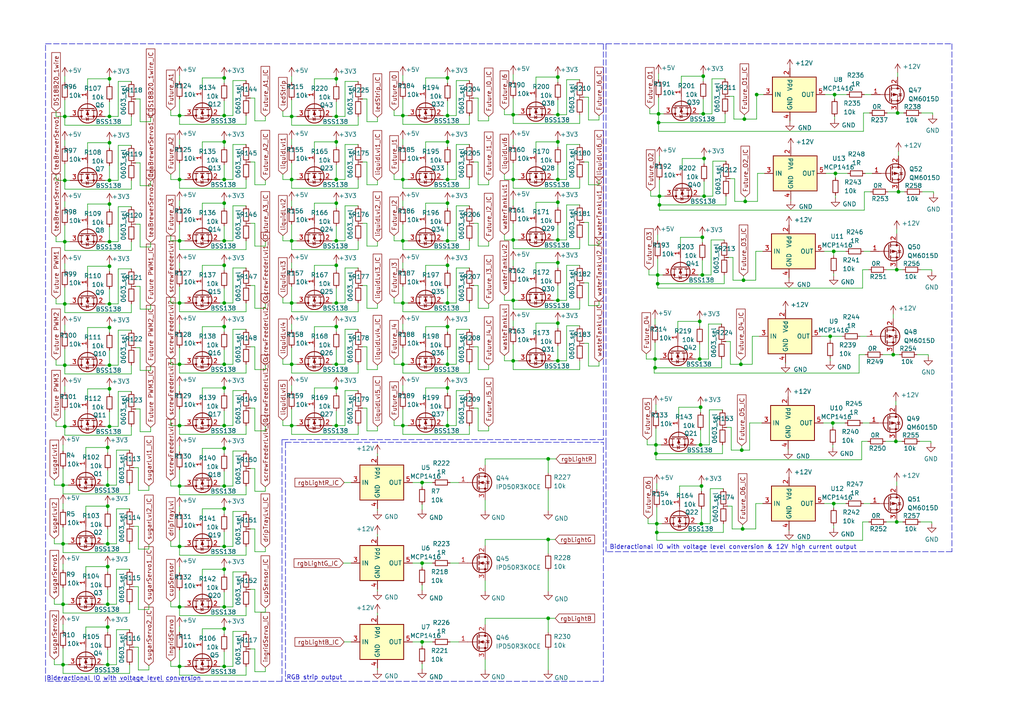
<source format=kicad_sch>
(kicad_sch (version 20231120) (generator "eeschema") (generator_version "8.0")
  (paper "A4")
  (junction (at 52.07 105.664))
  (junction (at 18.288 175.26))
  (junction (at 65.024 147.574))
  (junction (at 190.5 151.892))
  (junction (at 241.554 122.682))
  (junction (at 84.582 52.07))
  (junction (at 189.992 106.68))
  (junction (at 259.08 102.87))
  (junction (at 161.798 41.148))
  (junction (at 65.024 123.444))
  (junction (at 52.07 69.85))
  (junction (at 129.794 33.528))
  (junction (at 161.798 58.674))
  (junction (at 129.794 105.664))
  (junction (at 31.242 146.812))
  (junction (at 161.798 87.122))
  (junction (at 129.794 76.962))
  (junction (at 65.024 41.148))
  (junction (at 116.84 69.85))
  (junction (at 129.794 94.742))
  (junction (at 18.796 123.698))
  (junction (at 65.024 22.606))
  (junction (at 241.808 72.898))
  (junction (at 84.582 123.444))
  (junction (at 18.796 105.918))
  (junction (at 129.794 123.444))
  (junction (at 18.288 192.786))
  (junction (at 191.008 33.02))
  (junction (at 161.798 69.596))
  (junction (at 65.024 158.496))
  (junction (at 116.84 123.444))
  (junction (at 97.536 22.86))
  (junction (at 260.096 151.384))
  (junction (at 97.536 69.85))
  (junction (at 97.536 41.148))
  (junction (at 65.024 58.928))
  (junction (at 65.024 94.742))
  (junction (at 65.024 33.528))
  (junction (at 65.024 76.962))
  (junction (at 190.754 79.756))
  (junction (at 65.024 87.884))
  (junction (at 259.842 128.016))
  (junction (at 31.75 94.996))
  (junction (at 18.288 157.734))
  (junction (at 65.024 182.372))
  (junction (at 191.262 56.896))
  (junction (at 215.392 153.416))
  (junction (at 161.798 93.726))
  (junction (at 204.216 56.896))
  (junction (at 216.154 58.42))
  (junction (at 161.798 104.648))
  (junction (at 159.004 179.324))
  (junction (at 31.242 140.716))
  (junction (at 65.024 193.294))
  (junction (at 148.844 52.07))
  (junction (at 122.428 139.954))
  (junction (at 31.75 123.698))
  (junction (at 18.796 70.104))
  (junction (at 65.024 140.97))
  (junction (at 52.07 33.528))
  (junction (at 18.288 140.716))
  (junction (at 203.454 140.97))
  (junction (at 31.75 22.86))
  (junction (at 190.246 131.572))
  (junction (at 202.946 104.14))
  (junction (at 52.07 176.022))
  (junction (at 148.844 33.274))
  (junction (at 97.536 58.928))
  (junction (at 52.07 87.884))
  (junction (at 31.75 70.104))
  (junction (at 116.84 33.528))
  (junction (at 203.454 151.892))
  (junction (at 240.792 97.536))
  (junction (at 97.536 52.07))
  (junction (at 116.84 105.664))
  (junction (at 52.07 193.294))
  (junction (at 97.536 112.522))
  (junction (at 31.75 41.402))
  (junction (at 122.428 186.182))
  (junction (at 97.536 33.782))
  (junction (at 52.07 158.496))
  (junction (at 260.604 55.626))
  (junction (at 31.75 33.782))
  (junction (at 191.008 35.56))
  (junction (at 84.582 33.782))
  (junction (at 203.2 118.11))
  (junction (at 260.35 32.766))
  (junction (at 242.062 27.432))
  (junction (at 116.84 52.07))
  (junction (at 191.262 59.436))
  (junction (at 148.844 104.648))
  (junction (at 122.428 163.322))
  (junction (at 116.84 87.884))
  (junction (at 215.9 34.544))
  (junction (at 18.796 52.324))
  (junction (at 129.794 22.606))
  (junction (at 31.75 112.776))
  (junction (at 204.216 45.974))
  (junction (at 52.07 123.444))
  (junction (at 129.794 69.85))
  (junction (at 129.794 112.522))
  (junction (at 31.242 192.786))
  (junction (at 161.798 22.352))
  (junction (at 260.096 78.232))
  (junction (at 97.536 123.444))
  (junction (at 129.794 87.884))
  (junction (at 18.796 33.782))
  (junction (at 97.536 105.664))
  (junction (at 97.536 76.962))
  (junction (at 203.2 129.032))
  (junction (at 65.024 130.048))
  (junction (at 31.242 157.734))
  (junction (at 129.794 41.148))
  (junction (at 203.962 33.02))
  (junction (at 31.242 175.26))
  (junction (at 129.794 58.928))
  (junction (at 97.536 87.884))
  (junction (at 161.798 52.07))
  (junction (at 65.024 105.664))
  (junction (at 202.946 93.218))
  (junction (at 97.536 94.742))
  (junction (at 84.582 105.664))
  (junction (at 190.5 154.432))
  (junction (at 241.808 146.05))
  (junction (at 203.962 22.098))
  (junction (at 65.024 52.07))
  (junction (at 161.798 33.274))
  (junction (at 18.796 88.138))
  (junction (at 203.708 79.756))
  (junction (at 31.75 52.324))
  (junction (at 52.07 140.97))
  (junction (at 52.07 52.07))
  (junction (at 219.456 27.432))
  (junction (at 214.884 105.664))
  (junction (at 215.138 130.556))
  (junction (at 31.75 77.216))
  (junction (at 190.754 82.296))
  (junction (at 159.004 133.096))
  (junction (at 31.242 164.338))
  (junction (at 31.242 129.794))
  (junction (at 159.004 156.464))
  (junction (at 189.992 104.14))
  (junction (at 31.242 181.864))
  (junction (at 148.844 87.122))
  (junction (at 65.024 112.522))
  (junction (at 84.582 69.85))
  (junction (at 31.75 59.182))
  (junction (at 65.024 176.022))
  (junction (at 84.582 87.884))
  (junction (at 242.316 50.292))
  (junction (at 148.844 69.596))
  (junction (at 215.646 81.28))
  (junction (at 190.246 129.032))
  (junction (at 65.024 165.1))
  (junction (at 31.75 88.138))
  (junction (at 65.024 69.85))
  (junction (at 31.75 105.918))
  (junction (at 129.794 52.07))
  (junction (at 203.708 68.834))
  (junction (at 161.798 76.2))
  (wire (pts (xy 241.808 146.05) (xy 239.014 146.05)))
  (wire (pts (xy 43.688 52.578) (xy 43.688 53.848)))
  (wire (pts (xy 129.794 123.444) (xy 132.334 123.444)))
  (wire (pts (xy 67.564 130.81) (xy 71.374 130.81)))
  (wire (pts (xy 136.144 105.664) (xy 136.144 108.204)))
  (wire (pts (xy 209.804 151.892) (xy 209.804 154.432)))
  (wire (pts (xy 91.186 44.45) (xy 91.186 41.148)))
  (wire (pts (xy 191.262 52.07) (xy 191.262 56.896)))
  (wire (pts (xy 141.732 89.408) (xy 138.684 89.408)))
  (wire (pts (xy 73.914 118.364) (xy 72.644 118.364)))
  (wire (pts (xy 65.024 193.294) (xy 67.564 193.294)))
  (wire (pts (xy 97.536 52.07) (xy 100.076 52.07)))
  (wire (pts (xy 31.75 33.782) (xy 30.48 33.782)))
  (wire (pts (xy 109.474 89.408) (xy 106.426 89.408)))
  (wire (pts (xy 18.288 135.89) (xy 18.288 140.716)))
  (wire (pts (xy 97.536 52.07) (xy 96.266 52.07)))
  (wire (pts (xy 97.536 105.664) (xy 100.076 105.664)))
  (wire (pts (xy 49.53 32.004) (xy 49.53 33.528)))
  (wire (pts (xy 67.564 95.504) (xy 67.564 105.664)))
  (wire (pts (xy 122.428 163.322) (xy 119.634 163.322)))
  (wire (pts (xy 141.732 88.138) (xy 141.732 89.408)))
  (wire (pts (xy 100.076 95.504) (xy 100.076 105.664)))
  (wire (pts (xy 71.374 193.294) (xy 71.374 195.834)))
  (wire (pts (xy 250.19 151.384) (xy 250.19 156.718)))
  (wire (pts (xy 161.798 104.648) (xy 160.528 104.648)))
  (wire (pts (xy 24.892 150.114) (xy 24.892 146.812)))
  (wire (pts (xy 196.85 121.412) (xy 196.85 118.11)))
  (wire (pts (xy 73.914 177.546) (xy 73.914 170.942)))
  (wire (pts (xy 168.148 33.274) (xy 168.148 35.814)))
  (wire (pts (xy 52.07 87.884) (xy 52.07 90.424)))
  (wire (pts (xy 18.796 88.138) (xy 20.32 88.138)))
  (wire (pts (xy 58.674 41.148) (xy 65.024 41.148)))
  (wire (pts (xy 189.738 106.68) (xy 189.992 106.68)))
  (wire (pts (xy 173.736 88.646) (xy 170.688 88.646)))
  (wire (pts (xy 213.106 51.816) (xy 211.836 51.816)))
  (wire (pts (xy 97.536 41.148) (xy 97.536 42.672)))
  (wire (pts (xy 84.582 123.444) (xy 86.106 123.444)))
  (wire (pts (xy 31.75 29.464) (xy 31.75 33.782)))
  (wire (pts (xy 164.338 94.488) (xy 168.148 94.488)))
  (wire (pts (xy 148.844 33.274) (xy 148.844 35.814)))
  (wire (pts (xy 190.246 133.35) (xy 249.936 133.35)))
  (wire (pts (xy 103.886 33.782) (xy 103.886 36.322)))
  (wire (pts (xy 240.792 97.536) (xy 237.998 97.536)))
  (wire (pts (xy 187.452 104.14) (xy 189.992 104.14)))
  (wire (pts (xy 123.444 115.824) (xy 123.444 112.522)))
  (wire (pts (xy 210.566 56.896) (xy 210.566 59.436)))
  (wire (pts (xy 52.07 118.618) (xy 52.07 123.444)))
  (wire (pts (xy 241.808 72.898) (xy 239.014 72.898)))
  (wire (pts (xy 33.782 147.574) (xy 33.782 157.734)))
  (wire (pts (xy 106.426 64.77) (xy 105.156 64.77)))
  (wire (pts (xy 202.946 104.14) (xy 201.676 104.14)))
  (wire (pts (xy 132.334 23.368) (xy 132.334 33.528)))
  (wire (pts (xy 270.256 151.384) (xy 266.954 151.384)))
  (wire (pts (xy 25.4 116.078) (xy 25.4 112.776)))
  (wire (pts (xy 187.96 150.368) (xy 187.96 151.892)))
  (wire (pts (xy 65.024 193.294) (xy 63.754 193.294)))
  (wire (pts (xy 259.08 102.87) (xy 259.08 102.616)))
  (wire (pts (xy 212.344 146.812) (xy 211.074 146.812)))
  (wire (pts (xy 170.688 88.646) (xy 170.688 82.042)))
  (wire (pts (xy 34.29 113.538) (xy 38.1 113.538)))
  (wire (pts (xy 146.304 68.072) (xy 146.304 69.596)))
  (wire (pts (xy 34.29 113.538) (xy 34.29 123.698)))
  (wire (pts (xy 106.426 53.594) (xy 106.426 46.99)))
  (wire (pts (xy 109.474 123.698) (xy 109.474 124.968)))
  (wire (pts (xy 188.468 33.02) (xy 191.008 33.02)))
  (wire (pts (xy 84.582 47.244) (xy 84.582 52.07)))
  (wire (pts (xy 49.53 121.92) (xy 49.53 123.444)))
  (wire (pts (xy 100.076 41.91) (xy 103.886 41.91)))
  (wire (pts (xy 73.914 64.77) (xy 72.644 64.77)))
  (wire (pts (xy 250.19 78.232) (xy 250.19 83.566)))
  (wire (pts (xy 25.4 44.704) (xy 25.4 41.402)))
  (wire (pts (xy 49.53 86.36) (xy 49.53 87.884)))
  (wire (pts (xy 214.884 104.394) (xy 214.884 105.664)))
  (wire (pts (xy 73.914 71.374) (xy 73.914 64.77)))
  (wire (pts (xy 109.474 177.8) (xy 109.474 178.562)))
  (polyline (pts (xy 82.804 128.27) (xy 175.006 128.27)) (stroke (width 0) (type dash)))
  (wire (pts (xy 132.334 77.724) (xy 136.144 77.724)))
  (wire (pts (xy 65.024 69.85) (xy 63.754 69.85)))
  (wire (pts (xy 202.946 93.218) (xy 202.946 94.742)))
  (wire (pts (xy 123.444 25.908) (xy 123.444 22.606)))
  (wire (pts (xy 65.024 123.444) (xy 67.564 123.444)))
  (wire (pts (xy 97.536 101.346) (xy 97.536 105.664)))
  (wire (pts (xy 164.338 59.436) (xy 168.148 59.436)))
  (wire (pts (xy 251.714 128.016) (xy 249.936 128.016)))
  (wire (pts (xy 240.792 97.536) (xy 240.792 98.806)))
  (wire (pts (xy 52.07 40.386) (xy 52.07 42.164)))
  (wire (pts (xy 65.024 181.864) (xy 65.024 182.372)))
  (wire (pts (xy 212.09 130.556) (xy 212.09 123.952)))
  (wire (pts (xy 155.448 58.674) (xy 161.798 58.674)))
  (wire (pts (xy 52.07 140.97) (xy 53.594 140.97)))
  (wire (pts (xy 31.75 123.698) (xy 34.29 123.698)))
  (wire (pts (xy 202.946 104.14) (xy 205.486 104.14)))
  (wire (pts (xy 31.75 41.402) (xy 31.75 42.926)))
  (wire (pts (xy 52.07 69.85) (xy 53.594 69.85)))
  (wire (pts (xy 114.3 123.444) (xy 116.84 123.444)))
  (wire (pts (xy 31.242 192.786) (xy 33.782 192.786)))
  (wire (pts (xy 65.024 136.652) (xy 65.024 140.97)))
  (wire (pts (xy 76.962 107.188) (xy 73.914 107.188)))
  (wire (pts (xy 116.84 52.07) (xy 118.364 52.07)))
  (wire (pts (xy 25.4 77.216) (xy 31.75 77.216)))
  (wire (pts (xy 249.936 128.016) (xy 249.936 133.35)))
  (wire (pts (xy 260.604 55.626) (xy 257.556 55.626)))
  (wire (pts (xy 129.794 94.742) (xy 129.794 96.266)))
  (wire (pts (xy 205.74 118.872) (xy 205.74 129.032)))
  (wire (pts (xy 164.338 76.962) (xy 164.338 87.122)))
  (wire (pts (xy 18.288 140.716) (xy 19.812 140.716)))
  (wire (pts (xy 114.3 52.07) (xy 116.84 52.07)))
  (wire (pts (xy 164.338 41.91) (xy 164.338 52.07)))
  (wire (pts (xy 250.19 122.682) (xy 252.222 122.682)))
  (wire (pts (xy 148.844 57.912) (xy 148.844 59.69)))
  (wire (pts (xy 73.914 28.448) (xy 72.644 28.448)))
  (wire (pts (xy 103.886 52.07) (xy 103.886 54.61)))
  (wire (pts (xy 18.796 52.324) (xy 20.32 52.324)))
  (wire (pts (xy 18.796 88.138) (xy 18.796 90.678)))
  (wire (pts (xy 84.582 52.07) (xy 84.582 54.61)))
  (wire (pts (xy 67.564 183.134) (xy 67.564 193.294)))
  (wire (pts (xy 161.798 41.148) (xy 161.798 42.672)))
  (wire (pts (xy 100.076 23.622) (xy 100.076 33.782)))
  (wire (pts (xy 40.64 89.662) (xy 40.64 83.058)))
  (wire (pts (xy 116.84 125.984) (xy 136.144 125.984)))
  (wire (pts (xy 250.444 38.1) (xy 191.008 38.1)))
  (wire (pts (xy 161.798 28.956) (xy 161.798 33.274)))
  (wire (pts (xy 106.426 118.364) (xy 105.156 118.364)))
  (wire (pts (xy 206.248 69.596) (xy 210.058 69.596)))
  (wire (pts (xy 18.796 126.238) (xy 38.1 126.238)))
  (wire (pts (xy 18.796 22.098) (xy 18.796 23.876)))
  (wire (pts (xy 241.808 79.248) (xy 241.808 80.01)))
  (wire (pts (xy 82.042 87.884) (xy 84.582 87.884)))
  (wire (pts (xy 259.842 116.332) (xy 259.842 117.602)))
  (wire (pts (xy 190.754 68.072) (xy 190.754 69.85)))
  (polyline (pts (xy 175.006 197.612) (xy 175.006 128.27)) (stroke (width 0) (type dash)))
  (wire (pts (xy 18.288 175.26) (xy 19.812 175.26)))
  (wire (pts (xy 16.256 88.138) (xy 18.796 88.138)))
  (wire (pts (xy 129.794 69.85) (xy 128.524 69.85)))
  (wire (pts (xy 138.684 71.374) (xy 138.684 64.77)))
  (wire (pts (xy 190.5 154.432) (xy 190.5 156.718)))
  (wire (pts (xy 245.364 146.05) (xy 241.808 146.05)))
  (wire (pts (xy 18.796 123.698) (xy 20.32 123.698)))
  (wire (pts (xy 18.796 36.322) (xy 38.1 36.322)))
  (wire (pts (xy 109.474 34.036) (xy 109.474 35.306)))
  (wire (pts (xy 67.564 130.81) (xy 67.564 140.97)))
  (wire (pts (xy 138.684 118.364) (xy 137.414 118.364)))
  (wire (pts (xy 37.592 140.716) (xy 37.592 143.256)))
  (wire (pts (xy 24.892 164.338) (xy 31.242 164.338)))
  (wire (pts (xy 65.024 83.566) (xy 65.024 87.884)))
  (wire (pts (xy 148.844 35.814) (xy 168.148 35.814)))
  (wire (pts (xy 188.214 78.232) (xy 188.214 79.756)))
  (wire (pts (xy 138.684 124.968) (xy 138.684 118.364)))
  (wire (pts (xy 206.248 69.596) (xy 206.248 79.756)))
  (wire (pts (xy 31.75 65.786) (xy 31.75 70.104)))
  (wire (pts (xy 100.076 113.284) (xy 100.076 123.444)))
  (wire (pts (xy 159.004 183.388) (xy 159.004 179.324)))
  (wire (pts (xy 49.53 193.294) (xy 52.07 193.294)))
  (wire (pts (xy 25.4 62.484) (xy 25.4 59.182)))
  (wire (pts (xy 260.35 32.766) (xy 262.128 32.766)))
  (wire (pts (xy 206.756 46.736) (xy 210.566 46.736)))
  (wire (pts (xy 99.568 163.322) (xy 101.854 163.322)))
  (wire (pts (xy 65.024 22.098) (xy 65.024 22.606)))
  (wire (pts (xy 141.732 105.918) (xy 141.732 107.188)))
  (wire (pts (xy 84.582 36.322) (xy 103.886 36.322)))
  (wire (pts (xy 260.096 139.7) (xy 260.096 140.97)))
  (wire (pts (xy 73.914 135.89) (xy 72.644 135.89)))
  (wire (pts (xy 65.024 105.664) (xy 63.754 105.664)))
  (wire (pts (xy 123.444 41.148) (xy 129.794 41.148)))
  (wire (pts (xy 125.476 139.954) (xy 122.428 139.954)))
  (wire (pts (xy 73.914 53.594) (xy 73.914 46.99)))
  (wire (pts (xy 106.426 82.804) (xy 105.156 82.804)))
  (wire (pts (xy 191.262 59.436) (xy 210.566 59.436)))
  (wire (pts (xy 242.062 27.432) (xy 242.062 28.702)))
  (wire (pts (xy 242.316 56.642) (xy 242.316 57.404)))
  (wire (pts (xy 73.914 100.584) (xy 72.644 100.584)))
  (wire (pts (xy 91.186 58.928) (xy 97.536 58.928)))
  (wire (pts (xy 73.914 35.052) (xy 73.914 28.448)))
  (wire (pts (xy 188.722 55.372) (xy 188.722 56.896)))
  (wire (pts (xy 43.18 176.784) (xy 40.132 176.784)))
  (wire (pts (xy 33.782 130.556) (xy 33.782 140.716)))
  (wire (pts (xy 97.536 69.85) (xy 100.076 69.85)))
  (wire (pts (xy 103.886 87.884) (xy 103.886 90.424)))
  (wire (pts (xy 187.706 129.032) (xy 190.246 129.032)))
  (wire (pts (xy 270.764 55.626) (xy 267.462 55.626)))
  (wire (pts (xy 136.144 69.85) (xy 136.144 72.39)))
  (wire (pts (xy 31.75 105.918) (xy 34.29 105.918)))
  (wire (pts (xy 203.454 140.462) (xy 203.454 140.97)))
  (wire (pts (xy 215.9 33.274) (xy 215.9 34.544)))
  (wire (pts (xy 218.186 97.536) (xy 218.186 105.664)))
  (wire (pts (xy 217.424 122.682) (xy 220.98 122.682)))
  (wire (pts (xy 136.144 87.884) (xy 136.144 90.424)))
  (wire (pts (xy 38.1 52.324) (xy 38.1 54.864)))
  (wire (pts (xy 67.564 165.862) (xy 71.374 165.862)))
  (wire (pts (xy 73.914 194.818) (xy 73.914 188.214)))
  (wire (pts (xy 84.582 72.39) (xy 103.886 72.39)))
  (wire (pts (xy 52.07 52.07) (xy 52.07 54.61)))
  (wire (pts (xy 37.592 192.786) (xy 37.592 195.326)))
  (wire (pts (xy 43.688 53.848) (xy 40.64 53.848)))
  (wire (pts (xy 260.096 151.384) (xy 260.096 151.13)))
  (wire (pts (xy 161.798 69.596) (xy 164.338 69.596)))
  (wire (pts (xy 24.892 167.64) (xy 24.892 164.338)))
  (wire (pts (xy 18.796 118.872) (xy 18.796 123.698)))
  (wire (pts (xy 97.536 58.42) (xy 97.536 58.928)))
  (wire (pts (xy 40.64 100.838) (xy 39.37 100.838)))
  (wire (pts (xy 97.536 119.126) (xy 97.536 123.444)))
  (wire (pts (xy 202.946 99.822) (xy 202.946 104.14)))
  (wire (pts (xy 189.992 104.14) (xy 191.516 104.14)))
  (wire (pts (xy 65.024 87.884) (xy 67.564 87.884)))
  (wire (pts (xy 212.852 27.94) (xy 211.582 27.94)))
  (wire (pts (xy 116.84 105.664) (xy 116.84 108.204)))
  (wire (pts (xy 148.844 33.274) (xy 150.368 33.274)))
  (wire (pts (xy 84.582 93.98) (xy 84.582 95.758)))
  (wire (pts (xy 65.024 119.126) (xy 65.024 123.444)))
  (wire (pts (xy 270.51 32.766) (xy 267.208 32.766)))
  (wire (pts (xy 76.962 158.75) (xy 76.962 160.02)))
  (wire (pts (xy 100.076 77.724) (xy 100.076 87.884)))
  (wire (pts (xy 33.782 182.626) (xy 33.782 192.786)))
  (wire (pts (xy 197.866 49.276) (xy 197.866 45.974)))
  (wire (pts (xy 84.582 123.444) (xy 84.582 125.984)))
  (wire (pts (xy 116.84 65.024) (xy 116.84 69.85)))
  (wire (pts (xy 217.424 122.682) (xy 217.424 130.556)))
  (wire (pts (xy 76.962 70.104) (xy 76.962 71.374)))
  (wire (pts (xy 65.024 158.496) (xy 67.564 158.496)))
  (polyline (pts (xy 82.804 197.612) (xy 175.006 197.612)) (stroke (width 0) (type dash)))
  (wire (pts (xy 164.338 76.962) (xy 168.148 76.962)))
  (wire (pts (xy 190.246 131.572) (xy 190.246 133.35)))
  (wire (pts (xy 148.844 82.296) (xy 148.844 87.122)))
  (wire (pts (xy 114.3 86.36) (xy 114.3 87.884)))
  (wire (pts (xy 65.024 58.42) (xy 65.024 58.928)))
  (wire (pts (xy 24.892 181.864) (xy 31.242 181.864)))
  (wire (pts (xy 138.684 89.408) (xy 138.684 82.804)))
  (wire (pts (xy 203.454 151.892) (xy 202.184 151.892)))
  (wire (pts (xy 116.84 52.07) (xy 116.84 54.61)))
  (wire (pts (xy 116.84 118.618) (xy 116.84 123.444)))
  (wire (pts (xy 203.2 124.714) (xy 203.2 129.032)))
  (wire (pts (xy 18.796 83.312) (xy 18.796 88.138)))
  (wire (pts (xy 97.536 94.234) (xy 97.536 94.742)))
  (wire (pts (xy 76.962 89.408) (xy 73.914 89.408)))
  (wire (pts (xy 260.35 32.766) (xy 257.302 32.766)))
  (wire (pts (xy 116.84 36.068) (xy 136.144 36.068)))
  (wire (pts (xy 202.946 92.71) (xy 202.946 93.218)))
  (wire (pts (xy 40.132 194.31) (xy 40.132 187.706)))
  (wire (pts (xy 58.674 58.928) (xy 65.024 58.928)))
  (wire (pts (xy 170.688 28.194) (xy 169.418 28.194)))
  (wire (pts (xy 97.536 22.352) (xy 97.536 22.86)))
  (wire (pts (xy 190.246 129.032) (xy 190.246 131.572)))
  (wire (pts (xy 219.71 58.42) (xy 216.154 58.42)))
  (wire (pts (xy 73.914 46.99) (xy 72.644 46.99)))
  (wire (pts (xy 197.866 45.974) (xy 204.216 45.974)))
  (wire (pts (xy 189.992 104.14) (xy 189.992 106.68)))
  (wire (pts (xy 18.288 192.786) (xy 19.812 192.786)))
  (wire (pts (xy 52.07 65.024) (xy 52.07 69.85)))
  (wire (pts (xy 141.732 33.782) (xy 141.732 35.052)))
  (wire (pts (xy 155.448 61.976) (xy 155.448 58.674)))
  (wire (pts (xy 129.794 41.148) (xy 129.794 42.672)))
  (wire (pts (xy 38.1 70.104) (xy 38.1 72.644)))
  (wire (pts (xy 100.076 77.724) (xy 103.886 77.724)))
  (wire (pts (xy 173.736 87.376) (xy 173.736 88.646)))
  (wire (pts (xy 148.844 52.07) (xy 148.844 54.61)))
  (wire (pts (xy 84.582 105.664) (xy 84.582 108.204)))
  (wire (pts (xy 97.536 69.85) (xy 96.266 69.85)))
  (wire (pts (xy 109.474 71.374) (xy 106.426 71.374)))
  (wire (pts (xy 97.536 112.014) (xy 97.536 112.522)))
  (wire (pts (xy 65.024 29.21) (xy 65.024 33.528)))
  (wire (pts (xy 43.688 70.358) (xy 43.688 71.628)))
  (wire (pts (xy 73.914 89.408) (xy 73.914 82.804)))
  (wire (pts (xy 52.07 28.702) (xy 52.07 33.528)))
  (wire (pts (xy 18.796 40.64) (xy 18.796 42.418)))
  (wire (pts (xy 219.456 27.432) (xy 219.456 34.544)))
  (wire (pts (xy 168.148 69.596) (xy 168.148 72.136)))
  (wire (pts (xy 164.338 59.436) (xy 164.338 69.596)))
  (wire (pts (xy 52.07 111.76) (xy 52.07 113.538)))
  (wire (pts (xy 125.476 186.182) (xy 122.428 186.182)))
  (wire (pts (xy 65.024 164.592) (xy 65.024 165.1)))
  (wire (pts (xy 103.886 105.664) (xy 103.886 108.204)))
  (wire (pts (xy 173.736 33.528) (xy 173.736 34.798)))
  (wire (pts (xy 84.582 33.782) (xy 86.106 33.782)))
  (wire (pts (xy 31.242 140.716) (xy 33.782 140.716)))
  (wire (pts (xy 141.732 123.698) (xy 141.732 124.968)))
  (wire (pts (xy 123.444 98.044) (xy 123.444 94.742)))
  (wire (pts (xy 52.07 108.204) (xy 71.374 108.204)))
  (wire (pts (xy 31.75 70.104) (xy 34.29 70.104)))
  (wire (pts (xy 31.75 77.216) (xy 31.75 78.74)))
  (wire (pts (xy 168.148 104.648) (xy 168.148 107.188)))
  (wire (pts (xy 103.886 123.444) (xy 103.886 125.984)))
  (wire (pts (xy 43.18 193.04) (xy 43.18 194.31)))
  (wire (pts (xy 65.024 154.178) (xy 65.024 158.496)))
  (wire (pts (xy 123.444 94.742) (xy 129.794 94.742)))
  (wire (pts (xy 49.53 140.97) (xy 52.07 140.97)))
  (wire (pts (xy 190.246 117.348) (xy 190.246 119.126)))
  (wire (pts (xy 67.564 165.862) (xy 67.564 176.022)))
  (wire (pts (xy 34.29 42.164) (xy 38.1 42.164)))
  (wire (pts (xy 109.474 193.802) (xy 109.474 194.31)))
  (wire (pts (xy 84.582 69.85) (xy 84.582 72.39)))
  (wire (pts (xy 16.256 68.58) (xy 16.256 70.104)))
  (wire (pts (xy 168.148 87.122) (xy 168.148 89.662)))
  (wire (pts (xy 148.844 28.448) (xy 148.844 33.274)))
  (wire (pts (xy 170.688 64.516) (xy 169.418 64.516)))
  (wire (pts (xy 170.688 106.172) (xy 170.688 99.568)))
  (wire (pts (xy 214.884 105.664) (xy 211.836 105.664)))
  (wire (pts (xy 148.844 104.648) (xy 148.844 107.188)))
  (wire (pts (xy 250.444 146.05) (xy 252.476 146.05)))
  (wire (pts (xy 129.794 123.444) (xy 128.524 123.444)))
  (wire (pts (xy 18.288 146.05) (xy 18.288 147.828)))
  (wire (pts (xy 73.914 124.968) (xy 73.914 118.364)))
  (wire (pts (xy 65.024 129.54) (xy 65.024 130.048)))
  (wire (pts (xy 82.042 50.546) (xy 82.042 52.07)))
  (wire (pts (xy 71.374 105.664) (xy 71.374 108.204)))
  (wire (pts (xy 73.914 153.416) (xy 72.644 153.416)))
  (wire (pts (xy 129.794 52.07) (xy 128.524 52.07)))
  (wire (pts (xy 37.592 157.734) (xy 37.592 160.274)))
  (wire (pts (xy 58.674 133.35) (xy 58.674 130.048)))
  (wire (pts (xy 206.502 22.86) (xy 206.502 33.02)))
  (wire (pts (xy 250.698 60.96) (xy 191.262 60.96)))
  (wire (pts (xy 159.004 137.16) (xy 159.004 133.096)))
  (wire (pts (xy 65.024 69.85) (xy 67.564 69.85)))
  (wire (pts (xy 203.962 28.702) (xy 203.962 33.02)))
  (wire (pts (xy 122.428 139.954) (xy 122.428 141.224)))
  (wire (pts (xy 65.024 87.884) (xy 63.754 87.884)))
  (wire (pts (xy 161.798 33.274) (xy 164.338 33.274)))
  (wire (pts (xy 155.448 79.502) (xy 155.448 76.2)))
  (wire (pts (xy 31.242 136.398) (xy 31.242 140.716)))
  (wire (pts (xy 132.334 95.504) (xy 136.144 95.504)))
  (wire (pts (xy 140.716 179.324) (xy 140.716 181.102)))
  (wire (pts (xy 31.75 88.138) (xy 34.29 88.138)))
  (wire (pts (xy 58.674 94.742) (xy 65.024 94.742)))
  (wire (pts (xy 34.29 95.758) (xy 38.1 95.758)))
  (wire (pts (xy 40.64 53.848) (xy 40.64 47.244)))
  (wire (pts (xy 229.362 58.166) (xy 229.362 57.912)))
  (wire (pts (xy 52.07 58.166) (xy 52.07 59.944)))
  (wire (pts (xy 132.334 95.504) (xy 132.334 105.664)))
  (wire (pts (xy 73.914 82.804) (xy 72.644 82.804)))
  (wire (pts (xy 31.75 83.82) (xy 31.75 88.138)))
  (wire (pts (xy 34.29 95.758) (xy 34.29 105.918)))
  (wire (pts (xy 18.796 90.678) (xy 38.1 90.678)))
  (wire (pts (xy 123.444 76.962) (xy 129.794 76.962)))
  (wire (pts (xy 161.798 21.844) (xy 161.798 22.352)))
  (wire (pts (xy 260.096 78.232) (xy 257.048 78.232)))
  (wire (pts (xy 65.024 130.048) (xy 65.024 131.572)))
  (wire (pts (xy 260.096 78.232) (xy 260.096 77.978)))
  (wire (pts (xy 67.564 41.91) (xy 67.564 52.07)))
  (wire (pts (xy 76.962 71.374) (xy 73.914 71.374)))
  (wire (pts (xy 84.582 111.76) (xy 84.582 113.538)))
  (wire (pts (xy 191.008 21.336) (xy 191.008 23.114)))
  (wire (pts (xy 161.798 87.122) (xy 160.528 87.122)))
  (wire (pts (xy 76.962 124.968) (xy 73.914 124.968)))
  (wire (pts (xy 52.07 93.98) (xy 52.07 95.758)))
  (wire (pts (xy 122.428 169.672) (xy 122.428 171.196)))
  (wire (pts (xy 71.374 158.496) (xy 71.374 161.036)))
  (wire (pts (xy 146.304 50.546) (xy 146.304 52.07)))
  (wire (pts (xy 84.582 87.884) (xy 84.582 90.424)))
  (wire (pts (xy 173.736 69.85) (xy 173.736 71.12)))
  (wire (pts (xy 76.962 177.546) (xy 73.914 177.546)))
  (wire (pts (xy 203.454 140.97) (xy 203.454 142.494)))
  (wire (pts (xy 190.5 154.432) (xy 209.804 154.432)))
  (wire (pts (xy 270.256 151.892) (xy 270.256 151.384)))
  (wire (pts (xy 218.186 97.536) (xy 220.218 97.536)))
  (wire (pts (xy 25.4 41.402) (xy 31.75 41.402)))
  (wire (pts (xy 65.024 171.704) (xy 65.024 176.022)))
  (wire (pts (xy 114.3 69.85) (xy 116.84 69.85)))
  (wire (pts (xy 100.076 59.69) (xy 103.886 59.69)))
  (wire (pts (xy 18.288 170.434) (xy 18.288 175.26)))
  (wire (pts (xy 210.312 33.02) (xy 210.312 35.56)))
  (wire (pts (xy 18.288 192.786) (xy 18.288 195.326)))
  (wire (pts (xy 40.132 142.24) (xy 40.132 135.636)))
  (wire (pts (xy 212.852 34.544) (xy 212.852 27.94)))
  (wire (pts (xy 106.426 107.188) (xy 106.426 100.584)))
  (wire (pts (xy 109.474 105.918) (xy 109.474 107.188)))
  (wire (pts (xy 52.07 36.068) (xy 71.374 36.068)))
  (wire (pts (xy 203.2 118.11) (xy 203.2 119.634)))
  (wire (pts (xy 114.3 33.528) (xy 116.84 33.528)))
  (wire (pts (xy 189.992 106.68) (xy 209.296 106.68)))
  (wire (pts (xy 216.154 57.15) (xy 216.154 58.42)))
  (wire (pts (xy 15.748 175.26) (xy 18.288 175.26)))
  (wire (pts (xy 161.798 52.07) (xy 160.528 52.07)))
  (wire (pts (xy 16.256 32.258) (xy 16.256 33.782)))
  (wire (pts (xy 114.3 87.884) (xy 116.84 87.884)))
  (wire (pts (xy 170.688 99.568) (xy 169.418 99.568)))
  (polyline (pts (xy 276.098 160.02) (xy 175.768 160.02)) (stroke (width 0) (type dash)))
  (wire (pts (xy 125.476 163.322) (xy 122.428 163.322)))
  (wire (pts (xy 250.698 55.626) (xy 250.698 60.96)))
  (wire (pts (xy 84.582 118.618) (xy 84.582 123.444)))
  (wire (pts (xy 168.148 52.07) (xy 168.148 54.61)))
  (wire (pts (xy 161.798 69.596) (xy 160.528 69.596)))
  (wire (pts (xy 219.456 27.432) (xy 221.488 27.432)))
  (wire (pts (xy 116.84 87.884) (xy 118.364 87.884)))
  (wire (pts (xy 52.07 129.286) (xy 52.07 131.064)))
  (wire (pts (xy 190.246 129.032) (xy 191.77 129.032)))
  (wire (pts (xy 141.732 52.324) (xy 141.732 53.594)))
  (wire (pts (xy 25.4 59.182) (xy 31.75 59.182)))
  (wire (pts (xy 148.844 21.59) (xy 148.844 23.368)))
  (wire (pts (xy 97.536 40.64) (xy 97.536 41.148)))
  (wire (pts (xy 122.428 192.532) (xy 122.428 194.056)))
  (wire (pts (xy 84.582 54.61) (xy 103.886 54.61)))
  (wire (pts (xy 203.708 68.834) (xy 203.708 70.358)))
  (wire (pts (xy 116.84 54.61) (xy 136.144 54.61)))
  (wire (pts (xy 18.796 112.014) (xy 18.796 113.792)))
  (wire (pts (xy 106.426 28.702) (xy 105.156 28.702)))
  (wire (pts (xy 109.474 170.942) (xy 109.474 171.45)))
  (wire (pts (xy 114.3 105.664) (xy 116.84 105.664)))
  (wire (pts (xy 259.842 128.016) (xy 259.842 127.762)))
  (wire (pts (xy 15.748 191.262) (xy 15.748 192.786)))
  (wire (pts (xy 65.024 158.496) (xy 63.754 158.496)))
  (wire (pts (xy 251.968 151.384) (xy 250.19 151.384)))
  (wire (pts (xy 34.29 59.944) (xy 38.1 59.944)))
  (wire (pts (xy 250.444 72.898) (xy 252.476 72.898)))
  (wire (pts (xy 188.468 31.496) (xy 188.468 33.02)))
  (wire (pts (xy 31.75 123.698) (xy 30.48 123.698)))
  (wire (pts (xy 132.334 59.69) (xy 136.144 59.69)))
  (wire (pts (xy 228.854 80.772) (xy 228.854 80.518)))
  (wire (pts (xy 190.754 74.93) (xy 190.754 79.756)))
  (wire (pts (xy 132.334 41.91) (xy 132.334 52.07)))
  (wire (pts (xy 97.536 22.86) (xy 97.536 24.384)))
  (wire (pts (xy 212.344 153.416) (xy 212.344 146.812)))
  (wire (pts (xy 114.3 32.004) (xy 114.3 33.528)))
  (wire (pts (xy 52.07 153.67) (xy 52.07 158.496)))
  (wire (pts (xy 215.9 34.544) (xy 212.852 34.544)))
  (wire (pts (xy 38.1 105.918) (xy 38.1 108.458)))
  (wire (pts (xy 204.216 52.578) (xy 204.216 56.896)))
  (wire (pts (xy 215.392 153.416) (xy 212.344 153.416)))
  (wire (pts (xy 170.688 34.798) (xy 170.688 28.194)))
  (wire (pts (xy 31.75 48.006) (xy 31.75 52.324)))
  (wire (pts (xy 25.4 112.776) (xy 31.75 112.776)))
  (wire (pts (xy 141.732 70.104) (xy 141.732 71.374)))
  (wire (pts (xy 164.338 41.91) (xy 168.148 41.91)))
  (wire (pts (xy 129.794 83.566) (xy 129.794 87.884)))
  (wire (pts (xy 43.688 107.442) (xy 40.64 107.442)))
  (wire (pts (xy 170.688 82.042) (xy 169.418 82.042)))
  (wire (pts (xy 204.216 45.974) (xy 204.216 47.498)))
  (wire (pts (xy 203.2 129.032) (xy 201.93 129.032)))
  (wire (pts (xy 52.07 125.984) (xy 71.374 125.984)))
  (wire (pts (xy 191.262 59.436) (xy 191.262 60.96)))
  (wire (pts (xy 260.35 21.082) (xy 260.35 22.352)))
  (wire (pts (xy 211.836 105.664) (xy 211.836 99.06)))
  (wire (pts (xy 15.748 156.21) (xy 15.748 157.734)))
  (wire (pts (xy 58.674 25.908) (xy 58.674 22.606)))
  (wire (pts (xy 91.186 94.742) (xy 97.536 94.742)))
  (wire (pts (xy 103.886 69.85) (xy 103.886 72.39)))
  (wire (pts (xy 245.872 50.292) (xy 242.316 50.292)))
  (wire (pts (xy 31.242 188.468) (xy 31.242 192.786)))
  (wire (pts (xy 136.144 33.528) (xy 136.144 36.068)))
  (wire (pts (xy 52.07 176.022) (xy 53.594 176.022)))
  (wire (pts (xy 173.736 53.594) (xy 170.688 53.594)))
  (wire (pts (xy 129.794 65.532) (xy 129.794 69.85)))
  (wire (pts (xy 164.338 23.114) (xy 168.148 23.114)))
  (wire (pts (xy 161.798 33.274) (xy 160.528 33.274)))
  (wire (pts (xy 97.536 123.444) (xy 100.076 123.444)))
  (wire (pts (xy 84.582 28.956) (xy 84.582 33.782)))
  (wire (pts (xy 33.782 130.556) (xy 37.592 130.556)))
  (wire (pts (xy 116.84 105.664) (xy 118.364 105.664)))
  (wire (pts (xy 245.364 72.898) (xy 241.808 72.898)))
  (wire (pts (xy 52.07 140.97) (xy 52.07 143.51)))
  (wire (pts (xy 159.004 179.324) (xy 161.036 179.324)))
  (wire (pts (xy 211.836 99.06) (xy 210.566 99.06)))
  (wire (pts (xy 132.334 113.284) (xy 136.144 113.284)))
  (wire (pts (xy 97.536 47.752) (xy 97.536 52.07)))
  (wire (pts (xy 116.84 40.386) (xy 116.84 42.164)))
  (wire (pts (xy 58.674 185.674) (xy 58.674 182.372)))
  (wire (pts (xy 188.722 56.896) (xy 191.262 56.896)))
  (wire (pts (xy 52.07 181.61) (xy 52.07 183.388)))
  (wire (pts (xy 25.4 80.518) (xy 25.4 77.216)))
  (wire (pts (xy 43.688 89.662) (xy 40.64 89.662)))
  (wire (pts (xy 205.486 93.98) (xy 205.486 104.14)))
  (wire (pts (xy 43.18 140.97) (xy 43.18 142.24)))
  (wire (pts (xy 260.604 43.942) (xy 260.604 45.212)))
  (wire (pts (xy 146.304 31.75) (xy 146.304 33.274)))
  (wire (pts (xy 242.316 50.292) (xy 239.522 50.292)))
  (wire (pts (xy 84.582 65.024) (xy 84.582 69.85)))
  (wire (pts (xy 58.674 168.402) (xy 58.674 165.1)))
  (wire (pts (xy 260.604 55.626) (xy 260.604 55.372)))
  (wire (pts (xy 148.844 47.244) (xy 148.844 52.07)))
  (wire (pts (xy 219.202 146.05) (xy 221.234 146.05)))
  (wire (pts (xy 173.736 104.902) (xy 173.736 106.172)))
  (wire (pts (xy 161.798 75.692) (xy 161.798 76.2)))
  (wire (pts (xy 97.536 105.664) (xy 96.266 105.664)))
  (wire (pts (xy 18.796 47.498) (xy 18.796 52.324)))
  (wire (pts (xy 140.716 156.464) (xy 159.004 156.464)))
  (wire (pts (xy 40.64 65.024) (xy 39.37 65.024)))
  (wire (pts (xy 31.242 170.942) (xy 31.242 175.26)))
  (wire (pts (xy 24.892 185.166) (xy 24.892 181.864)))
  (wire (pts (xy 40.64 125.222) (xy 40.64 118.618)))
  (wire (pts (xy 138.684 107.188) (xy 138.684 100.584)))
  (wire (pts (xy 190.5 156.718) (xy 250.19 156.718)))
  (wire (pts (xy 116.84 28.702) (xy 116.84 33.528)))
  (wire (pts (xy 138.684 28.448) (xy 137.414 28.448)))
  (wire (pts (xy 173.736 71.12) (xy 170.688 71.12)))
  (wire (pts (xy 123.444 44.45) (xy 123.444 41.148)))
  (wire (pts (xy 249.174 108.204) (xy 189.738 108.204)))
  (wire (pts (xy 129.794 22.606) (xy 129.794 24.13)))
  (wire (pts (xy 197.612 22.098) (xy 203.962 22.098)))
  (wire (pts (xy 25.4 94.996) (xy 31.75 94.996)))
  (wire (pts (xy 67.564 23.368) (xy 71.374 23.368)))
  (wire (pts (xy 197.612 25.4) (xy 197.612 22.098)))
  (wire (pts (xy 24.892 129.794) (xy 31.242 129.794)))
  (wire (pts (xy 18.288 160.274) (xy 37.592 160.274)))
  (wire (pts (xy 18.288 157.734) (xy 18.288 160.274)))
  (wire (pts (xy 205.994 141.732) (xy 209.804 141.732)))
  (wire (pts (xy 97.536 112.522) (xy 97.536 114.046)))
  (wire (pts (xy 52.07 54.61) (xy 71.374 54.61)))
  (wire (pts (xy 16.256 122.174) (xy 16.256 123.698)))
  (wire (pts (xy 31.75 94.996) (xy 31.75 96.52)))
  (wire (pts (xy 106.426 71.374) (xy 106.426 64.77)))
  (wire (pts (xy 122.428 146.304) (xy 122.428 147.828)))
  (wire (pts (xy 161.798 52.07) (xy 164.338 52.07)))
  (wire (pts (xy 97.536 76.962) (xy 97.536 78.486)))
  (wire (pts (xy 97.536 65.532) (xy 97.536 69.85)))
  (wire (pts (xy 18.796 76.454) (xy 18.796 78.232)))
  (wire (pts (xy 203.708 79.756) (xy 206.248 79.756)))
  (wire (pts (xy 84.582 40.386) (xy 84.582 42.164)))
  (wire (pts (xy 191.008 33.02) (xy 191.008 35.56)))
  (wire (pts (xy 18.796 28.956) (xy 18.796 33.782)))
  (wire (pts (xy 76.962 142.494) (xy 73.914 142.494)))
  (wire (pts (xy 52.07 171.196) (xy 52.07 176.022)))
  (polyline (pts (xy 13.208 197.612) (xy 13.208 12.7)) (stroke (width 0) (type dash)))
  (wire (pts (xy 18.796 54.864) (xy 38.1 54.864)))
  (wire (pts (xy 40.64 28.702) (xy 39.37 28.702)))
  (wire (pts (xy 31.75 52.324) (xy 30.48 52.324)))
  (wire (pts (xy 129.794 58.928) (xy 129.794 60.452)))
  (wire (pts (xy 132.334 41.91) (xy 136.144 41.91)))
  (wire (pts (xy 52.07 136.144) (xy 52.07 140.97)))
  (wire (pts (xy 188.214 79.756) (xy 190.754 79.756)))
  (wire (pts (xy 18.796 94.234) (xy 18.796 96.012)))
  (wire (pts (xy 31.242 181.356) (xy 31.242 181.864)))
  (wire (pts (xy 84.582 58.166) (xy 84.582 59.944)))
  (wire (pts (xy 146.304 52.07) (xy 148.844 52.07)))
  (wire (pts (xy 40.132 152.654) (xy 38.862 152.654)))
  (wire (pts (xy 203.2 129.032) (xy 205.74 129.032)))
  (wire (pts (xy 187.96 151.892) (xy 190.5 151.892)))
  (wire (pts (xy 116.84 72.39) (xy 136.144 72.39)))
  (wire (pts (xy 52.07 105.664) (xy 52.07 108.204)))
  (wire (pts (xy 203.962 33.02) (xy 202.692 33.02)))
  (wire (pts (xy 18.288 163.576) (xy 18.288 165.354)))
  (wire (pts (xy 140.716 145.034) (xy 140.716 148.082)))
  (wire (pts (xy 129.794 101.346) (xy 129.794 105.664)))
  (wire (pts (xy 65.024 94.742) (xy 65.024 96.266)))
  (wire (pts (xy 100.076 41.91) (xy 100.076 52.07)))
  (wire (pts (xy 71.374 69.85) (xy 71.374 72.39)))
  (wire (pts (xy 52.07 90.424) (xy 71.374 90.424)))
  (wire (pts (xy 129.794 105.664) (xy 132.334 105.664)))
  (wire (pts (xy 216.154 58.42) (xy 213.106 58.42)))
  (wire (pts (xy 213.106 58.42) (xy 213.106 51.816)))
  (wire (pts (xy 97.536 87.884) (xy 100.076 87.884)))
  (wire (pts (xy 84.582 76.2) (xy 84.582 77.978)))
  (wire (pts (xy 227.838 105.41) (xy 227.838 105.156)))
  (wire (pts (xy 52.07 176.022) (xy 52.07 178.562)))
  (wire (pts (xy 84.582 52.07) (xy 86.106 52.07)))
  (wire (pts (xy 65.024 52.07) (xy 67.564 52.07)))
  (wire (pts (xy 161.798 82.804) (xy 161.798 87.122)))
  (wire (pts (xy 116.84 21.844) (xy 116.84 23.622)))
  (wire (pts (xy 129.794 112.014) (xy 129.794 112.522)))
  (wire (pts (xy 138.684 46.99) (xy 137.414 46.99)))
  (wire (pts (xy 76.962 141.224) (xy 76.962 142.494)))
  (wire (pts (xy 67.564 77.724) (xy 67.564 87.884)))
  (wire (pts (xy 71.374 176.022) (xy 71.374 178.562)))
  (wire (pts (xy 49.53 105.664) (xy 52.07 105.664)))
  (wire (pts (xy 196.596 96.52) (xy 196.596 93.218)))
  (polyline (pts (xy 81.788 197.612) (xy 13.208 197.612)) (stroke (width 0) (type dash)))
  (wire (pts (xy 71.374 123.444) (xy 71.374 125.984)))
  (wire (pts (xy 82.042 32.258) (xy 82.042 33.782)))
  (wire (pts (xy 116.84 69.85) (xy 118.364 69.85)))
  (wire (pts (xy 161.798 93.218) (xy 161.798 93.726)))
  (wire (pts (xy 123.444 80.264) (xy 123.444 76.962)))
  (wire (pts (xy 203.454 151.892) (xy 205.994 151.892)))
  (wire (pts (xy 65.024 165.1) (xy 65.024 166.624)))
  (wire (pts (xy 212.598 81.28) (xy 215.646 81.28)))
  (wire (pts (xy 18.288 143.256) (xy 37.592 143.256)))
  (wire (pts (xy 242.316 50.292) (xy 242.316 51.562)))
  (wire (pts (xy 65.024 41.148) (xy 65.024 42.672)))
  (wire (pts (xy 65.024 105.664) (xy 67.564 105.664)))
  (wire (pts (xy 241.554 122.682) (xy 241.554 123.952)))
  (wire (pts (xy 65.024 47.752) (xy 65.024 52.07)))
  (wire (pts (xy 148.844 40.386) (xy 148.844 42.164)))
  (wire (pts (xy 205.74 118.872) (xy 209.55 118.872)))
  (wire (pts (xy 197.358 68.834) (xy 203.708 68.834)))
  (wire (pts (xy 67.564 183.134) (xy 71.374 183.134)))
  (wire (pts (xy 215.138 129.286) (xy 215.138 130.556)))
  (wire (pts (xy 65.024 33.528) (xy 63.754 33.528)))
  (wire (pts (xy 65.024 140.97) (xy 67.564 140.97)))
  (wire (pts (xy 155.448 93.726) (xy 161.798 93.726)))
  (wire (pts (xy 148.844 87.122) (xy 148.844 89.662)))
  (wire (pts (xy 170.688 71.12) (xy 170.688 64.516)))
  (wire (pts (xy 206.502 22.86) (xy 210.312 22.86)))
  (wire (pts (xy 123.444 58.928) (xy 129.794 58.928)))
  (wire (pts (xy 203.962 33.02) (xy 206.502 33.02)))
  (wire (pts (xy 73.914 160.02) (xy 73.914 153.416)))
  (wire (pts (xy 65.024 140.97) (xy 63.754 140.97)))
  (wire (pts (xy 260.604 55.626) (xy 262.382 55.626)))
  (wire (pts (xy 58.674 150.876) (xy 58.674 147.574)))
  (wire (pts (xy 65.024 101.346) (xy 65.024 105.664)))
  (wire (pts (xy 136.144 123.444) (xy 136.144 125.984)))
  (wire (pts (xy 132.334 77.724) (xy 132.334 87.884)))
  (wire (pts (xy 109.474 147.574) (xy 109.474 148.082)))
  (wire (pts (xy 43.688 106.172) (xy 43.688 107.442)))
  (wire (pts (xy 52.07 123.444) (xy 52.07 125.984)))
  (wire (pts (xy 260.096 151.384) (xy 261.874 151.384)))
  (wire (pts (xy 40.64 83.058) (xy 39.37 83.058)))
  (wire (pts (xy 129.794 87.884) (xy 132.334 87.884)))
  (wire (pts (xy 25.4 22.86) (xy 31.75 22.86)))
  (wire (pts (xy 190.5 140.208) (xy 190.5 141.986)))
  (wire (pts (xy 31.242 129.794) (xy 31.242 131.318)))
  (wire (pts (xy 146.304 33.274) (xy 148.844 33.274)))
  (wire (pts (xy 65.024 176.022) (xy 67.564 176.022)))
  (wire (pts (xy 191.008 35.56) (xy 210.312 35.56)))
  (wire (pts (xy 31.75 112.776) (xy 31.75 114.3)))
  (wire (pts (xy 140.716 179.324) (xy 159.004 179.324)))
  (wire (pts (xy 122.428 186.182) (xy 122.428 187.452)))
  (wire (pts (xy 18.288 175.26) (xy 18.288 177.8)))
  (wire (pts (xy 31.242 181.864) (xy 31.242 183.388)))
  (wire (pts (xy 148.844 52.07) (xy 150.368 52.07)))
  (wire (pts (xy 24.892 146.812) (xy 31.242 146.812)))
  (wire (pts (xy 164.338 94.488) (xy 164.338 104.648)))
  (wire (pts (xy 16.256 33.782) (xy 18.796 33.782)))
  (wire (pts (xy 161.798 104.648) (xy 164.338 104.648)))
  (wire (pts (xy 155.448 22.352) (xy 161.798 22.352)))
  (wire (pts (xy 206.756 46.736) (xy 206.756 56.896)))
  (polyline (pts (xy 175.768 12.7) (xy 175.768 128.778)) (stroke (width 0) (type dash)))
  (wire (pts (xy 43.18 194.31) (xy 40.132 194.31)))
  (wire (pts (xy 106.426 100.584) (xy 105.156 100.584)))
  (wire (pts (xy 38.1 123.698) (xy 38.1 126.238)))
  (wire (pts (xy 91.186 76.962) (xy 97.536 76.962)))
  (wire (pts (xy 140.716 133.096) (xy 140.716 134.874)))
  (wire (pts (xy 49.53 174.498) (xy 49.53 176.022)))
  (wire (pts (xy 52.07 178.562) (xy 71.374 178.562)))
  (wire (pts (xy 116.84 123.444) (xy 118.364 123.444)))
  (wire (pts (xy 91.186 115.824) (xy 91.186 112.522)))
  (wire (pts (xy 189.992 99.314) (xy 189.992 104.14)))
  (wire (pts (xy 33.782 165.1) (xy 37.592 165.1)))
  (wire (pts (xy 203.454 147.574) (xy 203.454 151.892)))
  (wire (pts (xy 187.706 127.508) (xy 187.706 129.032)))
  (wire (pts (xy 190.754 82.296) (xy 210.058 82.296)))
  (wire (pts (xy 52.07 105.664) (xy 53.594 105.664)))
  (wire (pts (xy 18.288 152.908) (xy 18.288 157.734)))
  (wire (pts (xy 159.004 188.468) (xy 159.004 194.31)))
  (wire (pts (xy 49.53 104.14) (xy 49.53 105.664)))
  (wire (pts (xy 97.536 83.566) (xy 97.536 87.884)))
  (wire (pts (xy 49.53 50.546) (xy 49.53 52.07)))
  (wire (pts (xy 40.132 170.18) (xy 38.862 170.18)))
  (wire (pts (xy 269.24 103.378) (xy 269.24 102.87)))
  (wire (pts (xy 31.242 164.338) (xy 31.242 165.862)))
  (wire (pts (xy 67.564 113.284) (xy 67.564 123.444)))
  (wire (pts (xy 40.64 71.628) (xy 40.64 65.024)))
  (wire (pts (xy 76.962 33.782) (xy 76.962 35.052)))
  (wire (pts (xy 73.914 170.942) (xy 72.644 170.942)))
  (wire (pts (xy 161.798 87.122) (xy 164.338 87.122)))
  (wire (pts (xy 49.53 156.972) (xy 49.53 158.496)))
  (wire (pts (xy 58.674 62.23) (xy 58.674 58.928)))
  (wire (pts (xy 109.474 70.104) (xy 109.474 71.374)))
  (wire (pts (xy 140.716 133.096) (xy 159.004 133.096)))
  (wire (pts (xy 52.07 143.51) (xy 71.374 143.51)))
  (wire (pts (xy 16.256 86.614) (xy 16.256 88.138)))
  (wire (pts (xy 31.242 157.734) (xy 29.972 157.734)))
  (wire (pts (xy 161.798 100.33) (xy 161.798 104.648)))
  (wire (pts (xy 65.024 52.07) (xy 63.754 52.07)))
  (wire (pts (xy 116.84 93.98) (xy 116.84 95.758)))
  (wire (pts (xy 76.962 176.276) (xy 76.962 177.546)))
  (wire (pts (xy 170.688 53.594) (xy 170.688 46.99)))
  (wire (pts (xy 97.536 76.454) (xy 97.536 76.962)))
  (wire (pts (xy 67.564 148.336) (xy 67.564 158.496)))
  (wire (pts (xy 58.674 22.606) (xy 65.024 22.606)))
  (wire (pts (xy 71.374 87.884) (xy 71.374 90.424)))
  (wire (pts (xy 84.582 33.782) (xy 84.582 36.322)))
  (wire (pts (xy 161.798 93.726) (xy 161.798 95.25)))
  (wire (pts (xy 31.75 22.86) (xy 31.75 24.384)))
  (wire (pts (xy 18.796 72.644) (xy 38.1 72.644)))
  (wire (pts (xy 34.29 59.944) (xy 34.29 70.104)))
  (wire (pts (xy 52.07 123.444) (xy 53.594 123.444)))
  (wire (pts (xy 67.564 41.91) (xy 71.374 41.91)))
  (wire (pts (xy 31.75 88.138) (xy 30.48 88.138)))
  (wire (pts (xy 67.564 148.336) (xy 71.374 148.336)))
  (wire (pts (xy 190.5 151.892) (xy 190.5 154.432)))
  (wire (pts (xy 99.822 139.954) (xy 101.854 139.954)))
  (wire (pts (xy 229.108 35.306) (xy 229.108 35.052)))
  (wire (pts (xy 82.042 121.92) (xy 82.042 123.444)))
  (wire (pts (xy 215.392 152.146) (xy 215.392 153.416)))
  (wire (pts (xy 155.448 76.2) (xy 161.798 76.2)))
  (wire (pts (xy 212.09 130.556) (xy 215.138 130.556)))
  (wire (pts (xy 270.256 78.74) (xy 270.256 78.232)))
  (wire (pts (xy 270.256 78.232) (xy 266.954 78.232)))
  (wire (pts (xy 252.222 32.766) (xy 250.444 32.766)))
  (wire (pts (xy 187.452 102.616) (xy 187.452 104.14)))
  (wire (pts (xy 31.75 33.782) (xy 34.29 33.782)))
  (wire (pts (xy 114.3 50.546) (xy 114.3 52.07)))
  (wire (pts (xy 146.304 104.648) (xy 148.844 104.648)))
  (wire (pts (xy 43.688 125.222) (xy 40.64 125.222)))
  (wire (pts (xy 49.53 176.022) (xy 52.07 176.022)))
  (wire (pts (xy 31.242 175.26) (xy 29.972 175.26)))
  (wire (pts (xy 242.062 27.432) (xy 239.268 27.432)))
  (wire (pts (xy 259.08 102.87) (xy 260.858 102.87)))
  (wire (pts (xy 190.5 151.892) (xy 192.024 151.892)))
  (wire (pts (xy 205.994 141.732) (xy 205.994 151.892)))
  (wire (pts (xy 18.796 33.782) (xy 18.796 36.322)))
  (wire (pts (xy 18.288 181.102) (xy 18.288 182.88)))
  (wire (pts (xy 114.3 68.326) (xy 114.3 69.85)))
  (wire (pts (xy 31.75 40.894) (xy 31.75 41.402)))
  (wire (pts (xy 18.288 195.326) (xy 37.592 195.326)))
  (wire (pts (xy 252.476 55.626) (xy 250.698 55.626)))
  (wire (pts (xy 141.732 107.188) (xy 138.684 107.188)))
  (wire (pts (xy 129.794 58.42) (xy 129.794 58.928)))
  (wire (pts (xy 190.754 82.296) (xy 190.754 83.566)))
  (wire (pts (xy 82.042 86.36) (xy 82.042 87.884)))
  (wire (pts (xy 34.29 23.622) (xy 34.29 33.782)))
  (wire (pts (xy 91.186 62.23) (xy 91.186 58.928)))
  (wire (pts (xy 250.952 102.87) (xy 249.174 102.87)))
  (wire (pts (xy 191.008 35.56) (xy 191.008 38.1)))
  (wire (pts (xy 116.84 87.884) (xy 116.84 90.424)))
  (wire (pts (xy 219.202 153.416) (xy 215.392 153.416)))
  (wire (pts (xy 228.854 153.924) (xy 228.854 153.67)))
  (wire (pts (xy 97.536 123.444) (xy 96.266 123.444)))
  (wire (pts (xy 37.592 175.26) (xy 37.592 177.8)))
  (wire (pts (xy 82.042 123.444) (xy 84.582 123.444)))
  (wire (pts (xy 38.1 88.138) (xy 38.1 90.678)))
  (wire (pts (xy 100.076 23.622) (xy 103.886 23.622)))
  (wire (pts (xy 84.582 100.838) (xy 84.582 105.664)))
  (wire (pts (xy 210.058 79.756) (xy 210.058 82.296)))
  (wire (pts (xy 67.564 113.284) (xy 71.374 113.284)))
  (wire (pts (xy 132.334 59.69) (xy 132.334 69.85)))
  (wire (pts (xy 129.794 22.098) (xy 129.794 22.606)))
  (wire (pts (xy 245.618 27.432) (xy 242.062 27.432)))
  (wire (pts (xy 18.796 108.458) (xy 38.1 108.458)))
  (wire (pts (xy 146.304 103.124) (xy 146.304 104.648)))
  (wire (pts (xy 260.096 66.548) (xy 260.096 67.818)))
  (wire (pts (xy 58.674 76.962) (xy 65.024 76.962)))
  (wire (pts (xy 116.84 111.76) (xy 116.84 113.538)))
  (wire (pts (xy 97.536 87.884) (xy 96.266 87.884)))
  (wire (pts (xy 141.732 71.374) (xy 138.684 71.374)))
  (wire (pts (xy 40.64 47.244) (xy 39.37 47.244)))
  (wire (pts (xy 15.748 139.192) (xy 15.748 140.716)))
  (wire (pts (xy 84.582 125.984) (xy 103.886 125.984)))
  (wire (pts (xy 209.55 129.032) (xy 209.55 131.572)))
  (wire (pts (xy 136.144 52.07) (xy 136.144 54.61)))
  (wire (pts (xy 58.674 147.574) (xy 65.024 147.574)))
  (wire (pts (xy 114.3 121.92) (xy 114.3 123.444)))
  (wire (pts (xy 204.216 45.466) (xy 204.216 45.974)))
  (wire (pts (xy 76.962 52.324) (xy 76.962 53.594)))
  (wire (pts (xy 203.962 21.59) (xy 203.962 22.098)))
  (wire (pts (xy 40.132 135.636) (xy 38.862 135.636)))
  (wire (pts (xy 31.75 58.674) (xy 31.75 59.182)))
  (wire (pts (xy 203.708 75.438) (xy 203.708 79.756)))
  (wire (pts (xy 52.07 100.838) (xy 52.07 105.664)))
  (wire (pts (xy 34.29 77.978) (xy 34.29 88.138)))
  (wire (pts (xy 49.53 33.528) (xy 52.07 33.528)))
  (wire (pts (xy 191.008 33.02) (xy 192.532 33.02)))
  (wire (pts (xy 173.736 34.798) (xy 170.688 34.798)))
  (wire (pts (xy 18.796 70.104) (xy 20.32 70.104)))
  (wire (pts (xy 129.794 33.528) (xy 132.334 33.528)))
  (wire (pts (xy 203.708 68.326) (xy 203.708 68.834)))
  (wire (pts (xy 84.582 90.424) (xy 103.886 90.424)))
  (wire (pts (xy 52.07 158.496) (xy 52.07 161.036)))
  (wire (pts (xy 15.748 140.716) (xy 18.288 140.716)))
  (wire (pts (xy 215.9 34.544) (xy 219.456 34.544)))
  (wire (pts (xy 219.71 50.292) (xy 221.742 50.292)))
  (wire (pts (xy 97.536 29.464) (xy 97.536 33.782)))
  (wire (pts (xy 161.798 58.166) (xy 161.798 58.674)))
  (wire (pts (xy 191.262 56.896) (xy 192.786 56.896)))
  (wire (pts (xy 138.684 53.594) (xy 138.684 46.99)))
  (wire (pts (xy 16.256 105.918) (xy 18.796 105.918)))
  (wire (pts (xy 140.716 168.402) (xy 140.716 171.45)))
  (wire (pts (xy 71.374 52.07) (xy 71.374 54.61)))
  (wire (pts (xy 190.5 147.066) (xy 190.5 151.892)))
  (wire (pts (xy 15.748 157.734) (xy 18.288 157.734)))
  (wire (pts (xy 241.808 72.898) (xy 241.808 74.168)))
  (wire (pts (xy 259.08 102.87) (xy 256.032 102.87)))
  (wire (pts (xy 33.782 165.1) (xy 33.782 175.26)))
  (wire (pts (xy 148.844 99.822) (xy 148.844 104.648)))
  (wire (pts (xy 129.794 76.962) (xy 129.794 78.486)))
  (wire (pts (xy 49.53 69.85) (xy 52.07 69.85)))
  (wire (pts (xy 31.242 140.716) (xy 29.972 140.716)))
  (polyline (pts (xy 175.006 127.508) (xy 81.788 127.508)) (stroke (width 0) (type dash)))
  (wire (pts (xy 191.262 56.896) (xy 191.262 59.436)))
  (wire (pts (xy 123.444 112.522) (xy 129.794 112.522)))
  (wire (pts (xy 52.07 195.834) (xy 71.374 195.834)))
  (wire (pts (xy 73.914 188.214) (xy 72.644 188.214)))
  (wire (pts (xy 65.024 147.066) (xy 65.024 147.574)))
  (wire (pts (xy 49.53 68.326) (xy 49.53 69.85)))
  (wire (pts (xy 189.992 92.456) (xy 189.992 94.234)))
  (wire (pts (xy 31.75 70.104) (xy 30.48 70.104)))
  (wire (pts (xy 65.024 182.372) (xy 65.024 183.896)))
  (wire (pts (xy 116.84 69.85) (xy 116.84 72.39)))
  (wire (pts (xy 43.688 34.036) (xy 43.688 35.306)))
  (wire (pts (xy 159.004 165.608) (xy 159.004 171.45)))
  (wire (pts (xy 109.474 88.138) (xy 109.474 89.408)))
  (wire (pts (xy 244.348 97.536) (xy 240.792 97.536)))
  (wire (pts (xy 76.962 123.698) (xy 76.962 124.968)))
  (wire (pts (xy 82.042 68.326) (xy 82.042 69.85)))
  (wire (pts (xy 259.842 128.016) (xy 256.794 128.016)))
  (wire (pts (xy 122.428 163.322) (xy 122.428 164.592)))
  (wire (pts (xy 129.794 76.454) (xy 129.794 76.962)))
  (polyline (pts (xy 175.006 12.7) (xy 175.006 127.508)) (stroke (width 0) (type dash)))
  (wire (pts (xy 270.51 33.274) (xy 270.51 32.766)))
  (wire (pts (xy 97.536 33.782) (xy 96.266 33.782)))
  (wire (pts (xy 58.674 98.044) (xy 58.674 94.742)))
  (wire (pts (xy 129.794 94.234) (xy 129.794 94.742)))
  (wire (pts (xy 197.104 140.97) (xy 203.454 140.97)))
  (wire (pts (xy 65.024 40.64) (xy 65.024 41.148)))
  (wire (pts (xy 40.64 118.618) (xy 39.37 118.618)))
  (wire (pts (xy 159.004 142.24) (xy 159.004 148.082)))
  (wire (pts (xy 73.914 107.188) (xy 73.914 100.584)))
  (wire (pts (xy 52.07 21.844) (xy 52.07 23.622)))
  (wire (pts (xy 34.29 23.622) (xy 38.1 23.622)))
  (wire (pts (xy 212.598 74.676) (xy 211.328 74.676)))
  (wire (pts (xy 49.53 87.884) (xy 52.07 87.884)))
  (wire (pts (xy 67.564 77.724) (xy 71.374 77.724)))
  (wire (pts (xy 58.674 112.522) (xy 65.024 112.522)))
  (wire (pts (xy 82.042 33.782) (xy 84.582 33.782)))
  (wire (pts (xy 116.84 33.528) (xy 116.84 36.068)))
  (wire (pts (xy 155.448 97.028) (xy 155.448 93.726)))
  (wire (pts (xy 43.688 123.952) (xy 43.688 125.222)))
  (wire (pts (xy 18.796 33.782) (xy 20.32 33.782)))
  (wire (pts (xy 138.684 100.584) (xy 137.414 100.584)))
  (wire (pts (xy 241.808 152.4) (xy 241.808 153.162)))
  (wire (pts (xy 76.962 194.818) (xy 73.914 194.818)))
  (wire (pts (xy 43.18 157.988) (xy 43.18 159.258)))
  (wire (pts (xy 130.556 139.954) (xy 133.096 139.954)))
  (wire (pts (xy 71.374 140.97) (xy 71.374 143.51)))
  (wire (pts (xy 65.024 33.528) (xy 67.564 33.528)))
  (polyline (pts (xy 81.788 127.508) (xy 81.788 197.612)) (stroke (width 0) (type dash)))
  (wire (pts (xy 82.042 104.14) (xy 82.042 105.664)))
  (wire (pts (xy 76.962 53.594) (xy 73.914 53.594)))
  (wire (pts (xy 190.754 79.756) (xy 190.754 82.296)))
  (wire (pts (xy 31.242 157.734) (xy 33.782 157.734)))
  (wire (pts (xy 249.174 102.87) (xy 249.174 108.204)))
  (wire (pts (xy 161.798 22.352) (xy 161.798 23.876)))
  (wire (pts (xy 31.75 101.6) (xy 31.75 105.918)))
  (wire (pts (xy 16.256 123.698) (xy 18.796 123.698)))
  (wire (pts (xy 18.288 187.96) (xy 18.288 192.786)))
  (wire (pts (xy 52.07 87.884) (xy 53.594 87.884)))
  (wire (pts (xy 129.794 119.126) (xy 129.794 123.444)))
  (wire (pts (xy 18.796 70.104) (xy 18.796 72.644)))
  (wire (pts (xy 40.132 187.706) (xy 38.862 187.706)))
  (wire (pts (xy 82.042 105.664) (xy 84.582 105.664)))
  (wire (pts (xy 100.076 95.504) (xy 103.886 95.504)))
  (wire (pts (xy 31.75 105.918) (xy 30.48 105.918)))
  (wire (pts (xy 97.536 94.742) (xy 97.536 96.266)))
  (wire (pts (xy 215.138 130.556) (xy 217.424 130.556)))
  (wire (pts (xy 212.598 81.28) (xy 212.598 74.676)))
  (wire (pts (xy 260.35 32.766) (xy 260.35 32.512)))
  (wire (pts (xy 67.564 95.504) (xy 71.374 95.504)))
  (wire (pts (xy 99.822 186.182) (xy 101.854 186.182)))
  (wire (pts (xy 100.076 59.69) (xy 100.076 69.85)))
  (polyline (pts (xy 276.098 12.7) (xy 276.098 160.02)) (stroke (width 0) (type dash)))
  (wire (pts (xy 106.426 89.408) (xy 106.426 82.804)))
  (wire (pts (xy 106.426 35.306) (xy 106.426 28.702)))
  (wire (pts (xy 116.84 123.444) (xy 116.84 125.984)))
  (wire (pts (xy 52.07 33.528) (xy 53.594 33.528)))
  (wire (pts (xy 190.754 79.756) (xy 192.278 79.756)))
  (wire (pts (xy 130.556 186.182) (xy 133.096 186.182)))
  (wire (pts (xy 84.582 108.204) (xy 103.886 108.204)))
  (wire (pts (xy 122.428 139.954) (xy 119.634 139.954)))
  (wire (pts (xy 242.062 33.782) (xy 242.062 34.544)))
  (wire (pts (xy 31.242 175.26) (xy 33.782 175.26)))
  (wire (pts (xy 52.07 69.85) (xy 52.07 72.39)))
  (wire (pts (xy 109.474 53.594) (xy 106.426 53.594)))
  (wire (pts (xy 241.808 146.05) (xy 241.808 147.32)))
  (wire (pts (xy 18.796 58.42) (xy 18.796 60.198)))
  (wire (pts (xy 148.844 72.136) (xy 168.148 72.136)))
  (wire (pts (xy 65.024 188.976) (xy 65.024 193.294)))
  (wire (pts (xy 43.18 175.514) (xy 43.18 176.784)))
  (wire (pts (xy 18.288 140.716) (xy 18.288 143.256)))
  (wire (pts (xy 196.596 93.218) (xy 202.946 93.218)))
  (wire (pts (xy 191.262 45.212) (xy 191.262 46.99)))
  (wire (pts (xy 58.674 165.1) (xy 65.024 165.1)))
  (wire (pts (xy 65.024 112.014) (xy 65.024 112.522)))
  (wire (pts (xy 52.07 72.39) (xy 71.374 72.39)))
  (wire (pts (xy 161.798 65.278) (xy 161.798 69.596)))
  (wire (pts (xy 100.076 113.284) (xy 103.886 113.284)))
  (wire (pts (xy 219.71 50.292) (xy 219.71 58.42)))
  (wire (pts (xy 109.474 52.324) (xy 109.474 53.594)))
  (wire (pts (xy 203.708 79.756) (xy 202.438 79.756)))
  (wire (pts (xy 116.84 76.2) (xy 116.84 77.978)))
  (wire (pts (xy 148.844 107.188) (xy 168.148 107.188)))
  (wire (pts (xy 148.844 89.662) (xy 168.148 89.662)))
  (wire (pts (xy 241.554 122.682) (xy 238.76 122.682)))
  (wire (pts (xy 250.698 27.432) (xy 252.73 27.432)))
  (wire (pts (xy 249.428 97.536) (xy 251.46 97.536)))
  (wire (pts (xy 215.646 81.28) (xy 219.202 81.28)))
  (wire (pts (xy 18.796 123.698) (xy 18.796 126.238)))
  (wire (pts (xy 190.246 124.206) (xy 190.246 129.032)))
  (wire (pts (xy 116.84 100.838) (xy 116.84 105.664)))
  (wire (pts (xy 91.186 98.044) (xy 91.186 94.742)))
  (wire (pts (xy 52.07 164.338) (xy 52.07 166.116)))
  (wire (pts (xy 132.334 23.368) (xy 136.144 23.368)))
  (wire (pts (xy 34.29 77.978) (xy 38.1 77.978)))
  (wire (pts (xy 122.428 186.182) (xy 119.634 186.182)))
  (wire (pts (xy 140.716 191.262) (xy 140.716 194.31)))
  (wire (pts (xy 58.674 80.264) (xy 58.674 76.962)))
  (wire (pts (xy 116.84 33.528) (xy 118.364 33.528)))
  (wire (pts (xy 25.4 26.162) (xy 25.4 22.86)))
  (wire (pts (xy 18.796 52.324) (xy 18.796 54.864)))
  (wire (pts (xy 203.2 117.602) (xy 203.2 118.11)))
  (wire (pts (xy 109.474 107.188) (xy 106.426 107.188)))
  (wire (pts (xy 161.798 58.674) (xy 161.798 60.198)))
  (wire (pts (xy 161.798 40.64) (xy 161.798 41.148)))
  (wire (pts (xy 129.794 52.07) (xy 132.334 52.07)))
  (wire (pts (xy 76.962 105.918) (xy 76.962 107.188)))
  (wire (pts (xy 84.582 87.884) (xy 86.106 87.884)))
  (wire (pts (xy 250.952 50.292) (xy 252.984 50.292)))
  (wire (pts (xy 40.132 176.784) (xy 40.132 170.18)))
  (wire (pts (xy 189.738 108.204) (xy 189.738 106.68)))
  (wire (pts (xy 65.024 76.962) (xy 65.024 78.486)))
  (wire (pts (xy 18.796 105.918) (xy 18.796 108.458)))
  (wire (pts (xy 129.794 112.522) (xy 129.794 114.046)))
  (wire (pts (xy 269.24 102.87) (xy 265.938 102.87)))
  (wire (pts (xy 91.186 112.522) (xy 97.536 112.522)))
  (wire (pts (xy 52.07 33.528) (xy 52.07 36.068)))
  (wire (pts (xy 129.794 69.85) (xy 132.334 69.85)))
  (wire (pts (xy 106.426 46.99) (xy 105.156 46.99)))
  (wire (pts (xy 65.024 58.928) (xy 65.024 60.452)))
  (wire (pts (xy 109.474 35.306) (xy 106.426 35.306)))
  (wire (pts (xy 31.242 146.812) (xy 31.242 148.336)))
  (wire (pts (xy 228.6 130.556) (xy 228.6 130.302)))
  (wire (pts (xy 203.962 22.098) (xy 203.962 23.622)))
  (polyline (pts (xy 82.804 128.27) (xy 82.804 197.612)) (stroke (width 0) (type dash)))
  (wire (pts (xy 190.246 131.572) (xy 209.55 131.572)))
  (wire (pts (xy 197.104 144.272) (xy 197.104 140.97)))
  (wire (pts (xy 65.024 22.606) (xy 65.024 24.13)))
  (wire (pts (xy 31.75 22.352) (xy 31.75 22.86)))
  (wire (pts (xy 34.29 42.164) (xy 34.29 52.324)))
  (wire (pts (xy 129.794 40.64) (xy 129.794 41.148)))
  (wire (pts (xy 18.796 105.918) (xy 20.32 105.918)))
  (wire (pts (xy 129.794 29.21) (xy 129.794 33.528)))
  (wire (pts (xy 52.07 193.294) (xy 53.594 193.294)))
  (wire (pts (xy 148.844 87.122) (xy 150.368 87.122)))
  (wire (pts (xy 219.202 146.05) (xy 219.202 153.416)))
  (wire (pts (xy 196.85 118.11) (xy 203.2 118.11)))
  (wire (pts (xy 16.256 50.8) (xy 16.256 52.324)))
  (wire (pts (xy 58.674 115.824) (xy 58.674 112.522)))
  (wire (pts (xy 91.186 22.86) (xy 97.536 22.86)))
  (wire (pts (xy 260.096 151.384) (xy 257.048 151.384)))
  (wire (pts (xy 84.582 83.058) (xy 84.582 87.884)))
  (wire (pts (xy 240.792 103.886) (xy 240.792 104.648)))
  (wire (pts (xy 148.844 64.77) (xy 148.844 69.596)))
  (wire (pts (xy 33.782 147.574) (xy 37.592 147.574)))
  (wire (pts (xy 43.688 71.628) (xy 40.64 71.628)))
  (wire (pts (xy 31.242 146.304) (xy 31.242 146.812)))
  (wire (pts (xy 49.53 139.446) (xy 49.53 140.97)))
  (wire (pts (xy 116.84 108.204) (xy 136.144 108.204)))
  (wire (pts (xy 31.75 94.488) (xy 31.75 94.996)))
  (wire (pts (xy 65.024 147.574) (xy 65.024 149.098)))
  (wire (pts (xy 65.024 112.522) (xy 65.024 114.046)))
  (wire (pts (xy 16.256 52.324) (xy 18.796 52.324)))
  (wire (pts (xy 18.288 177.8) (xy 37.592 177.8)))
  (wire (pts (xy 241.554 129.032) (xy 241.554 129.794)))
  (wire (pts (xy 67.564 59.69) (xy 67.564 69.85)))
  (wire (pts (xy 76.962 193.548) (xy 76.962 194.818)))
  (wire (pts (xy 129.794 33.528) (xy 128.524 33.528)))
  (wire (pts (xy 159.004 156.464) (xy 161.036 156.464)))
  (wire (pts (xy 148.844 69.596) (xy 150.368 69.596)))
  (wire (pts (xy 33.782 182.626) (xy 37.592 182.626)))
  (wire (pts (xy 65.024 76.454) (xy 65.024 76.962)))
  (wire (pts (xy 116.84 47.244) (xy 116.84 52.07)))
  (wire (pts (xy 76.962 88.138) (xy 76.962 89.408)))
  (wire (pts (xy 141.732 53.594) (xy 138.684 53.594)))
  (wire (pts (xy 148.844 75.438) (xy 148.844 77.216)))
  (wire (pts (xy 49.53 191.77) (xy 49.53 193.294)))
  (wire (pts (xy 250.19 83.566) (xy 190.754 83.566)))
  (wire (pts (xy 71.374 33.528) (xy 71.374 36.068)))
  (wire (pts (xy 138.684 64.77) (xy 137.414 64.77)))
  (wire (pts (xy 97.536 33.782) (xy 100.076 33.782)))
  (wire (pts (xy 49.53 123.444) (xy 52.07 123.444)))
  (polyline (pts (xy 13.208 12.7) (xy 175.006 12.7)) (stroke (width 0) (type dash)))
  (wire (pts (xy 159.004 133.096) (xy 161.29 133.096)))
  (wire (pts (xy 132.334 113.284) (xy 132.334 123.444)))
  (wire (pts (xy 260.096 78.232) (xy 261.874 78.232)))
  (wire (pts (xy 245.11 122.682) (xy 241.554 122.682)))
  (wire (pts (xy 58.674 130.048) (xy 65.024 130.048)))
  (wire (pts (xy 219.202 72.898) (xy 219.202 81.28)))
  (wire (pts (xy 123.444 22.606) (xy 129.794 22.606)))
  (wire (pts (xy 65.024 65.532) (xy 65.024 69.85)))
  (wire (pts (xy 191.008 28.194) (xy 191.008 33.02)))
  (wire (pts (xy 259.08 91.186) (xy 259.08 92.456)))
  (wire (pts (xy 146.304 69.596) (xy 148.844 69.596)))
  (wire (pts (xy 148.844 69.596) (xy 148.844 72.136)))
  (wire (pts (xy 31.242 192.786) (xy 29.972 192.786)))
  (wire (pts (xy 204.216 56.896) (xy 202.946 56.896)))
  (wire (pts (xy 18.796 65.278) (xy 18.796 70.104)))
  (wire (pts (xy 52.07 161.036) (xy 71.374 161.036)))
  (wire (pts (xy 18.796 101.092) (xy 18.796 105.918)))
  (wire (pts (xy 270.764 56.134) (xy 270.764 55.626)))
  (wire (pts (xy 155.448 41.148) (xy 161.798 41.148)))
  (wire (pts (xy 15.748 192.786) (xy 18.288 192.786)))
  (wire (pts (xy 52.07 158.496) (xy 53.594 158.496)))
  (wire (pts (xy 31.242 163.83) (xy 31.242 164.338)))
  (wire (pts (xy 43.688 88.392) (xy 43.688 89.662)))
  (wire (pts (xy 67.564 59.69) (xy 71.374 59.69)))
  (polyline (pts (xy 175.768 128.778) (xy 175.768 160.02)) (stroke (width 0) (type dash)))
  (wire (pts (xy 148.844 92.964) (xy 148.844 94.742)))
  (wire (pts (xy 129.794 47.752) (xy 129.794 52.07)))
  (wire (pts (xy 270.002 128.016) (xy 266.7 128.016)))
  (wire (pts (xy 164.338 23.114) (xy 164.338 33.274)))
  (wire (pts (xy 73.914 142.494) (xy 73.914 135.89)))
  (wire (pts (xy 76.962 35.052) (xy 73.914 35.052)))
  (wire (pts (xy 40.64 107.442) (xy 40.64 100.838)))
  (wire (pts (xy 251.968 78.232) (xy 250.19 78.232)))
  (wire (pts (xy 84.582 22.098) (xy 84.582 23.876)))
  (wire (pts (xy 140.716 156.464) (xy 140.716 158.242)))
  (wire (pts (xy 116.84 83.058) (xy 116.84 87.884)))
  (wire (pts (xy 40.132 159.258) (xy 40.132 152.654)))
  (wire (pts (xy 58.674 182.372) (xy 65.024 182.372)))
  (wire (pts (xy 218.186 105.664) (xy 214.884 105.664)))
  (wire (pts (xy 155.448 25.654) (xy 155.448 22.352)))
  (wire (pts (xy 114.3 104.14) (xy 114.3 105.664)))
  (wire (pts (xy 49.53 158.496) (xy 52.07 158.496)))
  (wire (pts (xy 52.07 83.058) (xy 52.07 87.884)))
  (wire (pts (xy 18.288 157.734) (xy 19.812 157.734)))
  (wire (pts (xy 212.09 123.952) (xy 210.82 123.952)))
  (wire (pts (xy 52.07 76.2) (xy 52.07 77.978)))
  (wire (pts (xy 43.18 159.258) (xy 40.132 159.258)))
  (wire (pts (xy 49.53 52.07) (xy 52.07 52.07)))
  (wire (pts (xy 67.564 23.368) (xy 67.564 33.528)))
  (wire (pts (xy 43.18 142.24) (xy 40.132 142.24)))
  (wire (pts (xy 138.684 35.052) (xy 138.684 28.448)))
  (wire (pts (xy 76.962 160.02) (xy 73.914 160.02)))
  (wire (pts (xy 146.304 85.598) (xy 146.304 87.122)))
  (wire (pts (xy 155.448 44.45) (xy 155.448 41.148)))
  (wire (pts (xy 270.002 128.524) (xy 270.002 128.016)))
  (wire (pts (xy 259.842 128.016) (xy 261.62 128.016)))
  (wire (pts (xy 138.684 82.804) (xy 137.414 82.804)))
  (wire (pts (xy 116.84 90.424) (xy 136.144 90.424)))
  (wire (pts (xy 91.186 26.162) (xy 91.186 22.86)))
  (wire (pts (xy 31.75 119.38) (xy 31.75 123.698)))
  (wire (pts (xy 91.186 80.264) (xy 91.186 76.962)))
  (wire (pts (xy 129.794 105.664) (xy 128.524 105.664)))
  (wire (pts (xy 146.304 87.122) (xy 148.844 87.122)))
  (wire (pts (xy 219.202 72.898) (xy 221.234 72.898)))
  (wire (pts (xy 52.07 47.244) (xy 52.07 52.07)))
  (polyline (pts (xy 175.768 12.7) (xy 276.098 12.7)) (stroke (width 0) (type dash)))
  (wire (pts (xy 31.75 112.268) (xy 31.75 112.776)))
  (wire (pts (xy 170.688 46.99) (xy 169.418 46.99)))
  (wire (pts (xy 219.456 27.178) (xy 219.456 27.432)))
  (wire (pts (xy 109.474 131.572) (xy 109.474 132.334)))
  (wire (pts (xy 161.798 47.752) (xy 161.798 52.07)))
  (wire (pts (xy 148.844 104.648) (xy 150.368 104.648)))
  (wire (pts (xy 65.024 123.444) (xy 63.754 123.444)))
  (wire (pts (xy 84.582 105.664) (xy 86.106 105.664)))
  (wire (pts (xy 31.75 76.708) (xy 31.75 77.216)))
  (wire (pts (xy 65.024 176.022) (xy 63.754 176.022)))
  (wire (pts (xy 82.042 69.85) (xy 84.582 69.85)))
  (wire (pts (xy 148.844 54.61) (xy 168.148 54.61)))
  (wire (pts (xy 52.07 193.294) (xy 52.07 195.834)))
  (wire (pts (xy 250.444 32.766) (xy 250.444 38.1)))
  (wire (pts (xy 52.07 188.468) (xy 52.07 193.294)))
  (wire (pts (xy 65.024 94.234) (xy 65.024 94.742)))
  (wire (pts (xy 82.042 52.07) (xy 84.582 52.07)))
  (wire (pts (xy 31.75 59.182) (xy 31.75 60.706)))
  (wire (pts (xy 141.732 124.968) (xy 138.684 124.968)))
  (wire (pts (xy 141.732 35.052) (xy 138.684 35.052)))
  (wire (pts (xy 25.4 98.298) (xy 25.4 94.996)))
  (wire (pts (xy 18.288 129.032) (xy 18.288 130.81)))
  (wire (pts (xy 31.242 129.286) (xy 31.242 129.794)))
  (wire (pts (xy 24.892 133.096) (xy 24.892 129.794)))
  (wire (pts (xy 109.474 124.968) (xy 106.426 124.968)))
  (wire (pts (xy 31.75 52.324) (xy 34.29 52.324)))
  (wire (pts (xy 209.296 104.14) (xy 209.296 106.68)))
  (wire (pts (xy 159.004 160.528) (xy 159.004 156.464)))
  (wire (pts (xy 58.674 44.45) (xy 58.674 41.148)))
  (wire (pts (xy 161.798 76.2) (xy 161.798 77.724)))
  (wire (pts (xy 123.444 62.23) (xy 123.444 58.928)))
  (wire (pts (xy 16.256 70.104) (xy 18.796 70.104)))
  (wire (pts (xy 129.794 87.884) (xy 128.524 87.884)))
  (wire (pts (xy 16.256 104.394) (xy 16.256 105.918)))
  (wire (pts (xy 15.748 173.736) (xy 15.748 175.26)))
  (wire (pts (xy 130.556 163.322) (xy 133.096 163.322)))
  (wire (pts (xy 173.736 106.172) (xy 170.688 106.172)))
  (wire (pts (xy 116.84 58.166) (xy 116.84 59.944)))
  (wire (pts (xy 173.736 52.324) (xy 173.736 53.594)))
  (wire (pts (xy 52.07 52.07) (xy 53.594 52.07)))
  (wire (pts (xy 52.07 146.812) (xy 52.07 148.59)))
  (wire (pts (xy 97.536 58.928) (xy 97.536 60.452)))
  (wire (pts (xy 38.1 33.782) (xy 38.1 36.322)))
  (wire (pts (xy 106.426 124.968) (xy 106.426 118.364)))
  (wire (pts (xy 91.186 41.148) (xy 97.536 41.148)))
  (wire (pts (xy 109.474 154.94) (xy 109.474 155.702)))
  (wire (pts (xy 197.358 72.136) (xy 197.358 68.834)))
  (wire (pts (xy 84.582 69.85) (xy 86.106 69.85)))
  (wire (pts (xy 43.688 35.306) (xy 40.64 35.306)))
  (wire (pts (xy 31.242 153.416) (xy 31.242 157.734)))
  (wire (pts (xy 40.64 35.306) (xy 40.64 28.702)))
  (wire (pts (xy 205.486 93.98) (xy 209.296 93.98)))
  (wire (pts (xy 204.216 56.896) (xy 206.756 56.896)))
  (wire (pts (xy 215.646 80.01) (xy 215.646 81.28)))
  (text "RGB strip output" (at 83.058 197.358 0) (effects (font (size 1.27 1.27)) (justify left bottom)))
  (text "Bideractional IO with voltage level conversion & 12V high current output" (at 176.784 159.512 0) (effects (font (size 1.27 1.27)) (justify left bottom)))
  (text "Bideractional IO with voltage level conversion" (at 13.462 197.612 0) (effects (font (size 1.27 1.27)) (justify left bottom)))
  (global_label "Future_O4_IC" (shape input) (at 214.884 104.394 90) (property "Intersheetrefs" "${INTERSHEET_REFS}" (effects (hide yes))))
  (global_label "liquidLvl6" (shape input) (at 146.304 50.546 90) (property "Intersheetrefs" "${INTERSHEET_REFS}" (effects (hide yes))))
  (global_label "DS18B20_1wire_IC" (shape input) (at 43.688 34.036 90) (property "Intersheetrefs" "${INTERSHEET_REFS}" (effects (hide yes))))
  (global_label "teaBrewerServo2" (shape input) (at 16.256 68.58 90) (property "Intersheetrefs" "${INTERSHEET_REFS}" (effects (hide yes))))
  (global_label "Future PWM3" (shape input) (at 16.256 122.174 90) (property "Intersheetrefs" "${INTERSHEET_REFS}" (effects (hide yes))))
  (global_label "Future_O5_IC" (shape input) (at 215.138 129.286 90) (property "Intersheetrefs" "${INTERSHEET_REFS}" (effects (hide yes))))
  (global_label "screwFeederLvl1_IC" (shape input) (at 76.962 88.138 90) (property "Intersheetrefs" "${INTERSHEET_REFS}" (effects (hide yes))))
  (global_label "wasteTankLvl" (shape input) (at 146.304 103.124 90) (property "Intersheetrefs" "${INTERSHEET_REFS}" (effects (hide yes))))
  (global_label "Future_O3_IC" (shape input) (at 215.646 80.01 90) (property "Intersheetrefs" "${INTERSHEET_REFS}" (effects (hide yes))))
  (global_label "dripTrayLvl_IC" (shape input) (at 76.962 158.75 90) (property "Intersheetrefs" "${INTERSHEET_REFS}" (effects (hide yes))))
  (global_label "liquidLvl3_IC" (shape input) (at 109.474 88.138 90) (property "Intersheetrefs" "${INTERSHEET_REFS}" (effects (hide yes))))
  (global_label "rgbLightR_IC" (shape input) (at 99.822 139.954 180) (property "Intersheetrefs" "${INTERSHEET_REFS}" (effects (hide yes))))
  (global_label "Future_A3" (shape input) (at 49.53 68.326 90) (property "Intersheetrefs" "${INTERSHEET_REFS}" (effects (hide yes))))
  (global_label "cupSensor_IC" (shape input) (at 76.962 176.276 90) (property "Intersheetrefs" "${INTERSHEET_REFS}" (effects (hide yes))))
  (global_label "rgbLightR" (shape input) (at 161.29 133.096 0) (property "Intersheetrefs" "${INTERSHEET_REFS}" (effects (hide yes))))
  (global_label "Future PWM1_IC" (shape input) (at 43.688 88.392 90) (property "Intersheetrefs" "${INTERSHEET_REFS}" (effects (hide yes))))
  (global_label "Future_I5" (shape input) (at 114.3 121.92 90) (property "Intersheetrefs" "${INTERSHEET_REFS}" (effects (hide yes))))
  (global_label "Future_A3_IC" (shape input) (at 76.962 70.104 90) (property "Intersheetrefs" "${INTERSHEET_REFS}" (effects (hide yes))))
  (global_label "DS18B20_1wire" (shape input) (at 16.256 32.258 90) (property "Intersheetrefs" "${INTERSHEET_REFS}" (effects (hide yes))))
  (global_label "dripTrayLvl" (shape input) (at 49.53 156.972 90) (property "Intersheetrefs" "${INTERSHEET_REFS}" (effects (hide yes))))
  (global_label "liquidLvl2_IC" (shape input) (at 109.474 70.104 90) (property "Intersheetrefs" "${INTERSHEET_REFS}" (effects (hide yes))))
  (global_label "rgbLightG_IC" (shape input) (at 99.568 163.322 180) (property "Intersheetrefs" "${INTERSHEET_REFS}" (effects (hide yes))))
  (global_label "ledStrip_IC" (shape input) (at 109.474 34.036 90) (property "Intersheetrefs" "${INTERSHEET_REFS}" (effects (hide yes))))
  (global_label "teaBrewerServo2_IC" (shape input) (at 43.688 70.358 90) (property "Intersheetrefs" "${INTERSHEET_REFS}" (effects (hide yes))))
  (global_label "screwFeederLvl2_IC" (shape input) (at 76.962 105.918 90) (property "Intersheetrefs" "${INTERSHEET_REFS}" (effects (hide yes))))
  (global_label "sugarServo1_IC" (shape input) (at 43.18 175.514 90) (property "Intersheetrefs" "${INTERSHEET_REFS}" (effects (hide yes))))
  (global_label "sugarServo2_IC" (shape input) (at 43.18 193.04 90) (property "Intersheetrefs" "${INTERSHEET_REFS}" (effects (hide yes))))
  (global_label "Future_A1_IC" (shape input) (at 76.962 33.782 90) (property "Intersheetrefs" "${INTERSHEET_REFS}" (effects (hide yes))))
  (global_label "Future_I3_IC" (shape input) (at 141.732 88.138 90) (property "Intersheetrefs" "${INTERSHEET_REFS}" (effects (hide yes))))
  (global_label "liquidLvl3" (shape input) (at 82.042 86.36 90) (property "Intersheetrefs" "${INTERSHEET_REFS}" (effects (hide yes))))
  (global_label "Future_I1_IC" (shape input) (at 141.732 52.324 90) (property "Intersheetrefs" "${INTERSHEET_REFS}" (effects (hide yes))))
  (global_label "screwFeederLvl2" (shape input) (at 49.53 104.14 90) (property "Intersheetrefs" "${INTERSHEET_REFS}" (effects (hide yes))))
  (global_label "Future_A2_IC" (shape input) (at 76.962 52.324 90) (property "Intersheetrefs" "${INTERSHEET_REFS}" (effects (hide yes))))
  (global_label "Future_O2" (shape input) (at 188.722 55.372 90) (property "Intersheetrefs" "${INTERSHEET_REFS}" (effects (hide yes))))
  (global_label "waterTankLvl2_IC" (shape input) (at 173.736 87.376 90) (property "Intersheetrefs" "${INTERSHEET_REFS}" (effects (hide yes))))
  (global_label "sugarLvl2" (shape input) (at 15.748 156.21 90) (property "Intersheetrefs" "${INTERSHEET_REFS}" (effects (hide yes))))
  (global_label "Future PWM2_IC" (shape input) (at 43.688 106.172 90) (property "Intersheetrefs" "${INTERSHEET_REFS}" (effects (hide yes))))
  (global_label "ingridServo_IC" (shape input) (at 76.962 193.548 90) (property "Intersheetrefs" "${INTERSHEET_REFS}" (effects (hide yes))))
  (global_label "liquidLvl6_IC" (shape input) (at 173.736 52.324 90) (property "Intersheetrefs" "${INTERSHEET_REFS}" (effects (hide yes))))
  (global_label "teaBrewerServo1" (shape input) (at 16.256 50.8 90) (property "Intersheetrefs" "${INTERSHEET_REFS}" (effects (hide yes))))
  (global_label "screwFeederLvl1" (shape input) (at 49.53 86.36 90) (property "Intersheetrefs" "${INTERSHEET_REFS}" (effects (hide yes))))
  (global_label "Future PWM3_IC" (shape input) (at 43.688 123.952 90) (property "Intersheetrefs" "${INTERSHEET_REFS}" (effects (hide yes))))
  (global_label "Future_A1" (shape input) (at 49.53 32.004 90) (property "Intersheetrefs" "${INTERSHEET_REFS}" (effects (hide yes))))
  (global_label "screwFeederLvl3_IC" (shape input) (at 76.962 123.698 90) (property "Intersheetrefs" "${INTERSHEET_REFS}" (effects (hide yes))))
  (global_label "Future_I4" (shape input) (at 114.3 104.14 90) (property "Intersheetrefs" "${INTERSHEET_REFS}" (effects (hide yes))))
  (global_label "Future_O5" (shape input) (at 187.706 127.508 90) (property "Intersheetrefs" "${INTERSHEET_REFS}" (effects (hide yes))))
  (global_label "Future_A2" (shape input) (at 49.53 50.546 90) (property "Intersheetrefs" "${INTERSHEET_REFS}" (effects (hide yes))))
  (global_label "Future_I3" (shape input) (at 114.3 86.36 90) (property "Intersheetrefs" "${INTERSHEET_REFS}" (effects (hide yes))))
  (global_label "ledStrip" (shape input) (at 82.042 32.258 90) (property "Intersheetrefs" "${INTERSHEET_REFS}" (effects (hide yes))))
  (global_label "rgbLightG" (shape input) (at 161.036 156.464 0) (property "Intersheetrefs" "${INTERSHEET_REFS}" (effects (hide yes))))
  (global_label "cupSensor" (shape input) (at 49.53 174.498 90) (property "Intersheetrefs" "${INTERSHEET_REFS}" (effects (hide yes))))
  (global_label "liquidLvl4_IC" (shape input) (at 109.474 105.918 90) (property "Intersheetrefs" "${INTERSHEET_REFS}" (effects (hide yes))))
  (global_label "Future_I5_IC" (shape input) (at 141.732 123.698 90) (property "Intersheetrefs" "${INTERSHEET_REFS}" (effects (hide yes))))
  (global_label "wasteTankLvl_IC" (shape input) (at 173.736 104.902 90) (property "Intersheetrefs" "${INTERSHEET_REFS}" (effects (hide yes))))
  (global_label "screwFeederLvl4_IC" (shape input) (at 76.962 141.224 90) (property "Intersheetrefs" "${INTERSHEET_REFS}" (effects (hide yes))))
  (global_label "Future_O6_IC" (shape input) (at 215.392 152.146 90) (property "Intersheetrefs" "${INTERSHEET_REFS}" (effects (hide yes))))
  (global_label "waterTankLvl1_IC" (shape input) (at 173.736 69.85 90) (property "Intersheetrefs" "${INTERSHEET_REFS}" (effects (hide yes))))
  (global_label "sugarServo2" (shape input) (at 15.748 191.262 90) (property "Intersheetrefs" "${INTERSHEET_REFS}" (effects (hide yes))))
  (global_label "screwFeederLvl3" (shape input) (at 49.53 121.92 90) (property "Intersheetrefs" "${INTERSHEET_REFS}" (effects (hide yes))))
  (global_label "teaBrewerServo1_IC" (shape input) (at 43.688 52.578 90) (property "Intersheetrefs" "${INTERSHEET_REFS}" (effects (hide yes))))
  (global_label "Future_I2" (shape input) (at 114.3 68.326 90) (property "Intersheetrefs" "${INTERSHEET_REFS}" (effects (hide yes))))
  (global_label "Future_O1" (shape input) (at 188.468 31.496 90) (property "Intersheetrefs" "${INTERSHEET_REFS}" (effects (hide yes))))
  (global_label "liquidLvl4" (shape input) (at 82.042 104.14 90) (property "Intersheetrefs" "${INTERSHEET_REFS}" (effects (hide yes))))
  (global_label "Future_I2_IC" (shape input) (at 141.732 70.104 90) (property "Intersheetrefs" "${INTERSHEET_REFS}" (effects (hide yes))))
  (global_label "Future_I6_IC" (shape input) (at 173.736 33.528 90) (property "Intersheetrefs" "${INTERSHEET_REFS}" (effects (hide yes))))
  (global_label "Future_I0_IC" (shape input) (at 141.732 33.782 90) (property "Intersheetrefs" "${INTERSHEET_REFS}" (effects (hide yes))))
  (global_label "sugarLvl2_IC" (shape input) (at 43.18 157.988 90) (property "Intersheetrefs" "${INTERSHEET_REFS}" (effects (hide yes))))
  (global_label "waterTankLvl2" (shape input) (at 146.304 85.598 90) (property "Intersheetrefs" "${INTERSHEET_REFS}" (effects (hide yes))))
  (global_label "rgbLightB" (shape input) (at 161.036 179.324 0) (property "Intersheetrefs" "${INTERSHEET_REFS}" (effects (hide yes))))
  (global_label "Future_O1_IC" (shape input) (at 215.9 33.274 90) (property "Intersheetrefs" "${INTERSHEET_REFS}" (effects (hide yes))))
  (global_label "sugarLvl1_IC" (shape input) (at 43.18 140.97 90) (property "Intersheetrefs" "${INTERSHEET_REFS}" (effects (hide yes))))
  (global_label "rgbLightB_IC" (shape input) (at 99.822 186.182 180) (property "Intersheetrefs" "${INTERSHEET_REFS}" (effects (hide yes))))
  (global_label "ingridServo" (shape input) (at 49.53 191.77 90) (property "Intersheetrefs" "${INTERSHEET_REFS}" (effects (hide yes))))
  (global_label "Future_I6" (shape input) (at 146.304 31.75 90) (property "Intersheetrefs" "${INTERSHEET_REFS}" (effects (hide yes))))
  (global_label "screwFeederLvl4" (shape input) (at 49.53 139.446 90) (property "Intersheetrefs" "${INTERSHEET_REFS}" (effects (hide yes))))
  (global_label "liquidLvl5" (shape input) (at 82.042 121.92 90) (property "Intersheetrefs" "${INTERSHEET_REFS}" (effects (hide yes))))
  (global_label "Future_I1" (shape input) (at 114.3 50.546 90) (property "Intersheetrefs" "${INTERSHEET_REFS}" (effects (hide yes))))
  (global_label "Future_O4" (shape input) (at 187.452 102.616 90) (property "Intersheetrefs" "${INTERSHEET_REFS}" (effects (hide yes))))
  (global_label "liquidLvl2" (shape input) (at 82.042 68.326 90) (property "Intersheetrefs" "${INTERSHEET_REFS}" (effects (hide yes))))
  (global_label "sugarLvl1" (shape input) (at 15.748 139.192 90) (property "Intersheetrefs" "${INTERSHEET_REFS}" (effects (hide yes))))
  (global_label "Future_O2_IC" (shape input) (at 216.154 57.15 90) (property "Intersheetrefs" "${INTERSHEET_REFS}" (effects (hide yes))))
  (global_label "liquidLvl1_IC" (shape input) (at 109.474 52.324 90) (property "Intersheetrefs" "${INTERSHEET_REFS}" (effects (hide yes))))
  (global_label "Future PWM2" (shape input) (at 16.256 104.394 90) (property "Intersheetrefs" "${INTERSHEET_REFS}" (effects (hide yes))))
  (global_label "liquidLvl5_IC" (shape input) (at 109.474 123.698 90) (property "Intersheetrefs" "${INTERSHEET_REFS}" (effects (hide yes))))
  (global_label "Future_O3" (shape input) (at 188.214 78.232 90) (property "Intersheetrefs" "${INTERSHEET_REFS}" (effects (hide yes))))
  (global_label "sugarServo1" (shape input) (at 15.748 173.736 90) (property "Intersheetrefs" "${INTERSHEET_REFS}" (effects (hide yes))))
  (global_label "Future PWM1" (shape input) (at 16.256 86.614 90) (property "Intersheetrefs" "${INTERSHEET_REFS}" (effects (hide yes))))
  (global_label "waterTankLvl1" (shape input) (at 146.304 68.072 90) (property "Intersheetrefs" "${INTERSHEET_REFS}" (effects (hide yes))))
  (global_label "Future_I4_IC" (shape input) (at 141.732 105.918 90) (property "Intersheetrefs" "${INTERSHEET_REFS}" (effects (hide yes))))
  (global_label "liquidLvl1" (shape input) (at 82.042 50.546 90) (property "Intersheetrefs" "${INTERSHEET_REFS}" (effects (hide yes))))
  (global_label "Future_O6" (shape input) (at 187.96 150.368 90) (property "Intersheetrefs" "${INTERSHEET_REFS}" (effects (hide yes))))
  (global_label "Future_I0" (shape input) (at 114.3 32.004 90) (property "Intersheetrefs" "${INTERSHEET_REFS}" (effects (hide yes))))
  (symbol (lib_id "Library:+5V") (at 84.582 40.386 0) (mirror y) (unit 1)
    (property "Reference" "#PWR0377" (effects (hide yes)))
    (property "Value" "+5V" (at 87.376 38.735 0))
    (property "Description" "Power symbol creates a global label with name \"+5V\"" (effects (hide yes)))
  )
  (symbol (lib_id "Library:BSS138") (at 91.186 49.53 90) (mirror x) (unit 1)
    (property "Reference" "Q23" (at 94.742 48.768 90))
    (property "Value" "BSS138" (at 97.282 53.594 90))
    (property "Footprint" "Package_TO_SOT_SMD:SOT-23" (effects (hide yes)))
    (property "Datasheet" "https://www.onsemi.com/pub/Collateral/BSS138-D.PDF" (effects (hide yes)))
    (property "Description" "50V Vds, 0.22A Id, N-Channel MOSFET, SOT-23" (effects (hide yes)))
  )
  (symbol (lib_id "Library:+12V") (at 227.838 89.916 0) (unit 1)
    (property "Reference" "#PWR0445" (effects (hide yes)))
    (property "Value" "+12V" (at 231.902 88.392 0))
    (property "Description" "Power symbol creates a global label with name \"+12V\"" (effects (hide yes)))
  )
  (symbol (lib_id "Library:GND") (at 228.854 80.772 0) (unit 1)
    (property "Reference" "#PWR0442" (effects (hide yes)))
    (property "Value" "GND" (at 233.172 82.55 0))
    (property "Description" "Power symbol creates a global label with name \"GND\" , ground" (effects (hide yes)))
  )
  (symbol (lib_id "Library:0603_sel") (at 210.058 74.676 180) (unit 1)
    (property "Reference" "R213" (at 213.36 72.136 0) (effects (justify left)))
    (property "Value" "0603_sel" (at 207.772 70.612 90) (effects (justify left)))
    (property "Footprint" "test:0R_0603_selector" (effects (hide yes)))
    (property "Description" "Resistor, small symbol" (effects (hide yes)))
  )
  (symbol (lib_id "Library:GND") (at 140.716 171.45 0) (unit 1)
    (property "Reference" "#PWR0418" (effects (hide yes)))
    (property "Value" "GND" (at 144.526 173.482 0))
    (property "Description" "Power symbol creates a global label with name \"GND\" , ground" (effects (hide yes)))
  )
  (symbol (lib_id "Library:R_Small") (at 84.582 80.518 0) (mirror y) (unit 1)
    (property "Reference" "R157" (at 88.138 79.248 0) (effects (justify left)))
    (property "Value" "10k" (at 89.408 81.788 0) (effects (justify left)))
    (property "Footprint" "Resistor_SMD:R_0603_1608Metric" (effects (hide yes)))
    (property "Description" "Resistor, small symbol" (effects (hide yes)))
  )
  (symbol (lib_id "Library:+3V3") (at 65.024 164.592 0) (mirror y) (unit 1)
    (property "Reference" "#PWR0259" (effects (hide yes)))
    (property "Value" "+3V3" (at 68.326 162.941 0))
    (property "Description" "Power symbol creates a global label with name \"+3V3\"" (effects (hide yes)))
  )
  (symbol (lib_id "Library:R_Small") (at 18.796 44.958 0) (mirror y) (unit 1)
    (property "Reference" "R97" (at 22.352 43.688 0) (effects (justify left)))
    (property "Value" "10k" (at 23.622 46.228 0) (effects (justify left)))
    (property "Footprint" "Resistor_SMD:R_0603_1608Metric" (effects (hide yes)))
    (property "Description" "Resistor, small symbol" (effects (hide yes)))
  )
  (symbol (lib_id "Library:R_Small") (at 159.004 185.928 0) (unit 1)
    (property "Reference" "R230" (at 160.528 184.6579 0) (effects (justify left)))
    (property "Value" "10k" (at 160.528 187.1979 0) (effects (justify left)))
    (property "Footprint" "Resistor_SMD:R_0603_1608Metric" (effects (hide yes)))
    (property "Description" "Resistor, small symbol" (effects (hide yes)))
  )
  (symbol (lib_id "Library:R_Small") (at 84.582 44.704 0) (mirror y) (unit 1)
    (property "Reference" "R155" (at 88.138 43.434 0) (effects (justify left)))
    (property "Value" "10k" (at 89.408 45.974 0) (effects (justify left)))
    (property "Footprint" "Resistor_SMD:R_0603_1608Metric" (effects (hide yes)))
    (property "Description" "Resistor, small symbol" (effects (hide yes)))
  )
  (symbol (lib_id "Library:R_Small") (at 203.2 122.174 0) (mirror y) (unit 1)
    (property "Reference" "R143" (at 200.914 120.9039 0) (effects (justify left)))
    (property "Value" "10k" (at 201.676 123.444 0) (effects (justify left)))
    (property "Footprint" "Resistor_SMD:R_0603_1608Metric" (effects (hide yes)))
    (property "Description" "Resistor, small symbol" (effects (hide yes)))
  )
  (symbol (lib_id "Library:0603_sel") (at 71.374 46.99 180) (unit 1)
    (property "Reference" "R145" (at 74.676 44.45 0) (effects (justify left)))
    (property "Value" "0603_sel" (at 69.088 42.926 90) (effects (justify left)))
    (property "Footprint" "test:0R_0603_selector" (effects (hide yes)))
    (property "Description" "Resistor, small symbol" (effects (hide yes)))
  )
  (symbol (lib_id "Library:GND") (at 241.554 129.794 0) (mirror y) (unit 1)
    (property "Reference" "#PWR0458" (effects (hide yes)))
    (property "Value" "GND" (at 245.618 131.572 0))
    (property "Description" "Power symbol creates a global label with name \"GND\" , ground" (effects (hide yes)))
  )
  (symbol (lib_id "Library:+3V3") (at 129.794 22.098 0) (mirror y) (unit 1)
    (property "Reference" "#PWR0389" (effects (hide yes)))
    (property "Value" "+3V3" (at 133.096 20.447 0))
    (property "Description" "Power symbol creates a global label with name \"+3V3\"" (effects (hide yes)))
  )
  (symbol (lib_id "Library:R_Small") (at 248.412 50.292 90) (unit 1)
    (property "Reference" "R248" (at 248.412 44.704 90))
    (property "Value" "1R" (at 248.412 47.244 90))
    (property "Footprint" "Resistor_SMD:R_0603_1608Metric" (effects (hide yes)))
    (property "Description" "Resistor, small symbol" (effects (hide yes)))
  )
  (symbol (lib_id "Library:R_Small") (at 254.254 128.016 270) (unit 1)
    (property "Reference" "R250" (at 251.968 130.048 90) (effects (justify left)))
    (property "Value" "0R" (at 252.476 126.238 90) (effects (justify left)))
    (property "Footprint" "Resistor_SMD:R_1206_3216Metric" (effects (hide yes)))
    (property "Description" "Resistor, small symbol" (effects (hide yes)))
  )
  (symbol (lib_id "Library:R_Small") (at 116.84 26.162 0) (mirror y) (unit 1)
    (property "Reference" "R184" (at 120.396 24.892 0) (effects (justify left)))
    (property "Value" "10k" (at 121.666 27.432 0) (effects (justify left)))
    (property "Footprint" "Resistor_SMD:R_0603_1608Metric" (effects (hide yes)))
    (property "Description" "Resistor, small symbol" (effects (hide yes)))
  )
  (symbol (lib_id "Library:0603_sel") (at 136.144 82.804 180) (unit 1)
    (property "Reference" "R207" (at 139.446 80.264 0) (effects (justify left)))
    (property "Value" "0603_sel" (at 133.858 78.74 90) (effects (justify left)))
    (property "Footprint" "test:0R_0603_selector" (effects (hide yes)))
    (property "Description" "Resistor, small symbol" (effects (hide yes)))
  )
  (symbol (lib_id "Library:QM6015D") (at 258.064 50.292 0) (unit 1)
    (property "Reference" "Q52" (at 263.652 49.0219 0) (effects (justify left)))
    (property "Value" "QM6015D" (at 263.652 51.5619 0) (effects (justify left)))
    (property "Footprint" "Package_TO_SOT_SMD:TO-252-2" (effects (hide yes)))
    (property "Datasheet" "http://www.jaolen.com/images/pdf/QM6015D.pdf" (effects (hide yes)))
    (property "Description" "-35A Id, -60V Vds, P-Channel Power MOSFET, 25mOhm Ron, 25.0nC Qg (typ), TO252" (effects (hide yes)))
  )
  (symbol (lib_id "Library:+5V") (at 148.844 40.386 0) (mirror y) (unit 1)
    (property "Reference" "#PWR0240" (effects (hide yes)))
    (property "Value" "+5V" (at 151.638 38.735 0))
    (property "Description" "Power symbol creates a global label with name \"+5V\"" (effects (hide yes)))
  )
  (symbol (lib_id "Library:BSS138") (at 58.674 120.904 90) (mirror x) (unit 1)
    (property "Reference" "Q17" (at 62.23 120.142 90))
    (property "Value" "BSS138" (at 64.77 124.968 90))
    (property "Footprint" "Package_TO_SOT_SMD:SOT-23" (effects (hide yes)))
    (property "Datasheet" "https://www.onsemi.com/pub/Collateral/BSS138-D.PDF" (effects (hide yes)))
    (property "Description" "50V Vds, 0.22A Id, N-Channel MOSFET, SOT-23" (effects (hide yes)))
  )
  (symbol (lib_id "Library:R_Small") (at 18.796 116.332 0) (mirror y) (unit 1)
    (property "Reference" "R101" (at 22.352 115.062 0) (effects (justify left)))
    (property "Value" "10k" (at 23.622 117.602 0) (effects (justify left)))
    (property "Footprint" "Resistor_SMD:R_0603_1608Metric" (effects (hide yes)))
    (property "Description" "Resistor, small symbol" (effects (hide yes)))
  )
  (symbol (lib_id "Library:0603_sel") (at 37.592 135.636 180) (unit 1)
    (property "Reference" "R113" (at 40.894 133.096 0) (effects (justify left)))
    (property "Value" "0603_sel" (at 35.306 131.572 90) (effects (justify left)))
    (property "Footprint" "test:0R_0603_selector" (effects (hide yes)))
    (property "Description" "Resistor, small symbol" (effects (hide yes)))
  )
  (symbol (lib_id "Library:+5V") (at 18.796 58.42 0) (mirror y) (unit 1)
    (property "Reference" "#PWR0361" (effects (hide yes)))
    (property "Value" "+5V" (at 21.59 56.769 0))
    (property "Description" "Power symbol creates a global label with name \"+5V\"" (effects (hide yes)))
  )
  (symbol (lib_id "Library:BSS138") (at 24.892 138.176 90) (mirror x) (unit 1)
    (property "Reference" "Q1" (at 28.448 137.414 90))
    (property "Value" "BSS138" (at 30.988 142.24 90))
    (property "Footprint" "Package_TO_SOT_SMD:SOT-23" (effects (hide yes)))
    (property "Datasheet" "https://www.onsemi.com/pub/Collateral/BSS138-D.PDF" (effects (hide yes)))
    (property "Description" "50V Vds, 0.22A Id, N-Channel MOSFET, SOT-23" (effects (hide yes)))
  )
  (symbol (lib_id "Library:+5V") (at 191.008 21.336 0) (mirror y) (unit 1)
    (property "Reference" "#PWR0303" (effects (hide yes)))
    (property "Value" "+5V" (at 193.802 19.685 0))
    (property "Description" "Power symbol creates a global label with name \"+5V\"" (effects (hide yes)))
  )
  (symbol (lib_id "Library:BSS138") (at 58.674 30.988 90) (mirror x) (unit 1)
    (property "Reference" "Q12" (at 62.23 30.226 90))
    (property "Value" "BSS138" (at 64.77 35.052 90))
    (property "Footprint" "Package_TO_SOT_SMD:SOT-23" (effects (hide yes)))
    (property "Datasheet" "https://www.onsemi.com/pub/Collateral/BSS138-D.PDF" (effects (hide yes)))
    (property "Description" "50V Vds, 0.22A Id, N-Channel MOSFET, SOT-23" (effects (hide yes)))
  )
  (symbol (lib_id "Library:0603_sel") (at 103.886 82.804 180) (unit 1)
    (property "Reference" "R177" (at 107.188 80.264 0) (effects (justify left)))
    (property "Value" "0603_sel" (at 101.6 78.74 90) (effects (justify left)))
    (property "Footprint" "test:0R_0603_selector" (effects (hide yes)))
    (property "Description" "Resistor, small symbol" (effects (hide yes)))
  )
  (symbol (lib_id "Library:+3V3") (at 65.024 58.42 0) (mirror y) (unit 1)
    (property "Reference" "#PWR0376" (effects (hide yes)))
    (property "Value" "+3V3" (at 68.326 56.769 0))
    (property "Description" "Power symbol creates a global label with name \"+3V3\"" (effects (hide yes)))
  )
  (symbol (lib_id "Library:R_Small") (at 159.004 163.068 0) (unit 1)
    (property "Reference" "R228" (at 160.528 161.7979 0) (effects (justify left)))
    (property "Value" "10k" (at 160.528 164.3379 0) (effects (justify left)))
    (property "Footprint" "Resistor_SMD:R_0603_1608Metric" (effects (hide yes)))
    (property "Description" "Resistor, small symbol" (effects (hide yes)))
  )
  (symbol (lib_id "Library:+5V") (at 52.07 40.386 0) (mirror y) (unit 1)
    (property "Reference" "#PWR0362" (effects (hide yes)))
    (property "Value" "+5V" (at 54.864 38.735 0))
    (property "Description" "Power symbol creates a global label with name \"+5V\"" (effects (hide yes)))
  )
  (symbol (lib_id "Library:GND") (at 240.792 104.648 0) (mirror y) (unit 1)
    (property "Reference" "#PWR0449" (effects (hide yes)))
    (property "Value" "GND" (at 244.856 106.426 0))
    (property "Description" "Power symbol creates a global label with name \"GND\" , ground" (effects (hide yes)))
  )
  (symbol (lib_id "Library:+5V") (at 116.84 21.844 0) (mirror y) (unit 1)
    (property "Reference" "#PWR0391" (effects (hide yes)))
    (property "Value" "+5V" (at 119.634 20.193 0))
    (property "Description" "Power symbol creates a global label with name \"+5V\"" (effects (hide yes)))
  )
  (symbol (lib_id "Library:0603_sel") (at 210.566 51.816 180) (unit 1)
    (property "Reference" "R212" (at 213.868 49.276 0) (effects (justify left)))
    (property "Value" "0603_sel" (at 208.28 47.752 90) (effects (justify left)))
    (property "Footprint" "test:0R_0603_selector" (effects (hide yes)))
    (property "Description" "Resistor, small symbol" (effects (hide yes)))
  )
  (symbol (lib_id "Library:+3V3") (at 97.536 76.454 0) (mirror y) (unit 1)
    (property "Reference" "#PWR0384" (effects (hide yes)))
    (property "Value" "+3V3" (at 100.838 74.803 0))
    (property "Description" "Power symbol creates a global label with name \"+3V3\"" (effects (hide yes)))
  )
  (symbol (lib_id "Library:R_Small") (at 18.796 26.416 0) (mirror y) (unit 1)
    (property "Reference" "R96" (at 22.352 25.146 0) (effects (justify left)))
    (property "Value" "10k" (at 23.622 27.686 0) (effects (justify left)))
    (property "Footprint" "Resistor_SMD:R_0603_1608Metric" (effects (hide yes)))
    (property "Description" "Resistor, small symbol" (effects (hide yes)))
  )
  (symbol (lib_id "Library:0603_sel") (at 209.804 146.812 180) (unit 1)
    (property "Reference" "R174" (at 213.106 144.272 0) (effects (justify left)))
    (property "Value" "0603_sel" (at 207.518 142.748 90) (effects (justify left)))
    (property "Footprint" "test:0R_0603_selector" (effects (hide yes)))
    (property "Description" "Resistor, small symbol" (effects (hide yes)))
  )
  (symbol (lib_id "Library:R_Small") (at 254.762 32.766 270) (unit 1)
    (property "Reference" "R237" (at 252.476 34.798 90) (effects (justify left)))
    (property "Value" "0R" (at 252.984 30.988 90) (effects (justify left)))
    (property "Footprint" "Resistor_SMD:R_1206_3216Metric" (effects (hide yes)))
    (property "Description" "Resistor, small symbol" (effects (hide yes)))
  )
  (symbol (lib_id "Library:GND") (at 140.716 194.31 0) (unit 1)
    (property "Reference" "#PWR0415" (effects (hide yes)))
    (property "Value" "GND" (at 144.526 196.342 0))
    (property "Description" "Power symbol creates a global label with name \"GND\" , ground" (effects (hide yes)))
  )
  (symbol (lib_id "Library:R_Small") (at 18.796 62.738 0) (mirror y) (unit 1)
    (property "Reference" "R98" (at 22.352 61.468 0) (effects (justify left)))
    (property "Value" "10k" (at 23.622 64.008 0) (effects (justify left)))
    (property "Footprint" "Resistor_SMD:R_0603_1608Metric" (effects (hide yes)))
    (property "Description" "Resistor, small symbol" (effects (hide yes)))
  )
  (symbol (lib_id "Library:R_Small") (at 203.962 26.162 0) (mirror y) (unit 1)
    (property "Reference" "R201" (at 201.676 24.8919 0) (effects (justify left)))
    (property "Value" "10k" (at 202.438 27.432 0) (effects (justify left)))
    (property "Footprint" "Resistor_SMD:R_0603_1608Metric" (effects (hide yes)))
    (property "Description" "Resistor, small symbol" (effects (hide yes)))
  )
  (symbol (lib_id "Library:+3V3") (at 65.024 40.64 0) (mirror y) (unit 1)
    (property "Reference" "#PWR0375" (effects (hide yes)))
    (property "Value" "+3V3" (at 68.326 38.989 0))
    (property "Description" "Power symbol creates a global label with name \"+3V3\"" (effects (hide yes)))
  )
  (symbol (lib_id "Library:R_Small") (at 264.922 55.626 90) (unit 1)
    (property "Reference" "R258" (at 264.922 53.848 90))
    (property "Value" "10k" (at 264.668 57.658 90))
    (property "Footprint" "Resistor_SMD:R_0603_1608Metric" (effects (hide yes)))
    (property "Description" "Resistor, small symbol" (effects (hide yes)))
  )
  (symbol (lib_id "Library:GND") (at 109.474 148.082 0) (unit 1)
    (property "Reference" "#PWR0229" (effects (hide yes)))
    (property "Value" "GND" (at 113.538 149.86 0))
    (property "Description" "Power symbol creates a global label with name \"GND\" , ground" (effects (hide yes)))
  )
  (symbol (lib_id "Library:R_Small") (at 264.414 151.384 90) (unit 1)
    (property "Reference" "R257" (at 264.414 149.606 90))
    (property "Value" "10k" (at 264.16 153.416 90))
    (property "Footprint" "Resistor_SMD:R_0603_1608Metric" (effects (hide yes)))
    (property "Description" "Resistor, small symbol" (effects (hide yes)))
  )
  (symbol (lib_id "Library:QM6015D") (at 257.81 27.432 0) (unit 1)
    (property "Reference" "Q47" (at 263.398 26.1619 0) (effects (justify left)))
    (property "Value" "QM6015D" (at 263.398 28.7019 0) (effects (justify left)))
    (property "Footprint" "Package_TO_SOT_SMD:TO-252-2" (effects (hide yes)))
    (property "Datasheet" "http://www.jaolen.com/images/pdf/QM6015D.pdf" (effects (hide yes)))
    (property "Description" "-35A Id, -60V Vds, P-Channel Power MOSFET, 25mOhm Ron, 25.0nC Qg (typ), TO252" (effects (hide yes)))
  )
  (symbol (lib_id "Library:R_Small") (at 129.794 81.026 0) (mirror y) (unit 1)
    (property "Reference" "R197" (at 127.508 79.7559 0) (effects (justify left)))
    (property "Value" "10k" (at 128.27 82.296 0) (effects (justify left)))
    (property "Footprint" "Resistor_SMD:R_0603_1608Metric" (effects (hide yes)))
    (property "Description" "Resistor, small symbol" (effects (hide yes)))
  )
  (symbol (lib_id "Library:+3V3") (at 31.242 129.286 0) (mirror y) (unit 1)
    (property "Reference" "#PWR0248" (effects (hide yes)))
    (property "Value" "+3V3" (at 34.544 127.635 0))
    (property "Description" "Power symbol creates a global label with name \"+3V3\"" (effects (hide yes)))
  )
  (symbol (lib_id "Library:GND") (at 270.002 128.524 0) (unit 1)
    (property "Reference" "#PWR0450" (effects (hide yes)))
    (property "Value" "GND" (at 270.002 133.096 0))
    (property "Description" "Power symbol creates a global label with name \"GND\" , ground" (effects (hide yes)))
  )
  (symbol (lib_id "Library:R_Small") (at 116.84 80.518 0) (mirror y) (unit 1)
    (property "Reference" "R187" (at 120.396 79.248 0) (effects (justify left)))
    (property "Value" "10k" (at 121.666 81.788 0) (effects (justify left)))
    (property "Footprint" "Resistor_SMD:R_0603_1608Metric" (effects (hide yes)))
    (property "Description" "Resistor, small symbol" (effects (hide yes)))
  )
  (symbol (lib_id "Library:R_Small") (at 31.242 133.858 0) (mirror y) (unit 1)
    (property "Reference" "R102" (at 28.956 132.5879 0) (effects (justify left)))
    (property "Value" "10k" (at 29.718 135.128 0) (effects (justify left)))
    (property "Footprint" "Resistor_SMD:R_0603_1608Metric" (effects (hide yes)))
    (property "Description" "Resistor, small symbol" (effects (hide yes)))
  )
  (symbol (lib_id "Library:0603_sel") (at 71.374 153.416 180) (unit 1)
    (property "Reference" "R151" (at 74.676 150.876 0) (effects (justify left)))
    (property "Value" "0603_sel" (at 69.088 149.352 90) (effects (justify left)))
    (property "Footprint" "test:0R_0603_selector" (effects (hide yes)))
    (property "Description" "Resistor, small symbol" (effects (hide yes)))
  )
  (symbol (lib_id "Library:+5V") (at 52.07 181.61 0) (mirror y) (unit 1)
    (property "Reference" "#PWR0289" (effects (hide yes)))
    (property "Value" "+5V" (at 54.864 179.959 0))
    (property "Description" "Power symbol creates a global label with name \"+5V\"" (effects (hide yes)))
  )
  (symbol (lib_id "Library:R_Small") (at 52.07 26.162 0) (mirror y) (unit 1)
    (property "Reference" "R124" (at 55.626 24.892 0) (effects (justify left)))
    (property "Value" "10k" (at 56.896 27.432 0) (effects (justify left)))
    (property "Footprint" "Resistor_SMD:R_0603_1608Metric" (effects (hide yes)))
    (property "Description" "Resistor, small symbol" (effects (hide yes)))
  )
  (symbol (lib_id "Library:R_Small") (at 97.536 45.212 0) (mirror y) (unit 1)
    (property "Reference" "R165" (at 95.25 43.9419 0) (effects (justify left)))
    (property "Value" "10k" (at 96.012 46.482 0) (effects (justify left)))
    (property "Footprint" "Resistor_SMD:R_0603_1608Metric" (effects (hide yes)))
    (property "Description" "Resistor, small symbol" (effects (hide yes)))
  )
  (symbol (lib_id "Library:R_Small") (at 128.016 186.182 90) (unit 1)
    (property "Reference" "R226" (at 128.016 180.594 90))
    (property "Value" "1R" (at 128.016 183.134 90))
    (property "Footprint" "Resistor_SMD:R_0603_1608Metric" (effects (hide yes)))
    (property "Description" "Resistor, small symbol" (effects (hide yes)))
  )
  (symbol (lib_id "Library:R_Small") (at 129.794 116.586 0) (mirror y) (unit 1)
    (property "Reference" "R199" (at 127.508 115.3159 0) (effects (justify left)))
    (property "Value" "10k" (at 128.27 117.856 0) (effects (justify left)))
    (property "Footprint" "Resistor_SMD:R_0603_1608Metric" (effects (hide yes)))
    (property "Description" "Resistor, small symbol" (effects (hide yes)))
  )
  (symbol (lib_id "Library:R_Small") (at 18.796 80.772 0) (mirror y) (unit 1)
    (property "Reference" "R99" (at 22.352 79.502 0) (effects (justify left)))
    (property "Value" "10k" (at 23.622 82.042 0) (effects (justify left)))
    (property "Footprint" "Resistor_SMD:R_0603_1608Metric" (effects (hide yes)))
    (property "Description" "Resistor, small symbol" (effects (hide yes)))
  )
  (symbol (lib_id "Library:R_Small") (at 52.07 98.298 0) (mirror y) (unit 1)
    (property "Reference" "R128" (at 55.626 97.028 0) (effects (justify left)))
    (property "Value" "10k" (at 56.896 99.568 0) (effects (justify left)))
    (property "Footprint" "Resistor_SMD:R_0603_1608Metric" (effects (hide yes)))
    (property "Description" "Resistor, small symbol" (effects (hide yes)))
  )
  (symbol (lib_id "Library:GND") (at 242.062 34.544 0) (mirror y) (unit 1)
    (property "Reference" "#PWR0432" (effects (hide yes)))
    (property "Value" "GND" (at 246.126 36.322 0))
    (property "Description" "Power symbol creates a global label with name \"GND\" , ground" (effects (hide yes)))
  )
  (symbol (lib_id "Library:+12V") (at 229.362 42.672 0) (unit 1)
    (property "Reference" "#PWR0447" (effects (hide yes)))
    (property "Value" "+12V" (at 233.426 41.148 0))
    (property "Description" "Power symbol creates a global label with name \"+12V\"" (effects (hide yes)))
  )
  (symbol (lib_id "Library:BSS138") (at 25.4 85.598 90) (mirror x) (unit 1)
    (property "Reference" "Q9" (at 28.956 84.836 90))
    (property "Value" "BSS138" (at 31.496 89.662 90))
    (property "Footprint" "Package_TO_SOT_SMD:SOT-23" (effects (hide yes)))
    (property "Datasheet" "https://www.onsemi.com/pub/Collateral/BSS138-D.PDF" (effects (hide yes)))
    (property "Description" "50V Vds, 0.22A Id, N-Channel MOSFET, SOT-23" (effects (hide yes)))
  )
  (symbol (lib_id "Library:0603_sel") (at 210.312 27.94 180) (unit 1)
    (property "Reference" "R211" (at 213.614 25.4 0) (effects (justify left)))
    (property "Value" "0603_sel" (at 208.026 23.876 90) (effects (justify left)))
    (property "Footprint" "test:0R_0603_selector" (effects (hide yes)))
    (property "Description" "Resistor, small symbol" (effects (hide yes)))
  )
  (symbol (lib_id "Library:R_Small") (at 65.024 134.112 0) (mirror y) (unit 1)
    (property "Reference" "R140" (at 62.738 132.8419 0) (effects (justify left)))
    (property "Value" "10k" (at 63.5 135.382 0) (effects (justify left)))
    (property "Footprint" "Resistor_SMD:R_0603_1608Metric" (effects (hide yes)))
    (property "Description" "Resistor, small symbol" (effects (hide yes)))
  )
  (symbol (lib_id "Library:+3V3") (at 31.75 58.674 0) (mirror y) (unit 1)
    (property "Reference" "#PWR0320" (effects (hide yes)))
    (property "Value" "+3V3" (at 35.052 57.023 0))
    (property "Description" "Power symbol creates a global label with name \"+3V3\"" (effects (hide yes)))
  )
  (symbol (lib_id "Library:+12V") (at 109.474 177.8 0) (unit 1)
    (property "Reference" "#PWR0409" (effects (hide yes)))
    (property "Value" "+12V" (at 105.918 176.276 0))
    (property "Description" "Power symbol creates a global label with name \"+12V\"" (effects (hide yes)))
  )
  (symbol (lib_id "Library:+3V3") (at 97.536 40.64 0) (mirror y) (unit 1)
    (property "Reference" "#PWR0388" (effects (hide yes)))
    (property "Value" "+3V3" (at 100.838 38.989 0))
    (property "Description" "Power symbol creates a global label with name \"+3V3\"" (effects (hide yes)))
  )
  (symbol (lib_id "Library:R_Small") (at 52.07 44.704 0) (mirror y) (unit 1)
    (property "Reference" "R125" (at 55.626 43.434 0) (effects (justify left)))
    (property "Value" "10k" (at 56.896 45.974 0) (effects (justify left)))
    (property "Footprint" "Resistor_SMD:R_0603_1608Metric" (effects (hide yes)))
    (property "Description" "Resistor, small symbol" (effects (hide yes)))
  )
  (symbol (lib_id "Library:+12V") (at 109.474 154.94 0) (unit 1)
    (property "Reference" "#PWR0231" (effects (hide yes)))
    (property "Value" "+12V" (at 105.918 153.416 0))
    (property "Description" "Power symbol creates a global label with name \"+12V\"" (effects (hide yes)))
  )
  (symbol (lib_id "Library:+12V") (at 260.35 21.082 0) (unit 1)
    (property "Reference" "#PWR0433" (effects (hide yes)))
    (property "Value" "+12V" (at 264.414 19.304 0))
    (property "Description" "Power symbol creates a global label with name \"+12V\"" (effects (hide yes)))
  )
  (symbol (lib_id "Library:R_Small") (at 203.708 72.898 0) (mirror y) (unit 1)
    (property "Reference" "R203" (at 201.422 71.6279 0) (effects (justify left)))
    (property "Value" "10k" (at 202.184 74.168 0) (effects (justify left)))
    (property "Footprint" "Resistor_SMD:R_0603_1608Metric" (effects (hide yes)))
    (property "Description" "Resistor, small symbol" (effects (hide yes)))
  )
  (symbol (lib_id "Library:R_Small") (at 31.242 185.928 0) (mirror y) (unit 1)
    (property "Reference" "R105" (at 28.956 184.6579 0) (effects (justify left)))
    (property "Value" "10k" (at 29.718 187.198 0) (effects (justify left)))
    (property "Footprint" "Resistor_SMD:R_0603_1608Metric" (effects (hide yes)))
    (property "Description" "Resistor, small symbol" (effects (hide yes)))
  )
  (symbol (lib_id "Library:R_Small") (at 264.668 32.766 90) (unit 1)
    (property "Reference" "R238" (at 264.668 30.988 90))
    (property "Value" "10k" (at 264.414 34.798 90))
    (property "Footprint" "Resistor_SMD:R_0603_1608Metric" (effects (hide yes)))
    (property "Description" "Resistor, small symbol" (effects (hide yes)))
  )
  (symbol (lib_id "Library:R_Small") (at 148.844 25.908 0) (mirror y) (unit 1)
    (property "Reference" "R190" (at 152.4 24.638 0) (effects (justify left)))
    (property "Value" "10k" (at 153.67 27.178 0) (effects (justify left)))
    (property "Footprint" "Resistor_SMD:R_0603_1608Metric" (effects (hide yes)))
    (property "Description" "Resistor, small symbol" (effects (hide yes)))
  )
  (symbol (lib_id "Library:GND") (at 227.838 105.41 0) (unit 1)
    (property "Reference" "#PWR0455" (effects (hide yes)))
    (property "Value" "GND" (at 232.156 107.188 0))
    (property "Description" "Power symbol creates a global label with name \"GND\" , ground" (effects (hide yes)))
  )
  (symbol (lib_id "Library:BSS138") (at 58.674 155.956 90) (mirror x) (unit 1)
    (property "Reference" "Q19" (at 62.23 155.194 90))
    (property "Value" "BSS138" (at 64.77 160.02 90))
    (property "Footprint" "Package_TO_SOT_SMD:SOT-23" (effects (hide yes)))
    (property "Datasheet" "https://www.onsemi.com/pub/Collateral/BSS138-D.PDF" (effects (hide yes)))
    (property "Description" "50V Vds, 0.22A Id, N-Channel MOSFET, SOT-23" (effects (hide yes)))
  )
  (symbol (lib_id "Library:+5V") (at 84.582 111.76 0) (mirror y) (unit 1)
    (property "Reference" "#PWR0254" (effects (hide yes)))
    (property "Value" "+5V" (at 87.376 110.109 0))
    (property "Description" "Power symbol creates a global label with name \"+5V\"" (effects (hide yes)))
  )
  (symbol (lib_id "Library:BSS138") (at 58.674 67.31 90) (mirror x) (unit 1)
    (property "Reference" "Q14" (at 62.23 66.548 90))
    (property "Value" "BSS138" (at 64.77 71.374 90))
    (property "Footprint" "Package_TO_SOT_SMD:SOT-23" (effects (hide yes)))
    (property "Datasheet" "https://www.onsemi.com/pub/Collateral/BSS138-D.PDF" (effects (hide yes)))
    (property "Description" "50V Vds, 0.22A Id, N-Channel MOSFET, SOT-23" (effects (hide yes)))
  )
  (symbol (lib_id "Library:R_Small") (at 31.242 168.402 0) (mirror y) (unit 1)
    (property "Reference" "R104" (at 28.956 167.1319 0) (effects (justify left)))
    (property "Value" "10k" (at 29.718 169.672 0) (effects (justify left)))
    (property "Footprint" "Resistor_SMD:R_0603_1608Metric" (effects (hide yes)))
    (property "Description" "Resistor, small symbol" (effects (hide yes)))
  )
  (symbol (lib_id "Library:0603_sel") (at 71.374 100.584 180) (unit 1)
    (property "Reference" "R148" (at 74.676 98.044 0) (effects (justify left)))
    (property "Value" "0603_sel" (at 69.088 96.52 90) (effects (justify left)))
    (property "Footprint" "test:0R_0603_selector" (effects (hide yes)))
    (property "Description" "Resistor, small symbol" (effects (hide yes)))
  )
  (symbol (lib_id "Library:R_Small") (at 241.554 126.492 180) (unit 1)
    (property "Reference" "R240" (at 244.094 125.2219 0) (effects (justify right)))
    (property "Value" "10k" (at 244.094 127.7619 0) (effects (justify right)))
    (property "Footprint" "Resistor_SMD:R_0603_1608Metric" (effects (hide yes)))
    (property "Description" "Resistor, small symbol" (effects (hide yes)))
  )
  (symbol (lib_id "Library:R_Small") (at 31.75 116.84 0) (mirror y) (unit 1)
    (property "Reference" "R112" (at 29.464 115.5699 0) (effects (justify left)))
    (property "Value" "10k" (at 30.226 118.11 0) (effects (justify left)))
    (property "Footprint" "Resistor_SMD:R_0603_1608Metric" (effects (hide yes)))
    (property "Description" "Resistor, small symbol" (effects (hide yes)))
  )
  (symbol (lib_id "Library:+5V") (at 116.84 40.386 0) (mirror y) (unit 1)
    (property "Reference" "#PWR0390" (effects (hide yes)))
    (property "Value" "+5V" (at 119.634 38.735 0))
    (property "Description" "Power symbol creates a global label with name \"+5V\"" (effects (hide yes)))
  )
  (symbol (lib_id "Library:+3V3") (at 31.75 112.268 0) (mirror y) (unit 1)
    (property "Reference" "#PWR0246" (effects (hide yes)))
    (property "Value" "+3V3" (at 35.052 110.617 0))
    (property "Description" "Power symbol creates a global label with name \"+3V3\"" (effects (hide yes)))
  )
  (symbol (lib_id "Library:0603_sel") (at 38.1 47.244 180) (unit 1)
    (property "Reference" "R119" (at 41.402 44.704 0) (effects (justify left)))
    (property "Value" "0603_sel" (at 35.814 43.18 90) (effects (justify left)))
    (property "Footprint" "test:0R_0603_selector" (effects (hide yes)))
    (property "Description" "Resistor, small symbol" (effects (hide yes)))
  )
  (symbol (lib_id "Library:R_Small") (at 97.536 116.586 0) (mirror y) (unit 1)
    (property "Reference" "R169" (at 95.25 115.3159 0) (effects (justify left)))
    (property "Value" "10k" (at 96.012 117.856 0) (effects (justify left)))
    (property "Footprint" "Resistor_SMD:R_0603_1608Metric" (effects (hide yes)))
    (property "Description" "Resistor, small symbol" (effects (hide yes)))
  )
  (symbol (lib_id "Library:R_Small") (at 116.84 44.704 0) (mirror y) (unit 1)
    (property "Reference" "R185" (at 120.396 43.434 0) (effects (justify left)))
    (property "Value" "10k" (at 121.666 45.974 0) (effects (justify left)))
    (property "Footprint" "Resistor_SMD:R_0603_1608Metric" (effects (hide yes)))
    (property "Description" "Resistor, small symbol" (effects (hide yes)))
  )
  (symbol (lib_id "Library:R_Small") (at 159.004 139.7 0) (unit 1)
    (property "Reference" "R227" (at 160.528 138.4299 0) (effects (justify left)))
    (property "Value" "10k" (at 160.528 140.9699 0) (effects (justify left)))
    (property "Footprint" "Resistor_SMD:R_0603_1608Metric" (effects (hide yes)))
    (property "Description" "Resistor, small symbol" (effects (hide yes)))
  )
  (symbol (lib_id "Library:+3V3") (at 65.024 147.066 0) (mirror y) (unit 1)
    (property "Reference" "#PWR0274" (effects (hide yes)))
    (property "Value" "+3V3" (at 68.326 145.415 0))
    (property "Description" "Power symbol creates a global label with name \"+3V3\"" (effects (hide yes)))
  )
  (symbol (lib_id "Library:MCP1416") (at 229.362 50.292 0) (unit 1)
    (property "Reference" "U13" (at 243.332 45.9613 0))
    (property "Value" "MCP1416" (at 243.332 48.5013 0))
    (property "Footprint" "Package_TO_SOT_SMD:SOT-23-5" (effects (hide yes)))
    (property "Datasheet" "http://ww1.microchip.com/downloads/en/DeviceDoc/20002092F.pdf" (effects (hide yes)))
    (property "Description" "1.5A High speed power MOSFET driver with non-inverting output, SOT-23-5" (effects (hide yes)))
  )
  (symbol (lib_id "Library:R_Small") (at 242.062 31.242 180) (unit 1)
    (property "Reference" "R235" (at 244.602 29.9719 0) (effects (justify right)))
    (property "Value" "10k" (at 244.602 32.5119 0) (effects (justify right)))
    (property "Footprint" "Resistor_SMD:R_0603_1608Metric" (effects (hide yes)))
    (property "Description" "Resistor, small symbol" (effects (hide yes)))
  )
  (symbol (lib_id "Library:+5V") (at 84.582 76.2 0) (mirror y) (unit 1)
    (property "Reference" "#PWR0383" (effects (hide yes)))
    (property "Value" "+5V" (at 87.376 74.549 0))
    (property "Description" "Power symbol creates a global label with name \"+5V\"" (effects (hide yes)))
  )
  (symbol (lib_id "Library:0603_sel") (at 168.148 28.194 180) (unit 1)
    (property "Reference" "R210" (at 171.45 25.654 0) (effects (justify left)))
    (property "Value" "0603_sel" (at 165.862 24.13 90) (effects (justify left)))
    (property "Footprint" "test:0R_0603_selector" (effects (hide yes)))
    (property "Description" "Resistor, small symbol" (effects (hide yes)))
  )
  (symbol (lib_id "Library:BSS138") (at 123.444 49.53 90) (mirror x) (unit 1)
    (property "Reference" "Q33" (at 127 48.768 90))
    (property "Value" "BSS138" (at 129.54 53.594 90))
    (property "Footprint" "Package_TO_SOT_SMD:SOT-23" (effects (hide yes)))
    (property "Datasheet" "https://www.onsemi.com/pub/Collateral/BSS138-D.PDF" (effects (hide yes)))
    (property "Description" "50V Vds, 0.22A Id, N-Channel MOSFET, SOT-23" (effects (hide yes)))
  )
  (symbol (lib_id "Library:MCP1416") (at 228.854 146.05 0) (unit 1)
    (property "Reference" "U12" (at 242.824 141.7193 0))
    (property "Value" "MCP1416" (at 242.824 144.2593 0))
    (property "Footprint" "Package_TO_SOT_SMD:SOT-23-5" (effects (hide yes)))
    (property "Datasheet" "http://ww1.microchip.com/downloads/en/DeviceDoc/20002092F.pdf" (effects (hide yes)))
    (property "Description" "1.5A High speed power MOSFET driver with non-inverting output, SOT-23-5" (effects (hide yes)))
  )
  (symbol (lib_id "Library:R_Small") (at 253.492 102.87 270) (unit 1)
    (property "Reference" "R249" (at 251.206 104.902 90) (effects (justify left)))
    (property "Value" "0R" (at 251.714 101.092 90) (effects (justify left)))
    (property "Footprint" "Resistor_SMD:R_1206_3216Metric" (effects (hide yes)))
    (property "Description" "Resistor, small symbol" (effects (hide yes)))
  )
  (symbol (lib_id "Library:0603_sel") (at 71.374 188.214 180) (unit 1)
    (property "Reference" "R117" (at 74.676 185.674 0) (effects (justify left)))
    (property "Value" "0603_sel" (at 69.088 184.15 90) (effects (justify left)))
    (property "Footprint" "test:0R_0603_selector" (effects (hide yes)))
    (property "Description" "Resistor, small symbol" (effects (hide yes)))
  )
  (symbol (lib_id "Library:+3V3") (at 161.798 75.692 0) (mirror y) (unit 1)
    (property "Reference" "#PWR0291" (effects (hide yes)))
    (property "Value" "+3V3" (at 165.1 74.041 0))
    (property "Description" "Power symbol creates a global label with name \"+3V3\"" (effects (hide yes)))
  )
  (symbol (lib_id "Library:+5V") (at 148.844 75.438 0) (mirror y) (unit 1)
    (property "Reference" "#PWR0261" (effects (hide yes)))
    (property "Value" "+5V" (at 151.638 73.787 0))
    (property "Description" "Power symbol creates a global label with name \"+5V\"" (effects (hide yes)))
  )
  (symbol (lib_id "Library:BSS138") (at 58.674 85.344 90) (mirror x) (unit 1)
    (property "Reference" "Q15" (at 62.23 84.582 90))
    (property "Value" "BSS138" (at 64.77 89.408 90))
    (property "Footprint" "Package_TO_SOT_SMD:SOT-23" (effects (hide yes)))
    (property "Datasheet" "https://www.onsemi.com/pub/Collateral/BSS138-D.PDF" (effects (hide yes)))
    (property "Description" "50V Vds, 0.22A Id, N-Channel MOSFET, SOT-23" (effects (hide yes)))
  )
  (symbol (lib_id "Library:R_Small") (at 204.216 50.038 0) (mirror y) (unit 1)
    (property "Reference" "R202" (at 201.93 48.7679 0) (effects (justify left)))
    (property "Value" "10k" (at 202.692 51.308 0) (effects (justify left)))
    (property "Footprint" "Resistor_SMD:R_0603_1608Metric" (effects (hide yes)))
    (property "Description" "Resistor, small symbol" (effects (hide yes)))
  )
  (symbol (lib_id "Library:+5V") (at 84.582 93.98 0) (mirror y) (unit 1)
    (property "Reference" "#PWR0385" (effects (hide yes)))
    (property "Value" "+5V" (at 87.376 92.329 0))
    (property "Description" "Power symbol creates a global label with name \"+5V\"" (effects (hide yes)))
  )
  (symbol (lib_id "Library:+5V") (at 52.07 129.286 0) (mirror y) (unit 1)
    (property "Reference" "#PWR0237" (effects (hide yes)))
    (property "Value" "+5V" (at 54.864 127.635 0))
    (property "Description" "Power symbol creates a global label with name \"+5V\"" (effects (hide yes)))
  )
  (symbol (lib_id "Library:BSS138") (at 24.892 190.246 90) (mirror x) (unit 1)
    (property "Reference" "Q4" (at 28.448 189.484 90))
    (property "Value" "BSS138" (at 30.988 194.31 90))
    (property "Footprint" "Package_TO_SOT_SMD:SOT-23" (effects (hide yes)))
    (property "Datasheet" "https://www.onsemi.com/pub/Collateral/BSS138-D.PDF" (effects (hide yes)))
    (property "Description" "50V Vds, 0.22A Id, N-Channel MOSFET, SOT-23" (effects (hide yes)))
  )
  (symbol (lib_id "Library:0603_sel") (at 71.374 118.364 180) (unit 1)
    (property "Reference" "R149" (at 74.676 115.824 0) (effects (justify left)))
    (property "Value" "0603_sel" (at 69.088 114.3 90) (effects (justify left)))
    (property "Footprint" "test:0R_0603_selector" (effects (hide yes)))
    (property "Description" "Resistor, small symbol" (effects (hide yes)))
  )
  (symbol (lib_id "Library:+3V3") (at 65.024 181.864 0) (mirror y) (unit 1)
    (property "Reference" "#PWR0287" (effects (hide yes)))
    (property "Value" "+3V3" (at 68.326 180.213 0))
    (property "Description" "Power symbol creates a global label with name \"+3V3\"" (effects (hide yes)))
  )
  (symbol (lib_id "Library:R_Small") (at 84.582 62.484 0) (mirror y) (unit 1)
    (property "Reference" "R156" (at 88.138 61.214 0) (effects (justify left)))
    (property "Value" "10k" (at 89.408 63.754 0) (effects (justify left)))
    (property "Footprint" "Resistor_SMD:R_0603_1608Metric" (effects (hide yes)))
    (property "Description" "Resistor, small symbol" (effects (hide yes)))
  )
  (symbol (lib_id "Library:+5V") (at 84.582 22.098 0) (mirror y) (unit 1)
    (property "Reference" "#PWR0398" (effects (hide yes)))
    (property "Value" "+5V" (at 87.376 20.447 0))
    (property "Description" "Power symbol creates a global label with name \"+5V\"" (effects (hide yes)))
  )
  (symbol (lib_id "Library:0603_sel") (at 168.148 46.99 180) (unit 1)
    (property "Reference" "R180" (at 171.45 44.45 0) (effects (justify left)))
    (property "Value" "0603_sel" (at 165.862 42.926 90) (effects (justify left)))
    (property "Footprint" "test:0R_0603_selector" (effects (hide yes)))
    (property "Description" "Resistor, small symbol" (effects (hide yes)))
  )
  (symbol (lib_id "Library:R_Small") (at 254.508 78.232 270) (unit 1)
    (property "Reference" "R251" (at 252.222 80.264 90) (effects (justify left)))
    (property "Value" "0R" (at 252.73 76.454 90) (effects (justify left)))
    (property "Footprint" "Resistor_SMD:R_1206_3216Metric" (effects (hide yes)))
    (property "Description" "Resistor, small symbol" (effects (hide yes)))
  )
  (symbol (lib_id "Library:GND") (at 228.854 153.924 0) (unit 1)
    (property "Reference" "#PWR0459" (effects (hide yes)))
    (property "Value" "GND" (at 233.172 155.702 0))
    (property "Description" "Power symbol creates a global label with name \"GND\" , ground" (effects (hide yes)))
  )
  (symbol (lib_id "Library:+12V") (at 228.854 65.278 0) (unit 1)
    (property "Reference" "#PWR0439" (effects (hide yes)))
    (property "Value" "+12V" (at 232.918 63.754 0))
    (property "Description" "Power symbol creates a global label with name \"+12V\"" (effects (hide yes)))
  )
  (symbol (lib_id "Library:+5V") (at 191.262 45.212 0) (mirror y) (unit 1)
    (property "Reference" "#PWR0301" (effects (hide yes)))
    (property "Value" "+5V" (at 194.056 43.561 0))
    (property "Description" "Power symbol creates a global label with name \"+5V\"" (effects (hide yes)))
  )
  (symbol (lib_id "Library:R_Small") (at 129.794 26.67 0) (mirror y) (unit 1)
    (property "Reference" "R194" (at 127.508 25.3999 0) (effects (justify left)))
    (property "Value" "10k" (at 128.27 27.94 0) (effects (justify left)))
    (property "Footprint" "Resistor_SMD:R_0603_1608Metric" (effects (hide yes)))
    (property "Description" "Resistor, small symbol" (effects (hide yes)))
  )
  (symbol (lib_id "Library:BSS138") (at 58.674 103.124 90) (mirror x) (unit 1)
    (property "Reference" "Q16" (at 62.23 102.362 90))
    (property "Value" "BSS138" (at 64.77 107.188 90))
    (property "Footprint" "Package_TO_SOT_SMD:SOT-23" (effects (hide yes)))
    (property "Datasheet" "https://www.onsemi.com/pub/Collateral/BSS138-D.PDF" (effects (hide yes)))
    (property "Description" "50V Vds, 0.22A Id, N-Channel MOSFET, SOT-23" (effects (hide yes)))
  )
  (symbol (lib_id "Library:0603_sel") (at 136.144 64.77 180) (unit 1)
    (property "Reference" "R206" (at 139.446 62.23 0) (effects (justify left)))
    (property "Value" "0603_sel" (at 133.858 60.706 90) (effects (justify left)))
    (property "Footprint" "test:0R_0603_selector" (effects (hide yes)))
    (property "Description" "Resistor, small symbol" (effects (hide yes)))
  )
  (symbol (lib_id "Library:0603_sel") (at 103.886 28.702 180) (unit 1)
    (property "Reference" "R225" (at 107.188 26.162 0) (effects (justify left)))
    (property "Value" "0603_sel" (at 101.6 24.638 90) (effects (justify left)))
    (property "Footprint" "test:0R_0603_selector" (effects (hide yes)))
    (property "Description" "Resistor, small symbol" (effects (hide yes)))
  )
  (symbol (lib_id "Library:0603_sel") (at 168.148 99.568 180) (unit 1)
    (property "Reference" "R183" (at 171.45 97.028 0) (effects (justify left)))
    (property "Value" "0603_sel" (at 165.862 95.504 90) (effects (justify left)))
    (property "Footprint" "test:0R_0603_selector" (effects (hide yes)))
    (property "Description" "Resistor, small symbol" (effects (hide yes)))
  )
  (symbol (lib_id "Library:MCP1416") (at 228.6 122.682 0) (unit 1)
    (property "Reference" "U10" (at 242.57 118.3513 0))
    (property "Value" "MCP1416" (at 242.57 120.8913 0))
    (property "Footprint" "Package_TO_SOT_SMD:SOT-23-5" (effects (hide yes)))
    (property "Datasheet" "http://ww1.microchip.com/downloads/en/DeviceDoc/20002092F.pdf" (effects (hide yes)))
    (property "Description" "1.5A High speed power MOSFET driver with non-inverting output, SOT-23-5" (effects (hide yes)))
  )
  (symbol (lib_id "Library:R_Small") (at 254.508 151.384 270) (unit 1)
    (property "Reference" "R252" (at 252.222 153.416 90) (effects (justify left)))
    (property "Value" "0R" (at 252.73 149.606 90) (effects (justify left)))
    (property "Footprint" "Resistor_SMD:R_1206_3216Metric" (effects (hide yes)))
    (property "Description" "Resistor, small symbol" (effects (hide yes)))
  )
  (symbol (lib_id "Library:R_Small") (at 242.316 54.102 180) (unit 1)
    (property "Reference" "R243" (at 244.856 52.8319 0) (effects (justify right)))
    (property "Value" "10k" (at 244.856 55.3719 0) (effects (justify right)))
    (property "Footprint" "Resistor_SMD:R_0603_1608Metric" (effects (hide yes)))
    (property "Description" "Resistor, small symbol" (effects (hide yes)))
  )
  (symbol (lib_id "Library:R_Small") (at 52.07 185.928 0) (mirror y) (unit 1)
    (property "Reference" "R11" (at 55.626 184.658 0) (effects (justify left)))
    (property "Value" "10k" (at 56.896 187.198 0) (effects (justify left)))
    (property "Footprint" "Resistor_SMD:R_0603_1608Metric" (effects (hide yes)))
    (property "Description" "Resistor, small symbol" (effects (hide yes)))
  )
  (symbol (lib_id "Library:R_Small") (at 65.024 151.638 0) (mirror y) (unit 1)
    (property "Reference" "R141" (at 62.738 150.3679 0) (effects (justify left)))
    (property "Value" "10k" (at 63.5 152.908 0) (effects (justify left)))
    (property "Footprint" "Resistor_SMD:R_0603_1608Metric" (effects (hide yes)))
    (property "Description" "Resistor, small symbol" (effects (hide yes)))
  )
  (symbol (lib_id "Library:R_Small") (at 128.016 139.954 90) (unit 1)
    (property "Reference" "R222" (at 128.016 134.366 90))
    (property "Value" "1R" (at 128.016 136.906 90))
    (property "Footprint" "Resistor_SMD:R_0603_1608Metric" (effects (hide yes)))
    (property "Description" "Resistor, small symbol" (effects (hide yes)))
  )
  (symbol (lib_id "Library:+5V") (at 148.844 57.912 0) (mirror y) (unit 1)
    (property "Reference" "#PWR0264" (effects (hide yes)))
    (property "Value" "+5V" (at 151.638 56.261 0))
    (property "Description" "Power symbol creates a global label with name \"+5V\"" (effects (hide yes)))
  )
  (symbol (lib_id "Library:R_Small") (at 31.75 99.06 0) (mirror y) (unit 1)
    (property "Reference" "R111" (at 29.464 97.7899 0) (effects (justify left)))
    (property "Value" "10k" (at 30.226 100.33 0) (effects (justify left)))
    (property "Footprint" "Resistor_SMD:R_0603_1608Metric" (effects (hide yes)))
    (property "Description" "Resistor, small symbol" (effects (hide yes)))
  )
  (symbol (lib_id "Library:+5V") (at 52.07 21.844 0) (mirror y) (unit 1)
    (property "Reference" "#PWR0380" (effects (hide yes)))
    (property "Value" "+5V" (at 54.864 20.193 0))
    (property "Description" "Power symbol creates a global label with name \"+5V\"" (effects (hide yes)))
  )
  (symbol (lib_id "Library:R_Small") (at 65.024 62.992 0) (mirror y) (unit 1)
    (property "Reference" "R136" (at 62.738 61.7219 0) (effects (justify left)))
    (property "Value" "10k" (at 63.5 64.262 0) (effects (justify left)))
    (property "Footprint" "Resistor_SMD:R_0603_1608Metric" (effects (hide yes)))
    (property "Description" "Resistor, small symbol" (effects (hide yes)))
  )
  (symbol (lib_id "Library:R_Small") (at 84.582 116.078 0) (mirror y) (unit 1)
    (property "Reference" "R159" (at 88.138 114.808 0) (effects (justify left)))
    (property "Value" "10k" (at 89.408 117.348 0) (effects (justify left)))
    (property "Footprint" "Resistor_SMD:R_0603_1608Metric" (effects (hide yes)))
    (property "Description" "Resistor, small symbol" (effects (hide yes)))
  )
  (symbol (lib_id "Library:0603_sel") (at 38.1 28.702 180) (unit 1)
    (property "Reference" "R118" (at 41.402 26.162 0) (effects (justify left)))
    (property "Value" "0603_sel" (at 35.814 24.638 90) (effects (justify left)))
    (property "Footprint" "test:0R_0603_selector" (effects (hide yes)))
    (property "Description" "Resistor, small symbol" (effects (hide yes)))
  )
  (symbol (lib_id "Library:QM6015D") (at 257.556 146.05 0) (unit 1)
    (property "Reference" "Q51" (at 263.144 144.7799 0) (effects (justify left)))
    (property "Value" "QM6015D" (at 263.144 147.3199 0) (effects (justify left)))
    (property "Footprint" "Package_TO_SOT_SMD:TO-252-2" (effects (hide yes)))
    (property "Datasheet" "http://www.jaolen.com/images/pdf/QM6015D.pdf" (effects (hide yes)))
    (property "Description" "-35A Id, -60V Vds, P-Channel Power MOSFET, 25mOhm Ron, 25.0nC Qg (typ), TO252" (effects (hide yes)))
  )
  (symbol (lib_id "Library:GND") (at 159.004 194.31 0) (unit 1)
    (property "Reference" "#PWR0417" (effects (hide yes)))
    (property "Value" "GND" (at 162.814 196.596 0))
    (property "Description" "Power symbol creates a global label with name \"GND\" , ground" (effects (hide yes)))
  )
  (symbol (lib_id "Library:R_Small") (at 161.798 62.738 0) (mirror y) (unit 1)
    (property "Reference" "R171" (at 159.512 61.4679 0) (effects (justify left)))
    (property "Value" "10k" (at 160.274 64.008 0) (effects (justify left)))
    (property "Footprint" "Resistor_SMD:R_0603_1608Metric" (effects (hide yes)))
    (property "Description" "Resistor, small symbol" (effects (hide yes)))
  )
  (symbol (lib_id "Library:+3V3") (at 129.794 94.234 0) (mirror y) (unit 1)
    (property "Reference" "#PWR0402" (effects (hide yes)))
    (property "Value" "+3V3" (at 133.096 92.583 0))
    (property "Description" "Power symbol creates a global label with name \"+3V3\"" (effects (hide yes)))
  )
  (symbol (lib_id "Library:+5V") (at 18.288 129.032 0) (mirror y) (unit 1)
    (property "Reference" "#PWR0253" (effects (hide yes)))
    (property "Value" "+5V" (at 21.082 127.381 0))
    (property "Description" "Power symbol creates a global label with name \"+5V\"" (effects (hide yes)))
  )
  (symbol (lib_id "Library:+3V3") (at 97.536 112.014 0) (mirror y) (unit 1)
    (property "Reference" "#PWR0238" (effects (hide yes)))
    (property "Value" "+3V3" (at 100.838 110.363 0))
    (property "Description" "Power symbol creates a global label with name \"+3V3\"" (effects (hide yes)))
  )
  (symbol (lib_id "Library:MCP1416") (at 228.854 72.898 0) (unit 1)
    (property "Reference" "U11" (at 242.824 68.5673 0))
    (property "Value" "MCP1416" (at 242.824 71.1073 0))
    (property "Footprint" "Package_TO_SOT_SMD:SOT-23-5" (effects (hide yes)))
    (property "Datasheet" "http://ww1.microchip.com/downloads/en/DeviceDoc/20002092F.pdf" (effects (hide yes)))
    (property "Description" "1.5A High speed power MOSFET driver with non-inverting output, SOT-23-5" (effects (hide yes)))
  )
  (symbol (lib_id "Library:+5V") (at 52.07 146.812 0) (mirror y) (unit 1)
    (property "Reference" "#PWR0270" (effects (hide yes)))
    (property "Value" "+5V" (at 54.864 145.161 0))
    (property "Description" "Power symbol creates a global label with name \"+5V\"" (effects (hide yes)))
  )
  (symbol (lib_id "Library:BSS138") (at 58.674 173.482 90) (mirror x) (unit 1)
    (property "Reference" "Q20" (at 62.23 172.72 90))
    (property "Value" "BSS138" (at 64.77 177.546 90))
    (property "Footprint" "Package_TO_SOT_SMD:SOT-23" (effects (hide yes)))
    (property "Datasheet" "https://www.onsemi.com/pub/Collateral/BSS138-D.PDF" (effects (hide yes)))
    (property "Description" "50V Vds, 0.22A Id, N-Channel MOSFET, SOT-23" (effects (hide yes)))
  )
  (symbol (lib_id "Library:R_Small") (at 191.008 25.654 0) (mirror y) (unit 1)
    (property "Reference" "R191" (at 194.564 24.384 0) (effects (justify left)))
    (property "Value" "10k" (at 195.834 26.924 0) (effects (justify left)))
    (property "Footprint" "Resistor_SMD:R_0603_1608Metric" (effects (hide yes)))
    (property "Description" "Resistor, small symbol" (effects (hide yes)))
  )
  (symbol (lib_id "Library:R_Small") (at 52.07 80.518 0) (mirror y) (unit 1)
    (property "Reference" "R127" (at 55.626 79.248 0) (effects (justify left)))
    (property "Value" "10k" (at 56.896 81.788 0) (effects (justify left)))
    (property "Footprint" "Resistor_SMD:R_0603_1608Metric" (effects (hide yes)))
    (property "Description" "Resistor, small symbol" (effects (hide yes)))
  )
  (symbol (lib_id "Library:R_Small") (at 161.798 97.79 0) (mirror y) (unit 1)
    (property "Reference" "R173" (at 159.512 96.5199 0) (effects (justify left)))
    (property "Value" "10k" (at 160.274 99.06 0) (effects (justify left)))
    (property "Footprint" "Resistor_SMD:R_0603_1608Metric" (effects (hide yes)))
    (property "Description" "Resistor, small symbol" (effects (hide yes)))
  )
  (symbol (lib_id "Library:BSS138") (at 25.4 121.158 90) (mirror x) (unit 1)
    (property "Reference" "Q11" (at 28.956 120.396 90))
    (property "Value" "BSS138" (at 31.496 125.222 90))
    (property "Footprint" "Package_TO_SOT_SMD:SOT-23" (effects (hide yes)))
    (property "Datasheet" "https://www.onsemi.com/pub/Collateral/BSS138-D.PDF" (effects (hide yes)))
    (property "Description" "50V Vds, 0.22A Id, N-Channel MOSFET, SOT-23" (effects (hide yes)))
  )
  (symbol (lib_id "Library:+3V3") (at 202.946 92.71 0) (mirror y) (unit 1)
    (property "Reference" "#PWR0396" (effects (hide yes)))
    (property "Value" "+3V3" (at 206.248 91.059 0))
    (property "Description" "Power symbol creates a global label with name \"+3V3\"" (effects (hide yes)))
  )
  (symbol (lib_id "Library:R_Small") (at 31.242 150.876 0) (mirror y) (unit 1)
    (property "Reference" "R103" (at 28.956 149.6059 0) (effects (justify left)))
    (property "Value" "10k" (at 29.718 152.146 0) (effects (justify left)))
    (property "Footprint" "Resistor_SMD:R_0603_1608Metric" (effects (hide yes)))
    (property "Description" "Resistor, small symbol" (effects (hide yes)))
  )
  (symbol (lib_id "Library:IPD50R3K0CE") (at 138.176 163.322 0) (unit 1)
    (property "Reference" "Q45" (at 143.764 162.0519 0) (effects (justify left)))
    (property "Value" "IPD50R3K0CE" (at 143.764 164.5919 0) (effects (justify left)))
    (property "Footprint" "Package_TO_SOT_SMD:TO-252-2" (effects (hide yes)))
    (property "Datasheet" "https://www.infineon.com/dgdl/IPx50R3K0CE_2_0.pdf?folderId=db3a3043163797a6011637d4bae7003b&fileId=db3a304339dcf4b10139e7e9ff592ce4" (effects (hide yes)))
    (property "Description" "1.7A Id, 500V Vds, CoolMOS N-Channel Power MOSFET, 3Ohm Ron, 4.3nC Qg (typ), TO-252-2" (effects (hide yes)))
  )
  (symbol (lib_id "Library:0603_sel") (at 136.144 118.364 180) (unit 1)
    (property "Reference" "R209" (at 139.446 115.824 0) (effects (justify left)))
    (property "Value" "0603_sel" (at 133.858 114.3 90) (effects (justify left)))
    (property "Footprint" "test:0R_0603_selector" (effects (hide yes)))
    (property "Description" "Resistor, small symbol" (effects (hide yes)))
  )
  (symbol (lib_id "Library:R_Small") (at 97.536 26.924 0) (mirror y) (unit 1)
    (property "Reference" "R220" (at 95.25 25.6539 0) (effects (justify left)))
    (property "Value" "10k" (at 96.012 28.194 0) (effects (justify left)))
    (property "Footprint" "Resistor_SMD:R_0603_1608Metric" (effects (hide yes)))
    (property "Description" "Resistor, small symbol" (effects (hide yes)))
  )
  (symbol (lib_id "Library:+3V3") (at 203.2 117.602 0) (mirror y) (unit 1)
    (property "Reference" "#PWR0255" (effects (hide yes)))
    (property "Value" "+3V3" (at 206.502 115.951 0))
    (property "Description" "Power symbol creates a global label with name \"+3V3\"" (effects (hide yes)))
  )
  (symbol (lib_id "Library:R_Small") (at 65.024 45.212 0) (mirror y) (unit 1)
    (property "Reference" "R135" (at 62.738 43.9419 0) (effects (justify left)))
    (property "Value" "10k" (at 63.5 46.482 0) (effects (justify left)))
    (property "Footprint" "Resistor_SMD:R_0603_1608Metric" (effects (hide yes)))
    (property "Description" "Resistor, small symbol" (effects (hide yes)))
  )
  (symbol (lib_id "Library:R_Small") (at 31.75 81.28 0) (mirror y) (unit 1)
    (property "Reference" "R110" (at 29.464 80.0099 0) (effects (justify left)))
    (property "Value" "10k" (at 30.226 82.55 0) (effects (justify left)))
    (property "Footprint" "Resistor_SMD:R_0603_1608Metric" (effects (hide yes)))
    (property "Description" "Resistor, small symbol" (effects (hide yes)))
  )
  (symbol (lib_id "Library:0603_sel") (at 71.374 82.804 180) (unit 1)
    (property "Reference" "R147" (at 74.676 80.264 0) (effects (justify left)))
    (property "Value" "0603_sel" (at 69.088 78.74 90) (effects (justify left)))
    (property "Footprint" "test:0R_0603_selector" (effects (hide yes)))
    (property "Description" "Resistor, small symbol" (effects (hide yes)))
  )
  (symbol (lib_id "Library:+3V3") (at 161.798 40.64 0) (mirror y) (unit 1)
    (property "Reference" "#PWR0239" (effects (hide yes)))
    (property "Value" "+3V3" (at 165.1 38.989 0))
    (property "Description" "Power symbol creates a global label with name \"+3V3\"" (effects (hide yes)))
  )
  (symbol (lib_id "Library:0603_sel") (at 136.144 46.99 180) (unit 1)
    (property "Reference" "R205" (at 139.446 44.45 0) (effects (justify left)))
    (property "Value" "0603_sel" (at 133.858 42.926 90) (effects (justify left)))
    (property "Footprint" "test:0R_0603_selector" (effects (hide yes)))
    (property "Description" "Resistor, small symbol" (effects (hide yes)))
  )
  (symbol (lib_id "Library:+5V") (at 148.844 21.59 0) (mirror y) (unit 1)
    (property "Reference" "#PWR0306" (effects (hide yes)))
    (property "Value" "+5V" (at 151.638 19.939 0))
    (property "Description" "Power symbol creates a global label with name \"+5V\"" (effects (hide yes)))
  )
  (symbol (lib_id "Library:R_Small") (at 122.428 189.992 180) (unit 1)
    (property "Reference" "R221" (at 124.968 188.7219 0) (effects (justify right)))
    (property "Value" "10k" (at 124.968 191.2619 0) (effects (justify right)))
    (property "Footprint" "Resistor_SMD:R_0603_1608Metric" (effects (hide yes)))
    (property "Description" "Resistor, small symbol" (effects (hide yes)))
  )
  (symbol (lib_id "Library:+5V") (at 116.84 111.76 0) (mirror y) (unit 1)
    (property "Reference" "#PWR0404" (effects (hide yes)))
    (property "Value" "+5V" (at 119.634 110.109 0))
    (property "Description" "Power symbol creates a global label with name \"+5V\"" (effects (hide yes)))
  )
  (symbol (lib_id "Library:R_Small") (at 31.75 26.924 0) (mirror y) (unit 1)
    (property "Reference" "R107" (at 29.464 25.6539 0) (effects (justify left)))
    (property "Value" "10k" (at 30.226 28.194 0) (effects (justify left)))
    (property "Footprint" "Resistor_SMD:R_0603_1608Metric" (effects (hide yes)))
    (property "Description" "Resistor, small symbol" (effects (hide yes)))
  )
  (symbol (lib_id "Library:0603_sel") (at 71.374 64.77 180) (unit 1)
    (property "Reference" "R146" (at 74.676 62.23 0) (effects (justify left)))
    (property "Value" "0603_sel" (at 69.088 60.706 90) (effects (justify left)))
    (property "Footprint" "test:0R_0603_selector" (effects (hide yes)))
    (property "Description" "Resistor, small symbol" (effects (hide yes)))
  )
  (symbol (lib_id "Library:+12V") (at 260.604 43.942 0) (unit 1)
    (property "Reference" "#PWR0436" (effects (hide yes)))
    (property "Value" "+12V" (at 264.668 42.164 0))
    (property "Description" "Power symbol creates a global label with name \"+12V\"" (effects (hide yes)))
  )
  (symbol (lib_id "Library:0603_sel") (at 136.144 28.448 180) (unit 1)
    (property "Reference" "R204" (at 139.446 25.908 0) (effects (justify left)))
    (property "Value" "0603_sel" (at 133.858 24.384 90) (effects (justify left)))
    (property "Footprint" "test:0R_0603_selector" (effects (hide yes)))
    (property "Description" "Resistor, small symbol" (effects (hide yes)))
  )
  (symbol (lib_id "Library:R_Small") (at 52.07 116.078 0) (mirror y) (unit 1)
    (property "Reference" "R129" (at 55.626 114.808 0) (effects (justify left)))
    (property "Value" "10k" (at 56.896 117.348 0) (effects (justify left)))
    (property "Footprint" "Resistor_SMD:R_0603_1608Metric" (effects (hide yes)))
    (property "Description" "Resistor, small symbol" (effects (hide yes)))
  )
  (symbol (lib_id "Library:R_Small") (at 129.794 45.212 0) (mirror y) (unit 1)
    (property "Reference" "R195" (at 127.508 43.9419 0) (effects (justify left)))
    (property "Value" "10k" (at 128.27 46.482 0) (effects (justify left)))
    (property "Footprint" "Resistor_SMD:R_0603_1608Metric" (effects (hide yes)))
    (property "Description" "Resistor, small symbol" (effects (hide yes)))
  )
  (symbol (lib_id "Library:0603_sel") (at 37.592 170.18 180) (unit 1)
    (property "Reference" "R115" (at 40.894 167.64 0) (effects (justify left)))
    (property "Value" "0603_sel" (at 35.306 166.116 90) (effects (justify left)))
    (property "Footprint" "test:0R_0603_selector" (effects (hide yes)))
    (property "Description" "Resistor, small symbol" (effects (hide yes)))
  )
  (symbol (lib_id "Library:R_Small") (at 255.016 55.626 270) (unit 1)
    (property "Reference" "R253" (at 252.73 57.658 90) (effects (justify left)))
    (property "Value" "0R" (at 253.238 53.848 90) (effects (justify left)))
    (property "Footprint" "Resistor_SMD:R_1206_3216Metric" (effects (hide yes)))
    (property "Description" "Resistor, small symbol" (effects (hide yes)))
  )
  (symbol (lib_id "Library:R_Small") (at 116.84 98.298 0) (mirror y) (unit 1)
    (property "Reference" "R188" (at 120.396 97.028 0) (effects (justify left)))
    (property "Value" "10k" (at 121.666 99.568 0) (effects (justify left)))
    (property "Footprint" "Resistor_SMD:R_0603_1608Metric" (effects (hide yes)))
    (property "Description" "Resistor, small symbol" (effects (hide yes)))
  )
  (symbol (lib_id "Library:GND") (at 241.808 80.01 0) (mirror y) (unit 1)
    (property "Reference" "#PWR0441" (effects (hide yes)))
    (property "Value" "GND" (at 245.872 81.788 0))
    (property "Description" "Power symbol creates a global label with name \"GND\" , ground" (effects (hide yes)))
  )
  (symbol (lib_id "Library:BSS138") (at 123.444 85.344 90) (mirror x) (unit 1)
    (property "Reference" "Q35" (at 127 84.582 90))
    (property "Value" "BSS138" (at 129.54 89.408 90))
    (property "Footprint" "Package_TO_SOT_SMD:SOT-23" (effects (hide yes)))
    (property "Datasheet" "https://www.onsemi.com/pub/Collateral/BSS138-D.PDF" (effects (hide yes)))
    (property "Description" "50V Vds, 0.22A Id, N-Channel MOSFET, SOT-23" (effects (hide yes)))
  )
  (symbol (lib_id "Library:BSS138") (at 91.186 103.124 90) (mirror x) (unit 1)
    (property "Reference" "Q26" (at 94.742 102.362 90))
    (property "Value" "BSS138" (at 97.282 107.188 90))
    (property "Footprint" "Package_TO_SOT_SMD:SOT-23" (effects (hide yes)))
    (property "Datasheet" "https://www.onsemi.com/pub/Collateral/BSS138-D.PDF" (effects (hide yes)))
    (property "Description" "50V Vds, 0.22A Id, N-Channel MOSFET, SOT-23" (effects (hide yes)))
  )
  (symbol (lib_id "Library:R_Small") (at 52.07 62.484 0) (mirror y) (unit 1)
    (property "Reference" "R126" (at 55.626 61.214 0) (effects (justify left)))
    (property "Value" "10k" (at 56.896 63.754 0) (effects (justify left)))
    (property "Footprint" "Resistor_SMD:R_0603_1608Metric" (effects (hide yes)))
    (property "Description" "Resistor, small symbol" (effects (hide yes)))
  )
  (symbol (lib_id "Library:R_Small") (at 161.798 80.264 0) (mirror y) (unit 1)
    (property "Reference" "R172" (at 159.512 78.9939 0) (effects (justify left)))
    (property "Value" "10k" (at 160.274 81.534 0) (effects (justify left)))
    (property "Footprint" "Resistor_SMD:R_0603_1608Metric" (effects (hide yes)))
    (property "Description" "Resistor, small symbol" (effects (hide yes)))
  )
  (symbol (lib_id "Library:BSS138") (at 25.4 103.378 90) (mirror x) (unit 1)
    (property "Reference" "Q10" (at 28.956 102.616 90))
    (property "Value" "BSS138" (at 31.496 107.442 90))
    (property "Footprint" "Package_TO_SOT_SMD:SOT-23" (effects (hide yes)))
    (property "Datasheet" "https://www.onsemi.com/pub/Collateral/BSS138-D.PDF" (effects (hide yes)))
    (property "Description" "50V Vds, 0.22A Id, N-Channel MOSFET, SOT-23" (effects (hide yes)))
  )
  (symbol (lib_id "Library:0603_sel") (at 209.296 99.06 180) (unit 1)
    (property "Reference" "R224" (at 212.598 96.52 0) (effects (justify left)))
    (property "Value" "0603_sel" (at 207.01 94.996 90) (effects (justify left)))
    (property "Footprint" "test:0R_0603_selector" (effects (hide yes)))
    (property "Description" "Resistor, small symbol" (effects (hide yes)))
  )
  (symbol (lib_id "Library:R_Small") (at 97.536 62.992 0) (mirror y) (unit 1)
    (property "Reference" "R166" (at 95.25 61.7219 0) (effects (justify left)))
    (property "Value" "10k" (at 96.012 64.262 0) (effects (justify left)))
    (property "Footprint" "Resistor_SMD:R_0603_1608Metric" (effects (hide yes)))
    (property "Description" "Resistor, small symbol" (effects (hide yes)))
  )
  (symbol (lib_id "Library:0603_sel") (at 209.55 123.952 180) (unit 1)
    (property "Reference" "R153" (at 212.852 121.412 0) (effects (justify left)))
    (property "Value" "0603_sel" (at 207.264 119.888 90) (effects (justify left)))
    (property "Footprint" "test:0R_0603_selector" (effects (hide yes)))
    (property "Description" "Resistor, small symbol" (effects (hide yes)))
  )
  (symbol (lib_id "Library:+3V3") (at 161.798 93.218 0) (mirror y) (unit 1)
    (property "Reference" "#PWR0266" (effects (hide yes)))
    (property "Value" "+3V3" (at 165.1 91.567 0))
    (property "Description" "Power symbol creates a global label with name \"+3V3\"" (effects (hide yes)))
  )
  (symbol (lib_id "Library:+3V3") (at 203.962 21.59 0) (mirror y) (unit 1)
    (property "Reference" "#PWR0305" (effects (hide yes)))
    (property "Value" "+3V3" (at 207.264 19.939 0))
    (property "Description" "Power symbol creates a global label with name \"+3V3\"" (effects (hide yes)))
  )
  (symbol (lib_id "Library:+5V") (at 52.07 93.98 0) (mirror y) (unit 1)
    (property "Reference" "#PWR0367" (effects (hide yes)))
    (property "Value" "+5V" (at 54.864 92.329 0))
    (property "Description" "Power symbol creates a global label with name \"+5V\"" (effects (hide yes)))
  )
  (symbol (lib_id "Library:R_Small") (at 65.024 26.67 0) (mirror y) (unit 1)
    (property "Reference" "R134" (at 62.738 25.3999 0) (effects (justify left)))
    (property "Value" "10k" (at 63.5 27.94 0) (effects (justify left)))
    (property "Footprint" "Resistor_SMD:R_0603_1608Metric" (effects (hide yes)))
    (property "Description" "Resistor, small symbol" (effects (hide yes)))
  )
  (symbol (lib_id "Library:R_Small") (at 128.016 163.322 90) (unit 1)
    (property "Reference" "R223" (at 128.016 157.734 90))
    (property "Value" "1R" (at 128.016 160.274 90))
    (property "Footprint" "Resistor_SMD:R_0603_1608Metric" (effects (hide yes)))
    (property "Description" "Resistor, small symbol" (effects (hide yes)))
  )
  (symbol (lib_id "Library:GND") (at 229.362 58.166 0) (unit 1)
    (property "Reference" "#PWR0440" (effects (hide yes)))
    (property "Value" "GND" (at 233.68 59.944 0))
    (property "Description" "Power symbol creates a global label with name \"GND\" , ground" (effects (hide yes)))
  )
  (symbol (lib_id "Library:GND") (at 159.004 171.45 0) (unit 1)
    (property "Reference" "#PWR0416" (effects (hide yes)))
    (property "Value" "GND" (at 162.814 173.736 0))
    (property "Description" "Power symbol creates a global label with name \"GND\" , ground" (effects (hide yes)))
  )
  (symbol (lib_id "Library:+3V3") (at 65.024 76.454 0) (mirror y) (unit 1)
    (property "Reference" "#PWR0369" (effects (hide yes)))
    (property "Value" "+3V3" (at 68.326 74.803 0))
    (property "Description" "Power symbol creates a global label with name \"+3V3\"" (effects (hide yes)))
  )
  (symbol (lib_id "Library:+5V") (at 18.796 22.098 0) (mirror y) (unit 1)
    (property "Reference" "#PWR0313" (effects (hide yes)))
    (property "Value" "+5V" (at 21.59 20.447 0))
    (property "Description" "Power symbol creates a global label with name \"+5V\"" (effects (hide yes)))
  )
  (symbol (lib_id "Library:BSS138") (at 123.444 103.124 90) (mirror x) (unit 1)
    (property "Reference" "Q36" (at 127 102.362 90))
    (property "Value" "BSS138" (at 129.54 107.188 90))
    (property "Footprint" "Package_TO_SOT_SMD:SOT-23" (effects (hide yes)))
    (property "Datasheet" "https://www.onsemi.com/pub/Collateral/BSS138-D.PDF" (effects (hide yes)))
    (property "Description" "50V Vds, 0.22A Id, N-Channel MOSFET, SOT-23" (effects (hide yes)))
  )
  (symbol (lib_id "Library:GND") (at 270.51 33.274 0) (unit 1)
    (property "Reference" "#PWR0435" (effects (hide yes)))
    (property "Value" "GND" (at 270.51 37.846 0))
    (property "Description" "Power symbol creates a global label with name \"GND\" , ground" (effects (hide yes)))
  )
  (symbol (lib_id "Library:+3V3") (at 97.536 22.352 0) (mirror y) (unit 1)
    (property "Reference" "#PWR0395" (effects (hide yes)))
    (property "Value" "+3V3" (at 100.838 20.701 0))
    (property "Description" "Power symbol creates a global label with name \"+3V3\"" (effects (hide yes)))
  )
  (symbol (lib_id "Library:0603_sel") (at 38.1 118.618 180) (unit 1)
    (property "Reference" "R123" (at 41.402 116.078 0) (effects (justify left)))
    (property "Value" "0603_sel" (at 35.814 114.554 90) (effects (justify left)))
    (property "Footprint" "test:0R_0603_selector" (effects (hide yes)))
    (property "Description" "Resistor, small symbol" (effects (hide yes)))
  )
  (symbol (lib_id "Library:0603_sel") (at 37.592 152.654 180) (unit 1)
    (property "Reference" "R114" (at 40.894 150.114 0) (effects (justify left)))
    (property "Value" "0603_sel" (at 35.306 148.59 90) (effects (justify left)))
    (property "Footprint" "test:0R_0603_selector" (effects (hide yes)))
    (property "Description" "Resistor, small symbol" (effects (hide yes)))
  )
  (symbol (lib_id "Library:0603_sel") (at 168.148 82.042 180) (unit 1)
    (property "Reference" "R182" (at 171.45 79.502 0) (effects (justify left)))
    (property "Value" "0603_sel" (at 165.862 77.978 90) (effects (justify left)))
    (property "Footprint" "test:0R_0603_selector" (effects (hide yes)))
    (property "Description" "Resistor, small symbol" (effects (hide yes)))
  )
  (symbol (lib_id "Library:+3V3") (at 31.242 163.83 0) (mirror y) (unit 1)
    (property "Reference" "#PWR0279" (effects (hide yes)))
    (property "Value" "+3V3" (at 34.544 162.179 0))
    (property "Description" "Power symbol creates a global label with name \"+3V3\"" (effects (hide yes)))
  )
  (symbol (lib_id "Library:BSS138") (at 91.186 67.31 90) (mirror x) (unit 1)
    (property "Reference" "Q24" (at 94.742 66.548 90))
    (property "Value" "BSS138" (at 97.282 71.374 90))
    (property "Footprint" "Package_TO_SOT_SMD:SOT-23" (effects (hide yes)))
    (property "Datasheet" "https://www.onsemi.com/pub/Collateral/BSS138-D.PDF" (effects (hide yes)))
    (property "Description" "50V Vds, 0.22A Id, N-Channel MOSFET, SOT-23" (effects (hide yes)))
  )
  (symbol (lib_id "Library:+3V3") (at 129.794 112.014 0) (mirror y) (unit 1)
    (property "Reference" "#PWR0403" (effects (hide yes)))
    (property "Value" "+3V3" (at 133.096 110.363 0))
    (property "Description" "Power symbol creates a global label with name \"+3V3\"" (effects (hide yes)))
  )
  (symbol (lib_id "Library:R_Small") (at 202.946 97.282 0) (mirror y) (unit 1)
    (property "Reference" "R219" (at 200.66 96.0119 0) (effects (justify left)))
    (property "Value" "10k" (at 201.422 98.552 0) (effects (justify left)))
    (property "Footprint" "Resistor_SMD:R_0603_1608Metric" (effects (hide yes)))
    (property "Description" "Resistor, small symbol" (effects (hide yes)))
  )
  (symbol (lib_id "Library:+3V3") (at 65.024 22.098 0) (mirror y) (unit 1)
    (property "Reference" "#PWR0381" (effects (hide yes)))
    (property "Value" "+3V3" (at 68.326 20.447 0))
    (property "Description" "Power symbol creates a global label with name \"+3V3\"" (effects (hide yes)))
  )
  (symbol (lib_id "Library:+3V3") (at 129.794 40.64 0) (mirror y) (unit 1)
    (property "Reference" "#PWR0394" (effects (hide yes)))
    (property "Value" "+3V3" (at 133.096 38.989 0))
    (property "Description" "Power symbol creates a global label with name \"+3V3\"" (effects (hide yes)))
  )
  (symbol (lib_id "Library:MCP1416") (at 109.474 186.182 0) (unit 1)
    (property "Reference" "U7" (at 123.444 181.8513 0))
    (property "Value" "MCP1416" (at 123.444 184.3913 0))
    (property "Footprint" "Package_TO_SOT_SMD:SOT-23-5" (effects (hide yes)))
    (property "Datasheet" "http://ww1.microchip.com/downloads/en/DeviceDoc/20002092F.pdf" (effects (hide yes)))
    (property "Description" "1.5A High speed power MOSFET driver with non-inverting output, SOT-23-5" (effects (hide yes)))
  )
  (symbol (lib_id "Library:BSS138") (at 58.674 190.754 90) (mirror x) (unit 1)
    (property "Reference" "Q5" (at 62.23 189.992 90))
    (property "Value" "BSS138" (at 64.77 194.818 90))
    (property "Footprint" "Package_TO_SOT_SMD:SOT-23" (effects (hide yes)))
    (property "Datasheet" "https://www.onsemi.com/pub/Collateral/BSS138-D.PDF" (effects (hide yes)))
    (property "Description" "50V Vds, 0.22A Id, N-Channel MOSFET, SOT-23" (effects (hide yes)))
  )
  (symbol (lib_id "Library:R_Small") (at 31.75 45.466 0) (mirror y) (unit 1)
    (property "Reference" "R108" (at 29.464 44.1959 0) (effects (justify left)))
    (property "Value" "10k" (at 30.226 46.736 0) (effects (justify left)))
    (property "Footprint" "Resistor_SMD:R_0603_1608Metric" (effects (hide yes)))
    (property "Description" "Resistor, small symbol" (effects (hide yes)))
  )
  (symbol (lib_id "Library:BSS138") (at 197.358 77.216 90) (mirror x) (unit 1)
    (property "Reference" "Q41" (at 200.914 76.454 90))
    (property "Value" "BSS138" (at 203.454 81.28 90))
    (property "Footprint" "Package_TO_SOT_SMD:SOT-23" (effects (hide yes)))
    (property "Datasheet" "https://www.onsemi.com/pub/Collateral/BSS138-D.PDF" (effects (hide yes)))
    (property "Description" "50V Vds, 0.22A Id, N-Channel MOSFET, SOT-23" (effects (hide yes)))
  )
  (symbol (lib_id "Library:R_Small") (at 241.808 76.708 180) (unit 1)
    (property "Reference" "R241" (at 244.348 75.4379 0) (effects (justify right)))
    (property "Value" "10k" (at 244.348 77.9779 0) (effects (justify right)))
    (property "Footprint" "Resistor_SMD:R_0603_1608Metric" (effects (hide yes)))
    (property "Description" "Resistor, small symbol" (effects (hide yes)))
  )
  (symbol (lib_id "Library:+5V") (at 84.582 58.166 0) (mirror y) (unit 1)
    (property "Reference" "#PWR0378" (effects (hide yes)))
    (property "Value" "+5V" (at 87.376 56.515 0))
    (property "Description" "Power symbol creates a global label with name \"+5V\"" (effects (hide yes)))
  )
  (symbol (lib_id "Library:R_Small") (at 122.428 143.764 180) (unit 1)
    (property "Reference" "R7" (at 124.968 142.4939 0) (effects (justify right)))
    (property "Value" "10k" (at 124.968 145.0339 0) (effects (justify right)))
    (property "Footprint" "Resistor_SMD:R_0603_1608Metric" (effects (hide yes)))
    (property "Description" "Resistor, small symbol" (effects (hide yes)))
  )
  (symbol (lib_id "Library:+5V") (at 18.796 94.234 0) (mirror y) (unit 1)
    (property "Reference" "#PWR0364" (effects (hide yes)))
    (property "Value" "+5V" (at 21.59 92.583 0))
    (property "Description" "Power symbol creates a global label with name \"+5V\"" (effects (hide yes)))
  )
  (symbol (lib_id "Library:R_Small") (at 190.5 144.526 0) (mirror y) (unit 1)
    (property "Reference" "R154" (at 194.056 143.256 0) (effects (justify left)))
    (property "Value" "10k" (at 195.326 145.796 0) (effects (justify left)))
    (property "Footprint" "Resistor_SMD:R_0603_1608Metric" (effects (hide yes)))
    (property "Description" "Resistor, small symbol" (effects (hide yes)))
  )
  (symbol (lib_id "Library:MCP1416") (at 109.474 139.954 0) (unit 1)
    (property "Reference" "U5" (at 123.444 135.6233 0))
    (property "Value" "MCP1416" (at 123.444 138.1633 0))
    (property "Footprint" "Package_TO_SOT_SMD:SOT-23-5" (effects (hide yes)))
    (property "Datasheet" "http://ww1.microchip.com/downloads/en/DeviceDoc/20002092F.pdf" (effects (hide yes)))
    (property "Description" "1.5A High speed power MOSFET driver with non-inverting output, SOT-23-5" (effects (hide yes)))
  )
  (symbol (lib_id "Library:+3V3") (at 203.708 68.326 0) (mirror y) (unit 1)
    (property "Reference" "#PWR0295" (effects (hide yes)))
    (property "Value" "+3V3" (at 207.01 66.675 0))
    (property "Description" "Power symbol creates a global label with name \"+3V3\"" (effects (hide yes)))
  )
  (symbol (lib_id "Library:0603_sel") (at 71.374 28.448 180) (unit 1)
    (property "Reference" "R144" (at 74.676 25.908 0) (effects (justify left)))
    (property "Value" "0603_sel" (at 69.088 24.384 90) (effects (justify left)))
    (property "Footprint" "test:0R_0603_selector" (effects (hide yes)))
    (property "Description" "Resistor, small symbol" (effects (hide yes)))
  )
  (symbol (lib_id "Library:+3V3") (at 161.798 58.166 0) (mirror y) (unit 1)
    (property "Reference" "#PWR0293" (effects (hide yes)))
    (property "Value" "+3V3" (at 165.1 56.515 0))
    (property "Description" "Power symbol creates a global label with name \"+3V3\"" (effects (hide yes)))
  )
  (symbol (lib_id "Library:BSS138") (at 25.4 31.242 90) (mirror x) (unit 1)
    (property "Reference" "Q6" (at 28.956 30.48 90))
    (property "Value" "BSS138" (at 31.496 35.306 90))
    (property "Footprint" "Package_TO_SOT_SMD:SOT-23" (effects (hide yes)))
    (property "Datasheet" "https://www.onsemi.com/pub/Collateral/BSS138-D.PDF" (effects (hide yes)))
    (property "Description" "50V Vds, 0.22A Id, N-Channel MOSFET, SOT-23" (effects (hide yes)))
  )
  (symbol (lib_id "Library:GND") (at 109.474 171.45 0) (unit 1)
    (property "Reference" "#PWR0410" (effects (hide yes)))
    (property "Value" "GND" (at 113.538 173.228 0))
    (property "Description" "Power symbol creates a global label with name \"GND\" , ground" (effects (hide yes)))
  )
  (symbol (lib_id "Library:R_Small") (at 241.808 149.86 180) (unit 1)
    (property "Reference" "R242" (at 244.348 148.5899 0) (effects (justify right)))
    (property "Value" "10k" (at 244.348 151.1299 0) (effects (justify right)))
    (property "Footprint" "Resistor_SMD:R_0603_1608Metric" (effects (hide yes)))
    (property "Description" "Resistor, small symbol" (effects (hide yes)))
  )
  (symbol (lib_id "Library:+5V") (at 52.07 76.2 0) (mirror y) (unit 1)
    (property "Reference" "#PWR0368" (effects (hide yes)))
    (property "Value" "+5V" (at 54.864 74.549 0))
    (property "Description" "Power symbol creates a global label with name \"+5V\"" (effects (hide yes)))
  )
  (symbol (lib_id "Library:MCP1416") (at 229.108 27.432 0) (unit 1)
    (property "Reference" "U8" (at 243.078 23.1013 0))
    (property "Value" "MCP1416" (at 243.078 25.6413 0))
    (property "Footprint" "Package_TO_SOT_SMD:SOT-23-5" (effects (hide yes)))
    (property "Datasheet" "http://ww1.microchip.com/downloads/en/DeviceDoc/20002092F.pdf" (effects (hide yes)))
    (property "Description" "1.5A High speed power MOSFET driver with non-inverting output, SOT-23-5" (effects (hide yes)))
  )
  (symbol (lib_id "Library:R_Small") (at 18.288 150.368 0) (mirror y) (unit 1)
    (property "Reference" "R5" (at 21.844 149.098 0) (effects (justify left)))
    (property "Value" "10k" (at 23.114 151.638 0) (effects (justify left)))
    (property "Footprint" "Resistor_SMD:R_0603_1608Metric" (effects (hide yes)))
    (property "Description" "Resistor, small symbol" (effects (hide yes)))
  )
  (symbol (lib_id "Library:BSS138") (at 197.866 54.356 90) (mirror x) (unit 1)
    (property "Reference" "Q40" (at 201.422 53.594 90))
    (property "Value" "BSS138" (at 203.962 58.42 90))
    (property "Footprint" "Package_TO_SOT_SMD:SOT-23" (effects (hide yes)))
    (property "Datasheet" "https://www.onsemi.com/pub/Collateral/BSS138-D.PDF" (effects (hide yes)))
    (property "Description" "50V Vds, 0.22A Id, N-Channel MOSFET, SOT-23" (effects (hide yes)))
  )
  (symbol (lib_id "Library:R_Small") (at 18.796 98.552 0) (mirror y) (unit 1)
    (property "Reference" "R100" (at 22.352 97.282 0) (effects (justify left)))
    (property "Value" "10k" (at 23.622 99.822 0) (effects (justify left)))
    (property "Footprint" "Resistor_SMD:R_0603_1608Metric" (effects (hide yes)))
    (property "Description" "Resistor, small symbol" (effects (hide yes)))
  )
  (symbol (lib_id "Library:GND") (at 159.004 148.082 0) (unit 1)
    (property "Reference" "#PWR0414" (effects (hide yes)))
    (property "Value" "GND" (at 162.814 150.368 0))
    (property "Description" "Power symbol creates a global label with name \"GND\" , ground" (effects (hide yes)))
  )
  (symbol (lib_id "Library:BSS138") (at 25.4 67.564 90) (mirror x) (unit 1)
    (property "Reference" "Q8" (at 28.956 66.802 90))
    (property "Value" "BSS138" (at 31.496 71.628 90))
    (property "Footprint" "Package_TO_SOT_SMD:SOT-23" (effects (hide yes)))
    (property "Datasheet" "https://www.onsemi.com/pub/Collateral/BSS138-D.PDF" (effects (hide yes)))
    (property "Description" "50V Vds, 0.22A Id, N-Channel MOSFET, SOT-23" (effects (hide yes)))
  )
  (symbol (lib_id "Library:R_Small") (at 18.288 167.894 0) (mirror y) (unit 1)
    (property "Reference" "R9" (at 21.844 166.624 0) (effects (justify left)))
    (property "Value" "10k" (at 23.114 169.164 0) (effects (justify left)))
    (property "Footprint" "Resistor_SMD:R_0603_1608Metric" (effects (hide yes)))
    (property "Description" "Resistor, small symbol" (effects (hide yes)))
  )
  (symbol (lib_id "Library:+3V3") (at 31.242 181.356 0) (mirror y) (unit 1)
    (property "Reference" "#PWR0282" (effects (hide yes)))
    (property "Value" "+3V3" (at 34.544 179.705 0))
    (property "Description" "Power symbol creates a global label with name \"+3V3\"" (effects (hide yes)))
  )
  (symbol (lib_id "Library:BSS138") (at 123.444 120.904 90) (mirror x) (unit 1)
    (property "Reference" "Q37" (at 127 120.142 90))
    (property "Value" "BSS138" (at 129.54 124.968 90))
    (property "Footprint" "Package_TO_SOT_SMD:SOT-23" (effects (hide yes)))
    (property "Datasheet" "https://www.onsemi.com/pub/Collateral/BSS138-D.PDF" (effects (hide yes)))
    (property "Description" "50V Vds, 0.22A Id, N-Channel MOSFET, SOT-23" (effects (hide yes)))
  )
  (symbol (lib_id "Library:R_Small") (at 161.798 26.416 0) (mirror y) (unit 1)
    (property "Reference" "R200" (at 159.512 25.1459 0) (effects (justify left)))
    (property "Value" "10k" (at 160.274 27.686 0) (effects (justify left)))
    (property "Footprint" "Resistor_SMD:R_0603_1608Metric" (effects (hide yes)))
    (property "Description" "Resistor, small symbol" (effects (hide yes)))
  )
  (symbol (lib_id "Library:GND") (at 228.6 130.556 0) (unit 1)
    (property "Reference" "#PWR0456" (effects (hide yes)))
    (property "Value" "GND" (at 232.918 132.334 0))
    (property "Description" "Power symbol creates a global label with name \"GND\" , ground" (effects (hide yes)))
  )
  (symbol (lib_id "Library:BSS138") (at 123.444 30.988 90) (mirror x) (unit 1)
    (property "Reference" "Q32" (at 127 30.226 90))
    (property "Value" "BSS138" (at 129.54 35.052 90))
    (property "Footprint" "Package_TO_SOT_SMD:SOT-23" (effects (hide yes)))
    (property "Datasheet" "https://www.onsemi.com/pub/Collateral/BSS138-D.PDF" (effects (hide yes)))
    (property "Description" "50V Vds, 0.22A Id, N-Channel MOSFET, SOT-23" (effects (hide yes)))
  )
  (symbol (lib_id "Library:R_Small") (at 65.024 81.026 0) (mirror y) (unit 1)
    (property "Reference" "R137" (at 62.738 79.7559 0) (effects (justify left)))
    (property "Value" "10k" (at 63.5 82.296 0) (effects (justify left)))
    (property "Footprint" "Resistor_SMD:R_0603_1608Metric" (effects (hide yes)))
    (property "Description" "Resistor, small symbol" (effects (hide yes)))
  )
  (symbol (lib_id "Library:QM6015D") (at 257.302 122.682 0) (unit 1)
    (property "Reference" "Q49" (at 262.89 121.4119 0) (effects (justify left)))
    (property "Value" "QM6015D" (at 262.89 123.9519 0) (effects (justify left)))
    (property "Footprint" "Package_TO_SOT_SMD:TO-252-2" (effects (hide yes)))
    (property "Datasheet" "http://www.jaolen.com/images/pdf/QM6015D.pdf" (effects (hide yes)))
    (property "Description" "-35A Id, -60V Vds, P-Channel Power MOSFET, 25mOhm Ron, 25.0nC Qg (typ), TO252" (effects (hide yes)))
  )
  (symbol (lib_id "Library:R_Small") (at 116.84 62.484 0) (mirror y) (unit 1)
    (property "Reference" "R186" (at 120.396 61.214 0) (effects (justify left)))
    (property "Value" "10k" (at 121.666 63.754 0) (effects (justify left)))
    (property "Footprint" "Resistor_SMD:R_0603_1608Metric" (effects (hide yes)))
    (property "Description" "Resistor, small symbol" (effects (hide yes)))
  )
  (symbol (lib_id "Library:R_Small") (at 148.844 62.23 0) (mirror y) (unit 1)
    (property "Reference" "R161" (at 152.4 60.96 0) (effects (justify left)))
    (property "Value" "10k" (at 153.67 63.5 0) (effects (justify left)))
    (property "Footprint" "Resistor_SMD:R_0603_1608Metric" (effects (hide yes)))
    (property "Description" "Resistor, small symbol" (effects (hide yes)))
  )
  (symbol (lib_id "Library:+5V") (at 52.07 164.338 0) (mirror y) (unit 1)
    (property "Reference" "#PWR0258" (effects (hide yes)))
    (property "Value" "+5V" (at 54.864 162.687 0))
    (property "Description" "Power symbol creates a global label with name \"+5V\"" (effects (hide yes)))
  )
  (symbol (lib_id "Library:GND") (at 270.764 56.134 0) (unit 1)
    (property "Reference" "#PWR0438" (effects (hide yes)))
    (property "Value" "GND" (at 270.764 60.706 0))
    (property "Description" "Power symbol creates a global label with name \"GND\" , ground" (effects (hide yes)))
  )
  (symbol (lib_id "Library:R_Small") (at 97.536 81.026 0) (mirror y) (unit 1)
    (property "Reference" "R167" (at 95.25 79.7559 0) (effects (justify left)))
    (property "Value" "10k" (at 96.012 82.296 0) (effects (justify left)))
    (property "Footprint" "Resistor_SMD:R_0603_1608Metric" (effects (hide yes)))
    (property "Description" "Resistor, small symbol" (effects (hide yes)))
  )
  (symbol (lib_id "Library:0603_sel") (at 168.148 64.516 180) (unit 1)
    (property "Reference" "R181" (at 171.45 61.976 0) (effects (justify left)))
    (property "Value" "0603_sel" (at 165.862 60.452 90) (effects (justify left)))
    (property "Footprint" "test:0R_0603_selector" (effects (hide yes)))
    (property "Description" "Resistor, small symbol" (effects (hide yes)))
  )
  (symbol (lib_id "Library:R_Small") (at 264.16 128.016 90) (unit 1)
    (property "Reference" "R255" (at 264.16 126.238 90))
    (property "Value" "10k" (at 263.906 130.048 90))
    (property "Footprint" "Resistor_SMD:R_0603_1608Metric" (effects (hide yes)))
    (property "Description" "Resistor, small symbol" (effects (hide yes)))
  )
  (symbol (lib_id "Library:R_Small") (at 116.84 116.078 0) (mirror y) (unit 1)
    (property "Reference" "R189" (at 120.396 114.808 0) (effects (justify left)))
    (property "Value" "10k" (at 121.666 117.348 0) (effects (justify left)))
    (property "Footprint" "Resistor_SMD:R_0603_1608Metric" (effects (hide yes)))
    (property "Description" "Resistor, small symbol" (effects (hide yes)))
  )
  (symbol (lib_id "Library:R_Small") (at 148.844 79.756 0) (mirror y) (unit 1)
    (property "Reference" "R162" (at 152.4 78.486 0) (effects (justify left)))
    (property "Value" "10k" (at 153.67 81.026 0) (effects (justify left)))
    (property "Footprint" "Resistor_SMD:R_0603_1608Metric" (effects (hide yes)))
    (property "Description" "Resistor, small symbol" (effects (hide yes)))
  )
  (symbol (lib_id "Library:+5V") (at 190.5 140.208 0) (mirror y) (unit 1)
    (property "Reference" "#PWR0382" (effects (hide yes)))
    (property "Value" "+5V" (at 193.294 138.557 0))
    (property "Description" "Power symbol creates a global label with name \"+5V\"" (effects (hide yes)))
  )
  (symbol (lib_id "Library:MCP1416") (at 109.474 163.322 0) (unit 1)
    (property "Reference" "U6" (at 123.444 158.9913 0))
    (property "Value" "MCP1416" (at 123.444 161.5313 0))
    (property "Footprint" "Package_TO_SOT_SMD:SOT-23-5" (effects (hide yes)))
    (property "Datasheet" "http://ww1.microchip.com/downloads/en/DeviceDoc/20002092F.pdf" (effects (hide yes)))
    (property "Description" "1.5A High speed power MOSFET driver with non-inverting output, SOT-23-5" (effects (hide yes)))
  )
  (symbol (lib_id "Library:+3V3") (at 65.024 129.54 0) (mirror y) (unit 1)
    (property "Reference" "#PWR0236" (effects (hide yes)))
    (property "Value" "+3V3" (at 68.326 127.889 0))
    (property "Description" "Power symbol creates a global label with name \"+3V3\"" (effects (hide yes)))
  )
  (symbol (lib_id "Library:GND") (at 122.428 194.056 0) (mirror y) (unit 1)
    (property "Reference" "#PWR0420" (effects (hide yes)))
    (property "Value" "GND" (at 126.492 196.342 0))
    (property "Description" "Power symbol creates a global label with name \"GND\" , ground" (effects (hide yes)))
  )
  (symbol (lib_id "Library:+5V") (at 18.796 40.64 0) (mirror y) (unit 1)
    (property "Reference" "#PWR0318" (effects (hide yes)))
    (property "Value" "+5V" (at 21.59 38.989 0))
    (property "Description" "Power symbol creates a global label with name \"+5V\"" (effects (hide yes)))
  )
  (symbol (lib_id "Library:+5V") (at 116.84 58.166 0) (mirror y) (unit 1)
    (property "Reference" "#PWR0393" (effects (hide yes)))
    (property "Value" "+5V" (at 119.634 56.515 0))
    (property "Description" "Power symbol creates a global label with name \"+5V\"" (effects (hide yes)))
  )
  (symbol (lib_id "Library:QM6015D") (at 257.556 72.898 0) (unit 1)
    (property "Reference" "Q50" (at 263.144 71.6279 0) (effects (justify left)))
    (property "Value" "QM6015D" (at 263.144 74.1679 0) (effects (justify left)))
    (property "Footprint" "Package_TO_SOT_SMD:TO-252-2" (effects (hide yes)))
    (property "Datasheet" "http://www.jaolen.com/images/pdf/QM6015D.pdf" (effects (hide yes)))
    (property "Description" "-35A Id, -60V Vds, P-Channel Power MOSFET, 25mOhm Ron, 25.0nC Qg (typ), TO252" (effects (hide yes)))
  )
  (symbol (lib_id "Library:R_Small") (at 148.844 97.282 0) (mirror y) (unit 1)
    (property "Reference" "R163" (at 152.4 96.012 0) (effects (justify left)))
    (property "Value" "10k" (at 153.67 98.552 0) (effects (justify left)))
    (property "Footprint" "Resistor_SMD:R_0603_1608Metric" (effects (hide yes)))
    (property "Description" "Resistor, small symbol" (effects (hide yes)))
  )
  (symbol (lib_id "Library:R_Small") (at 65.024 186.436 0) (mirror y) (unit 1)
    (property "Reference" "R106" (at 62.738 185.1659 0) (effects (justify left)))
    (property "Value" "10k" (at 63.5 187.706 0) (effects (justify left)))
    (property "Footprint" "Resistor_SMD:R_0603_1608Metric" (effects (hide yes)))
    (property "Description" "Resistor, small symbol" (effects (hide yes)))
  )
  (symbol (lib_id "Library:0603_sel") (at 38.1 65.024 180) (unit 1)
    (property "Reference" "R120" (at 41.402 62.484 0) (effects (justify left)))
    (property "Value" "0603_sel" (at 35.814 60.96 90) (effects (justify left)))
    (property "Footprint" "test:0R_0603_selector" (effects (hide yes)))
    (property "Description" "Resistor, small symbol" (effects (hide yes)))
  )
  (symbol (lib_id "Library:R_Small") (at 31.75 63.246 0) (mirror y) (unit 1)
    (property "Reference" "R109" (at 29.464 61.9759 0) (effects (justify left)))
    (property "Value" "10k" (at 30.226 64.516 0) (effects (justify left)))
    (property "Footprint" "Resistor_SMD:R_0603_1608Metric" (effects (hide yes)))
    (property "Description" "Resistor, small symbol" (effects (hide yes)))
  )
  (symbol (lib_id "Library:+5V") (at 18.288 163.576 0) (mirror y) (unit 1)
    (property "Reference" "#PWR0275" (effects (hide yes)))
    (property "Value" "+5V" (at 21.082 161.925 0))
    (property "Description" "Power symbol creates a global label with name \"+5V\"" (effects (hide yes)))
  )
  (symbol (lib_id "Library:R_Small") (at 65.024 98.806 0) (mirror y) (unit 1)
    (property "Reference" "R138" (at 62.738 97.5359 0) (effects (justify left)))
    (property "Value" "10k" (at 63.5 100.076 0) (effects (justify left)))
    (property "Footprint" "Resistor_SMD:R_0603_1608Metric" (effects (hide yes)))
    (property "Description" "Resistor, small symbol" (effects (hide yes)))
  )
  (symbol (lib_id "Library:R_Small") (at 97.536 98.806 0) (mirror y) (unit 1)
    (property "Reference" "R168" (at 95.25 97.5359 0) (effects (justify left)))
    (property "Value" "10k" (at 96.012 100.076 0) (effects (justify left)))
    (property "Footprint" "Resistor_SMD:R_0603_1608Metric" (effects (hide yes)))
    (property "Description" "Resistor, small symbol" (effects (hide yes)))
  )
  (symbol (lib_id "Library:GND") (at 229.108 35.306 0) (unit 1)
    (property "Reference" "#PWR0431" (effects (hide yes)))
    (property "Value" "GND" (at 233.426 37.084 0))
    (property "Description" "Power symbol creates a global label with name \"GND\" , ground" (effects (hide yes)))
  )
  (symbol (lib_id "Library:R_Small") (at 247.65 122.682 90) (unit 1)
    (property "Reference" "R245" (at 247.65 117.094 90))
    (property "Value" "1R" (at 247.65 119.634 90))
    (property "Footprint" "Resistor_SMD:R_0603_1608Metric" (effects (hide yes)))
    (property "Description" "Resistor, small symbol" (effects (hide yes)))
  )
  (symbol (lib_id "Library:+3V3") (at 161.798 21.844 0) (mirror y) (unit 1)
    (property "Reference" "#PWR0310" (effects (hide yes)))
    (property "Value" "+3V3" (at 165.1 20.193 0))
    (property "Description" "Power symbol creates a global label with name \"+3V3\"" (effects (hide yes)))
  )
  (symbol (lib_id "Library:+5V") (at 52.07 58.166 0) (mirror y) (unit 1)
    (property "Reference" "#PWR0374" (effects (hide yes)))
    (property "Value" "+5V" (at 54.864 56.515 0))
    (property "Description" "Power symbol creates a global label with name \"+5V\"" (effects (hide yes)))
  )
  (symbol (lib_id "Library:+12V") (at 228.6 115.062 0) (unit 1)
    (property "Reference" "#PWR0454" (effects (hide yes)))
    (property "Value" "+12V" (at 232.664 113.538 0))
    (property "Description" "Power symbol creates a global label with name \"+12V\"" (effects (hide yes)))
  )
  (symbol (lib_id "Library:R_Small") (at 84.582 26.416 0) (mirror y) (unit 1)
    (property "Reference" "R215" (at 88.138 25.146 0) (effects (justify left)))
    (property "Value" "10k" (at 89.408 27.686 0) (effects (justify left)))
    (property "Footprint" "Resistor_SMD:R_0603_1608Metric" (effects (hide yes)))
    (property "Description" "Resistor, small symbol" (effects (hide yes)))
  )
  (symbol (lib_id "Library:BSS138") (at 123.444 67.31 90) (mirror x) (unit 1)
    (property "Reference" "Q34" (at 127 66.548 90))
    (property "Value" "BSS138" (at 129.54 71.374 90))
    (property "Footprint" "Package_TO_SOT_SMD:SOT-23" (effects (hide yes)))
    (property "Datasheet" "https://www.onsemi.com/pub/Collateral/BSS138-D.PDF" (effects (hide yes)))
    (property "Description" "50V Vds, 0.22A Id, N-Channel MOSFET, SOT-23" (effects (hide yes)))
  )
  (symbol (lib_id "Library:+5V") (at 116.84 93.98 0) (mirror y) (unit 1)
    (property "Reference" "#PWR0401" (effects (hide yes)))
    (property "Value" "+5V" (at 119.634 92.329 0))
    (property "Description" "Power symbol creates a global label with name \"+5V\"" (effects (hide yes)))
  )
  (symbol (lib_id "Library:BSS138") (at 58.674 138.43 90) (mirror x) (unit 1)
    (property "Reference" "Q18" (at 62.23 137.668 90))
    (property "Value" "BSS138" (at 64.77 142.494 90))
    (property "Footprint" "Package_TO_SOT_SMD:SOT-23" (effects (hide yes)))
    (property "Datasheet" "https://www.onsemi.com/pub/Collateral/BSS138-D.PDF" (effects (hide yes)))
    (property "Description" "50V Vds, 0.22A Id, N-Channel MOSFET, SOT-23" (effects (hide yes)))
  )
  (symbol (lib_id "Library:GND") (at 122.428 147.828 0) (mirror y) (unit 1)
    (property "Reference" "#PWR0421" (effects (hide yes)))
    (property "Value" "GND" (at 126.492 150.114 0))
    (property "Description" "Power symbol creates a global label with name \"GND\" , ground" (effects (hide yes)))
  )
  (symbol (lib_id "Library:BSS138") (at 155.448 49.53 90) (mirror x) (unit 1)
    (property "Reference" "Q28" (at 159.004 48.768 90))
    (property "Value" "BSS138" (at 161.544 53.594 90))
    (property "Footprint" "Package_TO_SOT_SMD:SOT-23" (effects (hide yes)))
    (property "Datasheet" "https://www.onsemi.com/pub/Collateral/BSS138-D.PDF" (effects (hide yes)))
    (property "Description" "50V Vds, 0.22A Id, N-Channel MOSFET, SOT-23" (effects (hide yes)))
  )
  (symbol (lib_id "Library:R_Small") (at 65.024 169.164 0) (mirror y) (unit 1)
    (property "Reference" "R142" (at 62.738 167.8939 0) (effects (justify left)))
    (property "Value" "10k" (at 63.5 170.434 0) (effects (justify left)))
    (property "Footprint" "Resistor_SMD:R_0603_1608Metric" (effects (hide yes)))
    (property "Description" "Resistor, small symbol" (effects (hide yes)))
  )
  (symbol (lib_id "Library:0603_sel") (at 37.592 187.706 180) (unit 1)
    (property "Reference" "R116" (at 40.894 185.166 0) (effects (justify left)))
    (property "Value" "0603_sel" (at 35.306 183.642 90) (effects (justify left)))
    (property "Footprint" "test:0R_0603_selector" (effects (hide yes)))
    (property "Description" "Resistor, small symbol" (effects (hide yes)))
  )
  (symbol (lib_id "Library:+5V") (at 116.84 76.2 0) (mirror y) (unit 1)
    (property "Reference" "#PWR0405" (effects (hide yes)))
    (property "Value" "+5V" (at 119.634 74.549 0))
    (property "Description" "Power symbol creates a global label with name \"+5V\"" (effects (hide yes)))
  )
  (symbol (lib_id "Library:BSS138") (at 196.596 101.6 90) (mirror x) (unit 1)
    (property "Reference" "Q42" (at 200.152 100.838 90))
    (property "Value" "BSS138" (at 202.692 105.664 90))
    (property "Footprint" "Package_TO_SOT_SMD:SOT-23" (effects (hide yes)))
    (property "Datasheet" "https://www.onsemi.com/pub/Collateral/BSS138-D.PDF" (effects (hide yes)))
    (property "Description" "50V Vds, 0.22A Id, N-Channel MOSFET, SOT-23" (effects (hide yes)))
  )
  (symbol (lib_id "Library:0603_sel") (at 103.886 100.584 180) (unit 1)
    (property "Reference" "R178" (at 107.188 98.044 0) (effects (justify left)))
    (property "Value" "0603_sel" (at 101.6 96.52 90) (effects (justify left)))
    (property "Footprint" "test:0R_0603_selector" (effects (hide yes)))
    (property "Description" "Resistor, small symbol" (effects (hide yes)))
  )
  (symbol (lib_id "Library:+5V") (at 190.754 68.072 0) (mirror y) (unit 1)
    (property "Reference" "#PWR0297" (effects (hide yes)))
    (property "Value" "+5V" (at 193.548 66.421 0))
    (property "Description" "Power symbol creates a global label with name \"+5V\"" (effects (hide yes)))
  )
  (symbol (lib_id "Library:0603_sel") (at 136.144 100.584 180) (unit 1)
    (property "Reference" "R208" (at 139.446 98.044 0) (effects (justify left)))
    (property "Value" "0603_sel" (at 133.858 96.52 90) (effects (justify left)))
    (property "Footprint" "test:0R_0603_selector" (effects (hide yes)))
    (property "Description" "Resistor, small symbol" (effects (hide yes)))
  )
  (symbol (lib_id "Library:BSS138") (at 197.612 30.48 90) (mirror x) (unit 1)
    (property "Reference" "Q39" (at 201.168 29.718 90))
    (property "Value" "BSS138" (at 203.708 34.544 90))
    (property "Footprint" "Package_TO_SOT_SMD:SOT-23" (effects (hide yes)))
    (property "Datasheet" "https://www.onsemi.com/pub/Collateral/BSS138-D.PDF" (effects (hide yes)))
    (property "Description" "50V Vds, 0.22A Id, N-Channel MOSFET, SOT-23" (effects (hide yes)))
  )
  (symbol (lib_id "Library:GND") (at 109.474 194.31 0) (unit 1)
    (property "Reference" "#PWR0419" (effects (hide yes)))
    (property "Value" "GND" (at 113.538 196.088 0))
    (property "Description" "Power symbol creates a global label with name \"GND\" , ground" (effects (hide yes)))
  )
  (symbol (lib_id "Library:R_Small") (at 18.288 133.35 0) (mirror y) (unit 1)
    (property "Reference" "R4" (at 21.844 132.08 0) (effects (justify left)))
    (property "Value" "10k" (at 23.114 134.62 0) (effects (justify left)))
    (property "Footprint" "Resistor_SMD:R_0603_1608Metric" (effects (hide yes)))
    (property "Description" "Resistor, small symbol" (effects (hide yes)))
  )
  (symbol (lib_id "Library:+12V") (at 259.842 116.332 0) (unit 1)
    (property "Reference" "#PWR0448" (effects (hide yes)))
    (property "Value" "+12V" (at 263.906 114.554 0))
    (property "Description" "Power symbol creates a global label with name \"+12V\"" (effects (hide yes)))
  )
  (symbol (lib_id "Library:R_Small") (at 52.07 151.13 0) (mirror y) (unit 1)
    (property "Reference" "R131" (at 55.626 149.86 0) (effects (justify left)))
    (property "Value" "10k" (at 56.896 152.4 0) (effects (justify left)))
    (property "Footprint" "Resistor_SMD:R_0603_1608Metric" (effects (hide yes)))
    (property "Description" "Resistor, small symbol" (effects (hide yes)))
  )
  (symbol (lib_id "Library:+3V3") (at 203.454 140.462 0) (mirror y) (unit 1)
    (property "Reference" "#PWR0387" (effects (hide yes)))
    (property "Value" "+3V3" (at 206.756 138.811 0))
    (property "Description" "Power symbol creates a global label with name \"+3V3\"" (effects (hide yes)))
  )
  (symbol (lib_id "Library:+12V") (at 260.096 66.548 0) (unit 1)
    (property "Reference" "#PWR0437" (effects (hide yes)))
    (property "Value" "+12V" (at 264.16 64.77 0))
    (property "Description" "Power symbol creates a global label with name \"+12V\"" (effects (hide yes)))
  )
  (symbol (lib_id "Library:+3V3") (at 31.75 94.488 0) (mirror y) (unit 1)
    (property "Reference" "#PWR0363" (effects (hide yes)))
    (property "Value" "+3V3" (at 35.052 92.837 0))
    (property "Description" "Power symbol creates a global label with name \"+3V3\"" (effects (hide yes)))
  )
  (symbol (lib_id "Library:QM6015D") (at 256.54 97.536 0) (unit 1)
    (property "Reference" "Q48" (at 262.128 96.2659 0) (effects (justify left)))
    (property "Value" "QM6015D" (at 262.128 98.8059 0) (effects (justify left)))
    (property "Footprint" "Package_TO_SOT_SMD:TO-252-2" (effects (hide yes)))
    (property "Datasheet" "http://www.jaolen.com/images/pdf/QM6015D.pdf" (effects (hide yes)))
    (property "Description" "-35A Id, -60V Vds, P-Channel Power MOSFET, 25mOhm Ron, 25.0nC Qg (typ), TO252" (effects (hide yes)))
  )
  (symbol (lib_id "Library:MCP1416") (at 227.838 97.536 0) (unit 1)
    (property "Reference" "U9" (at 241.808 93.2053 0))
    (property "Value" "MCP1416" (at 241.808 95.7453 0))
    (property "Footprint" "Package_TO_SOT_SMD:SOT-23-5" (effects (hide yes)))
    (property "Datasheet" "http://ww1.microchip.com/downloads/en/DeviceDoc/20002092F.pdf" (effects (hide yes)))
    (property "Description" "1.5A High speed power MOSFET driver with non-inverting output, SOT-23-5" (effects (hide yes)))
  )
  (symbol (lib_id "Library:IPD50R3K0CE") (at 138.176 139.954 0) (unit 1)
    (property "Reference" "Q44" (at 143.764 138.6839 0) (effects (justify left)))
    (property "Value" "IPD50R3K0CE" (at 143.764 141.2239 0) (effects (justify left)))
    (property "Footprint" "Package_TO_SOT_SMD:TO-252-2" (effects (hide yes)))
    (property "Datasheet" "https://www.infineon.com/dgdl/IPx50R3K0CE_2_0.pdf?folderId=db3a3043163797a6011637d4bae7003b&fileId=db3a304339dcf4b10139e7e9ff592ce4" (effects (hide yes)))
    (property "Description" "1.7A Id, 500V Vds, CoolMOS N-Channel Power MOSFET, 3Ohm Ron, 4.3nC Qg (typ), TO-252-2" (effects (hide yes)))
  )
  (symbol (lib_id "Library:+3V3") (at 31.242 146.304 0) (mirror y) (unit 1)
    (property "Reference" "#PWR0286" (effects (hide yes)))
    (property "Value" "+3V3" (at 34.544 144.653 0))
    (property "Description" "Power symbol creates a global label with name \"+3V3\"" (effects (hide yes)))
  )
  (symbol (lib_id "Library:BSS138") (at 91.186 31.242 90) (mirror x) (unit 1)
    (property "Reference" "Q43" (at 94.742 30.48 90))
    (property "Value" "BSS138" (at 97.282 35.306 90))
    (property "Footprint" "Package_TO_SOT_SMD:SOT-23" (effects (hide yes)))
    (property "Datasheet" "https://www.onsemi.com/pub/Collateral/BSS138-D.PDF" (effects (hide yes)))
    (property "Description" "50V Vds, 0.22A Id, N-Channel MOSFET, SOT-23" (effects (hide yes)))
  )
  (symbol (lib_id "Library:+3V3") (at 31.75 40.894 0) (mirror y) (unit 1)
    (property "Reference" "#PWR0316" (effects (hide yes)))
    (property "Value" "+3V3" (at 35.052 39.243 0))
    (property "Description" "Power symbol creates a global label with name \"+3V3\"" (effects (hide yes)))
  )
  (symbol (lib_id "Library:R_Small") (at 248.158 27.432 90) (unit 1)
    (property "Reference" "R236" (at 248.158 21.844 90))
    (property "Value" "1R" (at 248.158 24.384 90))
    (property "Footprint" "Resistor_SMD:R_0603_1608Metric" (effects (hide yes)))
    (property "Description" "Resistor, small symbol" (effects (hide yes)))
  )
  (symbol (lib_id "Library:R_Small") (at 129.794 98.806 0) (mirror y) (unit 1)
    (property "Reference" "R198" (at 127.508 97.5359 0) (effects (justify left)))
    (property "Value" "10k" (at 128.27 100.076 0) (effects (justify left)))
    (property "Footprint" "Resistor_SMD:R_0603_1608Metric" (effects (hide yes)))
    (property "Description" "Resistor, small symbol" (effects (hide yes)))
  )
  (symbol (lib_id "Library:BSS138") (at 25.4 49.784 90) (mirror x) (unit 1)
    (property "Reference" "Q7" (at 28.956 49.022 90))
    (property "Value" "BSS138" (at 31.496 53.848 90))
    (property "Footprint" "Package_TO_SOT_SMD:SOT-23" (effects (hide yes)))
    (property "Datasheet" "https://www.onsemi.com/pub/Collateral/BSS138-D.PDF" (effects (hide yes)))
    (property "Description" "50V Vds, 0.22A Id, N-Channel MOSFET, SOT-23" (effects (hide yes)))
  )
  (symbol (lib_id "Library:+5V") (at 190.246 117.348 0) (mirror y) (unit 1)
    (property "Reference" "#PWR0269" (effects (hide yes)))
    (property "Value" "+5V" (at 193.04 115.697 0))
    (property "Description" "Power symbol creates a global label with name \"+5V\"" (effects (hide yes)))
  )
  (symbol (lib_id "Library:R_Small") (at 18.288 185.42 0) (mirror y) (unit 1)
    (property "Reference" "R10" (at 21.844 184.15 0) (effects (justify left)))
    (property "Value" "10k" (at 23.114 186.69 0) (effects (justify left)))
    (property "Footprint" "Resistor_SMD:R_0603_1608Metric" (effects (hide yes)))
    (property "Description" "Resistor, small symbol" (effects (hide yes)))
  )
  (symbol (lib_id "Library:R_Small") (at 84.582 98.298 0) (mirror y) (unit 1)
    (property "Reference" "R158" (at 88.138 97.028 0) (effects (justify left)))
    (property "Value" "10k" (at 89.408 99.568 0) (effects (justify left)))
    (property "Footprint" "Resistor_SMD:R_0603_1608Metric" (effects (hide yes)))
    (property "Description" "Resistor, small symbol" (effects (hide yes)))
  )
  (symbol (lib_id "Library:BSS138") (at 58.674 49.53 90) (mirror x) (unit 1)
    (property "Reference" "Q13" (at 62.23 48.768 90))
    (property "Value" "BSS138" (at 64.77 53.594 90))
    (property "Footprint" "Package_TO_SOT_SMD:SOT-23" (effects (hide yes)))
    (property "Datasheet" "https://www.onsemi.com/pub/Collateral/BSS138-D.PDF" (effects (hide yes)))
    (property "Description" "50V Vds, 0.22A Id, N-Channel MOSFET, SOT-23" (effects (hide yes)))
  )
  (symbol (lib_id "Library:R_Small") (at 52.07 133.604 0) (mirror y) (unit 1)
    (property "Reference" "R130" (at 55.626 132.334 0) (effects (justify left)))
    (property "Value" "10k" (at 56.896 134.874 0) (effects (justify left)))
    (property "Footprint" "Resistor_SMD:R_0603_1608Metric" (effects (hide yes)))
    (property "Description" "Resistor, small symbol" (effects (hide yes)))
  )
  (symbol (lib_id "Library:+3V3") (at 65.024 94.234 0) (mirror y) (unit 1)
    (property "Reference" "#PWR0366" (effects (hide yes)))
    (property "Value" "+3V3" (at 68.326 92.583 0))
    (property "Description" "Power symbol creates a global label with name \"+3V3\"" (effects (hide yes)))
  )
  (symbol (lib_id "Library:R_Small") (at 203.454 145.034 0) (mirror y) (unit 1)
    (property "Reference" "R164" (at 201.168 143.7639 0) (effects (justify left)))
    (property "Value" "10k" (at 201.93 146.304 0) (effects (justify left)))
    (property "Footprint" "Resistor_SMD:R_0603_1608Metric" (effects (hide yes)))
    (property "Description" "Resistor, small symbol" (effects (hide yes)))
  )
  (symbol (lib_id "Library:R_Small") (at 246.888 97.536 90) (unit 1)
    (property "Reference" "R244" (at 246.888 91.948 90))
    (property "Value" "1R" (at 246.888 94.488 90))
    (property "Footprint" "Resistor_SMD:R_0603_1608Metric" (effects (hide yes)))
    (property "Description" "Resistor, small symbol" (effects (hide yes)))
  )
  (symbol (lib_id "Library:+12V") (at 229.108 19.812 0) (unit 1)
    (property "Reference" "#PWR0434" (effects (hide yes)))
    (property "Value" "+12V" (at 233.172 18.288 0))
    (property "Description" "Power symbol creates a global label with name \"+12V\"" (effects (hide yes)))
  )
  (symbol (lib_id "Library:+3V3") (at 97.536 94.234 0) (mirror y) (unit 1)
    (property "Reference" "#PWR0386" (effects (hide yes)))
    (property "Value" "+3V3" (at 100.838 92.583 0))
    (property "Description" "Power symbol creates a global label with name \"+3V3\"" (effects (hide yes)))
  )
  (symbol (lib_id "Library:BSS138") (at 196.85 126.492 90) (mirror x) (unit 1)
    (property "Reference" "Q21" (at 200.406 125.73 90))
    (property "Value" "BSS138" (at 202.946 130.556 90))
    (property "Footprint" "Package_TO_SOT_SMD:SOT-23" (effects (hide yes)))
    (property "Datasheet" "https://www.onsemi.com/pub/Collateral/BSS138-D.PDF" (effects (hide yes)))
    (property "Description" "50V Vds, 0.22A Id, N-Channel MOSFET, SOT-23" (effects (hide yes)))
  )
  (symbol (lib_id "Library:+5V") (at 18.796 112.014 0) (mirror y) (unit 1)
    (property "Reference" "#PWR0365" (effects (hide yes)))
    (property "Value" "+5V" (at 21.59 110.363 0))
    (property "Description" "Power symbol creates a global label with name \"+5V\"" (effects (hide yes)))
  )
  (symbol (lib_id "Library:BSS138") (at 155.448 84.582 90) (mirror x) (unit 1)
    (property "Reference" "Q30" (at 159.004 83.82 90))
    (property "Value" "BSS138" (at 161.544 88.646 90))
    (property "Footprint" "Package_TO_SOT_SMD:SOT-23" (effects (hide yes)))
    (property "Datasheet" "https://www.onsemi.com/pub/Collateral/BSS138-D.PDF" (effects (hide yes)))
    (property "Description" "50V Vds, 0.22A Id, N-Channel MOSFET, SOT-23" (effects (hide yes)))
  )
  (symbol (lib_id "Library:BSS138") (at 91.186 85.344 90) (mirror x) (unit 1)
    (property "Reference" "Q25" (at 94.742 84.582 90))
    (property "Value" "BSS138" (at 97.282 89.408 90))
    (property "Footprint" "Package_TO_SOT_SMD:SOT-23" (effects (hide yes)))
    (property "Datasheet" "https://www.onsemi.com/pub/Collateral/BSS138-D.PDF" (effects (hide yes)))
    (property "Description" "50V Vds, 0.22A Id, N-Channel MOSFET, SOT-23" (effects (hide yes)))
  )
  (symbol (lib_id "Library:BSS138") (at 155.448 102.108 90) (mirror x) (unit 1)
    (property "Reference" "Q31" (at 159.004 101.346 90))
    (property "Value" "BSS138" (at 161.544 106.172 90))
    (property "Footprint" "Package_TO_SOT_SMD:SOT-23" (effects (hide yes)))
    (property "Datasheet" "https://www.onsemi.com/pub/Collateral/BSS138-D.PDF" (effects (hide yes)))
    (property "Description" "50V Vds, 0.22A Id, N-Channel MOSFET, SOT-23" (effects (hide yes)))
  )
  (symbol (lib_id "Library:BSS138") (at 91.186 120.904 90) (mirror x) (unit 1)
    (property "Reference" "Q27" (at 94.742 120.142 90))
    (property "Value" "BSS138" (at 97.282 124.968 90))
    (property "Footprint" "Package_TO_SOT_SMD:SOT-23" (effects (hide yes)))
    (property "Datasheet" "https://www.onsemi.com/pub/Collateral/BSS138-D.PDF" (effects (hide yes)))
    (property "Description" "50V Vds, 0.22A Id, N-Channel MOSFET, SOT-23" (effects (hide yes)))
  )
  (symbol (lib_id "Library:R_Small") (at 161.798 45.212 0) (mirror y) (unit 1)
    (property "Reference" "R170" (at 159.512 43.9419 0) (effects (justify left)))
    (property "Value" "10k" (at 160.274 46.482 0) (effects (justify left)))
    (property "Footprint" "Resistor_SMD:R_0603_1608Metric" (effects (hide yes)))
    (property "Description" "Resistor, small symbol" (effects (hide yes)))
  )
  (symbol (lib_id "Library:+12V") (at 260.096 139.7 0) (unit 1)
    (property "Reference" "#PWR0451" (effects (hide yes)))
    (property "Value" "+12V" (at 264.16 137.922 0))
    (property "Description" "Power symbol creates a global label with name \"+12V\"" (effects (hide yes)))
  )
  (symbol (lib_id "Library:+3V3") (at 129.794 76.454 0) (mirror y) (unit 1)
    (property "Reference" "#PWR0406" (effects (hide yes)))
    (property "Value" "+3V3" (at 133.096 74.803 0))
    (property "Description" "Power symbol creates a global label with name \"+3V3\"" (effects (hide yes)))
  )
  (symbol (lib_id "Library:+5V") (at 18.288 181.102 0) (mirror y) (unit 1)
    (property "Reference" "#PWR0276" (effects (hide yes)))
    (property "Value" "+5V" (at 21.082 179.451 0))
    (property "Description" "Power symbol creates a global label with name \"+5V\"" (effects (hide yes)))
  )
  (symbol (lib_id "Library:GND") (at 270.256 151.892 0) (unit 1)
    (property "Reference" "#PWR0453" (effects (hide yes)))
    (property "Value" "GND" (at 270.256 156.464 0))
    (property "Description" "Power symbol creates a global label with name \"GND\" , ground" (effects (hide yes)))
  )
  (symbol (lib_id "Library:R_Small") (at 52.07 168.656 0) (mirror y) (unit 1)
    (property "Reference" "R132" (at 55.626 167.386 0) (effects (justify left)))
    (property "Value" "10k" (at 56.896 169.926 0) (effects (justify left)))
    (property "Footprint" "Resistor_SMD:R_0603_1608Metric" (effects (hide yes)))
    (property "Description" "Resistor, small symbol" (effects (hide yes)))
  )
  (symbol (lib_id "Library:R_Small") (at 122.428 167.132 180) (unit 1)
    (property "Reference" "R218" (at 124.968 165.8619 0) (effects (justify right)))
    (property "Value" "10k" (at 124.968 168.4019 0) (effects (justify right)))
    (property "Footprint" "Resistor_SMD:R_0603_1608Metric" (effects (hide yes)))
    (property "Description" "Resistor, small symbol" (effects (hide yes)))
  )
  (symbol (lib_id "Library:BSS138") (at 155.448 67.056 90) (mirror x) (unit 1)
    (property "Reference" "Q29" (at 159.004 66.294 90))
    (property "Value" "BSS138" (at 161.544 71.12 90))
    (property "Footprint" "Package_TO_SOT_SMD:SOT-23" (effects (hide yes)))
    (property "Datasheet" "https://www.onsemi.com/pub/Collateral/BSS138-D.PDF" (effects (hide yes)))
    (property "Description" "50V Vds, 0.22A Id, N-Channel MOSFET, SOT-23" (effects (hide yes)))
  )
  (symbol (lib_id "Library:R_Small") (at 247.904 72.898 90) (unit 1)
    (property "Reference" "R246" (at 247.904 67.31 90))
    (property "Value" "1R" (at 247.904 69.85 90))
    (property "Footprint" "Resistor_SMD:R_0603_1608Metric" (effects (hide yes)))
    (property "Description" "Resistor, small symbol" (effects (hide yes)))
  )
  (symbol (lib_id "Library:BSS138") (at 24.892 172.72 90) (mirror x) (unit 1)
    (property "Reference" "Q3" (at 28.448 171.958 90))
    (property "Value" "BSS138" (at 30.988 176.784 90))
    (property "Footprint" "Package_TO_SOT_SMD:SOT-23" (effects (hide yes)))
    (property "Datasheet" "https://www.onsemi.com/pub/Collateral/BSS138-D.PDF" (effects (hide yes)))
    (property "Description" "50V Vds, 0.22A Id, N-Channel MOSFET, SOT-23" (effects (hide yes)))
  )
  (symbol (lib_id "Library:+3V3") (at 97.536 58.42 0) (mirror y) (unit 1)
    (property "Reference" "#PWR0379" (effects (hide yes)))
    (property "Value" "+3V3" (at 100.838 56.769 0))
    (property "Description" "Power symbol creates a global label with name \"+3V3\"" (effects (hide yes)))
  )
  (symbol (lib_id "Library:+12V") (at 228.854 138.43 0) (unit 1)
    (property "Reference" "#PWR0457" (effects (hide yes)))
    (property "Value" "+12V" (at 232.918 136.906 0))
    (property "Description" "Power symbol creates a global label with name \"+12V\"" (effects (hide yes)))
  )
  (symbol (lib_id "Library:GND") (at 122.428 171.196 0) (mirror y) (unit 1)
    (property "Reference" "#PWR0422" (effects (hide yes)))
    (property "Value" "GND" (at 126.492 173.482 0))
    (property "Description" "Power symbol creates a global label with name \"GND\" , ground" (effects (hide yes)))
  )
  (symbol (lib_id "Library:+5V") (at 52.07 111.76 0) (mirror y) (unit 1)
    (property "Reference" "#PWR0370" (effects (hide yes)))
    (property "Value" "+5V" (at 54.864 110.109 0))
    (property "Description" "Power symbol creates a global label with name \"+5V\"" (effects (hide yes)))
  )
  (symbol (lib_id "Library:+12V") (at 259.08 91.186 0) (unit 1)
    (property "Reference" "#PWR0446" (effects (hide yes)))
    (property "Value" "+12V" (at 263.144 89.408 0))
    (property "Description" "Power symbol creates a global label with name \"+12V\"" (effects (hide yes)))
  )
  (symbol (lib_id "Library:0603_sel") (at 103.886 118.364 180) (unit 1)
    (property "Reference" "R179" (at 107.188 115.824 0) (effects (justify left)))
    (property "Value" "0603_sel" (at 101.6 114.3 90) (effects (justify left)))
    (property "Footprint" "test:0R_0603_selector" (effects (hide yes)))
    (property "Description" "Resistor, small symbol" (effects (hide yes)))
  )
  (symbol (lib_id "Library:R_Small") (at 247.904 146.05 90) (unit 1)
    (property "Reference" "R247" (at 247.904 140.462 90))
    (property "Value" "1R" (at 247.904 143.002 90))
    (property "Footprint" "Resistor_SMD:R_0603_1608Metric" (effects (hide yes)))
    (property "Description" "Resistor, small symbol" (effects (hide yes)))
  )
  (symbol (lib_id "Library:GND") (at 242.316 57.404 0) (mirror y) (unit 1)
    (property "Reference" "#PWR0443" (effects (hide yes)))
    (property "Value" "GND" (at 246.38 59.182 0))
    (property "Description" "Power symbol creates a global label with name \"GND\" , ground" (effects (hide yes)))
  )
  (symbol (lib_id "Library:BSS138") (at 24.892 155.194 90) (mirror x) (unit 1)
    (property "Reference" "Q2" (at 28.448 154.432 90))
    (property "Value" "BSS138" (at 30.988 159.258 90))
    (property "Footprint" "Package_TO_SOT_SMD:SOT-23" (effects (hide yes)))
    (property "Datasheet" "https://www.onsemi.com/pub/Collateral/BSS138-D.PDF" (effects (hide yes)))
    (property "Description" "50V Vds, 0.22A Id, N-Channel MOSFET, SOT-23" (effects (hide yes)))
  )
  (symbol (lib_id "Library:GND") (at 241.808 153.162 0) (mirror y) (unit 1)
    (property "Reference" "#PWR0460" (effects (hide yes)))
    (property "Value" "GND" (at 245.872 154.94 0))
    (property "Description" "Power symbol creates a global label with name \"GND\" , ground" (effects (hide yes)))
  )
  (symbol (lib_id "Library:+3V3") (at 129.794 58.42 0) (mirror y) (unit 1)
    (property "Reference" "#PWR0392" (effects (hide yes)))
    (property "Value" "+3V3" (at 133.096 56.769 0))
    (property "Description" "Power symbol creates a global label with name \"+3V3\"" (effects (hide yes)))
  )
  (symbol (lib_id "Library:+3V3") (at 204.216 45.466 0) (mirror y) (unit 1)
    (property "Reference" "#PWR0298" (effects (hide yes)))
    (property "Value" "+3V3" (at 207.518 43.815 0))
    (property "Description" "Power symbol creates a global label with name \"+3V3\"" (effects (hide yes)))
  )
  (symbol (lib_id "Library:R_Small") (at 190.754 72.39 0) (mirror y) (unit 1)
    (property "Reference" "R193" (at 194.31 71.12 0) (effects (justify left)))
    (property "Value" "10k" (at 195.58 73.66 0) (effects (justify left)))
    (property "Footprint" "Resistor_SMD:R_0603_1608Metric" (effects (hide yes)))
    (property "Description" "Resistor, small symbol" (effects (hide yes)))
  )
  (symbol (lib_id "Library:+5V") (at 18.288 146.05 0) (mirror y) (unit 1)
    (property "Reference" "#PWR0284" (effects (hide yes)))
    (property "Value" "+5V" (at 21.082 144.399 0))
    (property "Description" "Power symbol creates a global label with name \"+5V\"" (effects (hide yes)))
  )
  (symbol (lib_id "Library:BSS138") (at 155.448 30.734 90) (mirror x) (unit 1)
    (property "Reference" "Q38" (at 159.004 29.972 90))
    (property "Value" "BSS138" (at 161.544 34.798 90))
    (property "Footprint" "Package_TO_SOT_SMD:SOT-23" (effects (hide yes)))
    (property "Datasheet" "https://www.onsemi.com/pub/Collateral/BSS138-D.PDF" (effects (hide yes)))
    (property "Description" "50V Vds, 0.22A Id, N-Channel MOSFET, SOT-23" (effects (hide yes)))
  )
  (symbol (lib_id "Library:0603_sel") (at 38.1 100.838 180) (unit 1)
    (property "Reference" "R122" (at 41.402 98.298 0) (effects (justify left)))
    (property "Value" "0603_sel" (at 35.814 96.774 90) (effects (justify left)))
    (property "Footprint" "test:0R_0603_selector" (effects (hide yes)))
    (property "Description" "Resistor, small symbol" (effects (hide yes)))
  )
  (symbol (lib_id "Library:R_Small") (at 264.414 78.232 90) (unit 1)
    (property "Reference" "R256" (at 264.414 76.454 90))
    (property "Value" "10k" (at 264.16 80.264 90))
    (property "Footprint" "Resistor_SMD:R_0603_1608Metric" (effects (hide yes)))
    (property "Description" "Resistor, small symbol" (effects (hide yes)))
  )
  (symbol (lib_id "Library:BSS138") (at 197.104 149.352 90) (mirror x) (unit 1)
    (property "Reference" "Q22" (at 200.66 148.59 90))
    (property "Value" "BSS138" (at 203.2 153.416 90))
    (property "Footprint" "Package_TO_SOT_SMD:SOT-23" (effects (hide yes)))
    (property "Datasheet" "https://www.onsemi.com/pub/Collateral/BSS138-D.PDF" (effects (hide yes)))
    (property "Description" "50V Vds, 0.22A Id, N-Channel MOSFET, SOT-23" (effects (hide yes)))
  )
  (symbol (lib_id "Library:GND") (at 269.24 103.378 0) (unit 1)
    (property "Reference" "#PWR0452" (effects (hide yes)))
    (property "Value" "GND" (at 269.24 107.95 0))
    (property "Description" "Power symbol creates a global label with name \"GND\" , ground" (effects (hide yes)))
  )
  (symbol (lib_id "Library:+3V3") (at 31.75 76.708 0) (mirror y) (unit 1)
    (property "Reference" "#PWR0373" (effects (hide yes)))
    (property "Value" "+3V3" (at 35.052 75.057 0))
    (property "Description" "Power symbol creates a global label with name \"+3V3\"" (effects (hide yes)))
  )
  (symbol (lib_id "Library:R_Small") (at 148.844 44.704 0) (mirror y) (unit 1)
    (property "Reference" "R160" (at 152.4 43.434 0) (effects (justify left)))
    (property "Value" "10k" (at 153.67 45.974 0) (effects (justify left)))
    (property "Footprint" "Resistor_SMD:R_0603_1608Metric" (effects (hide yes)))
    (property "Description" "Resistor, small symbol" (effects (hide yes)))
  )
  (symbol (lib_id "Library:R_Small") (at 191.262 49.53 0) (mirror y) (unit 1)
    (property "Reference" "R192" (at 194.818 48.26 0) (effects (justify left)))
    (property "Value" "10k" (at 196.088 50.8 0) (effects (justify left)))
    (property "Footprint" "Resistor_SMD:R_0603_1608Metric" (effects (hide yes)))
    (property "Description" "Resistor, small symbol" (effects (hide yes)))
  )
  (symbol (lib_id "Library:+12V") (at 109.474 131.572 0) (unit 1)
    (property "Reference" "#PWR0412" (effects (hide yes)))
    (property "Value" "+12V" (at 105.918 130.048 0))
    (property "Description" "Power symbol creates a global label with name \"+12V\"" (effects (hide yes)))
  )
  (symbol (lib_id "Library:0603_sel") (at 103.886 64.77 180) (unit 1)
    (property "Reference" "R176" (at 107.188 62.23 0) (effects (justify left)))
    (property "Value" "0603_sel" (at 101.6 60.706 90) (effects (justify left)))
    (property "Footprint" "test:0R_0603_selector" (effects (hide yes)))
    (property "Description" "Resistor, small symbol" (effects (hide yes)))
  )
  (symbol (lib_id "Library:+3V3") (at 31.75 22.352 0) (mirror y) (unit 1)
    (property "Reference" "#PWR0311" (effects (hide yes)))
    (property "Value" "+3V3" (at 35.052 20.701 0))
    (property "Description" "Power symbol creates a global label with name \"+3V3\"" (effects (hide yes)))
  )
  (symbol (lib_id "Library:+5V") (at 18.796 76.454 0) (mirror y) (unit 1)
    (property "Reference" "#PWR0372" (effects (hide yes)))
    (property "Value" "+5V" (at 21.59 74.803 0))
    (property "Description" "Power symbol creates a global label with name \"+5V\"" (effects (hide yes)))
  )
  (symbol (lib_id "Library:IPD50R3K0CE") (at 138.176 186.182 0) (unit 1)
    (property "Reference" "Q46" (at 143.764 184.9119 0) (effects (justify left)))
    (property "Value" "IPD50R3K0CE" (at 143.764 187.4519 0) (effects (justify left)))
    (property "Footprint" "Package_TO_SOT_SMD:TO-252-2" (effects (hide yes)))
    (property "Datasheet" "https://www.infineon.com/dgdl/IPx50R3K0CE_2_0.pdf?folderId=db3a3043163797a6011637d4bae7003b&fileId=db3a304339dcf4b10139e7e9ff592ce4" (effects (hide yes)))
    (property "Description" "1.7A Id, 500V Vds, CoolMOS N-Channel Power MOSFET, 3Ohm Ron, 4.3nC Qg (typ), TO-252-2" (effects (hide yes)))
  )
  (symbol (lib_id "Library:R_Small") (at 129.794 62.992 0) (mirror y) (unit 1)
    (property "Reference" "R196" (at 127.508 61.7219 0) (effects (justify left)))
    (property "Value" "10k" (at 128.27 64.262 0) (effects (justify left)))
    (property "Footprint" "Resistor_SMD:R_0603_1608Metric" (effects (hide yes)))
    (property "Description" "Resistor, small symbol" (effects (hide yes)))
  )
  (symbol (lib_id "Library:R_Small") (at 263.398 102.87 90) (unit 1)
    (property "Reference" "R254" (at 263.398 101.092 90))
    (property "Value" "10k" (at 263.144 104.902 90))
    (property "Footprint" "Resistor_SMD:R_0603_1608Metric" (effects (hide yes)))
    (property "Description" "Resistor, small symbol" (effects (hide yes)))
  )
  (symbol (lib_id "Library:GND") (at 270.256 78.74 0) (unit 1)
    (property "Reference" "#PWR0444" (effects (hide yes)))
    (property "Value" "GND" (at 270.256 83.312 0))
    (property "Description" "Power symbol creates a global label with name \"GND\" , ground" (effects (hide yes)))
  )
  (symbol (lib_id "Library:0603_sel") (at 38.1 83.058 180) (unit 1)
    (property "Reference" "R121" (at 41.402 80.518 0) (effects (justify left)))
    (property "Value" "0603_sel" (at 35.814 78.994 90) (effects (justify left)))
    (property "Footprint" "test:0R_0603_selector" (effects (hide yes)))
    (property "Description" "Resistor, small symbol" (effects (hide yes)))
  )
  (symbol (lib_id "Library:0603_sel") (at 103.886 46.99 180) (unit 1)
    (property "Reference" "R175" (at 107.188 44.45 0) (effects (justify left)))
    (property "Value" "0603_sel" (at 101.6 42.926 90) (effects (justify left)))
    (property "Footprint" "test:0R_0603_selector" (effects (hide yes)))
    (property "Description" "Resistor, small symbol" (effects (hide yes)))
  )
  (symbol (lib_id "Library:R_Small") (at 65.024 116.586 0) (mirror y) (unit 1)
    (property "Reference" "R139" (at 62.738 115.3159 0) (effects (justify left)))
    (property "Value" "10k" (at 63.5 117.856 0) (effects (justify left)))
    (property "Footprint" "Resistor_SMD:R_0603_1608Metric" (effects (hide yes)))
    (property "Description" "Resistor, small symbol" (effects (hide yes)))
  )
  (symbol (lib_id "Library:+3V3") (at 65.024 112.014 0) (mirror y) (unit 1)
    (property "Reference" "#PWR0371" (effects (hide yes)))
    (property "Value" "+3V3" (at 68.326 110.363 0))
    (property "Description" "Power symbol creates a global label with name \"+3V3\"" (effects (hide yes)))
  )
  (symbol (lib_id "Library:GND") (at 140.716 148.082 0) (unit 1)
    (property "Reference" "#PWR0413" (effects (hide yes)))
    (property "Value" "GND" (at 144.526 150.114 0))
    (property "Description" "Power symbol creates a global label with name \"GND\" , ground" (effects (hide yes)))
  )
  (symbol (lib_id "Library:0603_sel") (at 71.374 135.89 180) (unit 1)
    (property "Reference" "R150" (at 74.676 133.35 0) (effects (justify left)))
    (property "Value" "0603_sel" (at 69.088 131.826 90) (effects (justify left)))
    (property "Footprint" "test:0R_0603_selector" (effects (hide yes)))
    (property "Description" "Resistor, small symbol" (effects (hide yes)))
  )
  (symbol (lib_id "Library:R_Small") (at 240.792 101.346 180) (unit 1)
    (property "Reference" "R239" (at 243.332 100.0759 0) (effects (justify right)))
    (property "Value" "10k" (at 243.332 102.6159 0) (effects (justify right)))
    (property "Footprint" "Resistor_SMD:R_0603_1608Metric" (effects (hide yes)))
    (property "Description" "Resistor, small symbol" (effects (hide yes)))
  )
  (symbol (lib_id "Library:R_Small") (at 189.992 96.774 0) (mirror y) (unit 1)
    (property "Reference" "R214" (at 193.548 95.504 0) (effects (justify left)))
    (property "Value" "10k" (at 194.818 98.044 0) (effects (justify left)))
    (property "Footprint" "Resistor_SMD:R_0603_1608Metric" (effects (hide yes)))
    (property "Description" "Resistor, small symbol" (effects (hide yes)))
  )
  (symbol (lib_id "Library:0603_sel") (at 71.374 170.942 180) (unit 1)
    (property "Reference" "R152" (at 74.676 168.402 0) (effects (justify left)))
    (property "Value" "0603_sel" (at 69.088 166.878 90) (effects (justify left)))
    (property "Footprint" "test:0R_0603_selector" (effects (hide yes)))
    (property "Description" "Resistor, small symbol" (effects (hide yes)))
  )
  (symbol (lib_id "Library:R_Small") (at 190.246 121.666 0) (mirror y) (unit 1)
    (property "Reference" "R133" (at 193.802 120.396 0) (effects (justify left)))
    (property "Value" "10k" (at 195.072 122.936 0) (effects (justify left)))
    (property "Footprint" "Resistor_SMD:R_0603_1608Metric" (effects (hide yes)))
    (property "Description" "Resistor, small symbol" (effects (hide yes)))
  )
  (symbol (lib_id "Library:+5V") (at 148.844 92.964 0) (mirror y) (unit 1)
    (property "Reference" "#PWR0268" (effects (hide yes)))
    (property "Value" "+5V" (at 151.638 91.313 0))
    (property "Description" "Power symbol creates a global label with name \"+5V\"" (effects (hide yes)))
  )
  (symbol (lib_id "Library:+5V") (at 189.992 92.456 0) (mirror y) (unit 1)
    (property "Reference" "#PWR0397" (effects (hide yes)))
    (property "Value" "+5V" (at 192.786 90.805 0))
    (property "Description" "Power symbol creates a global label with name \"+5V\"" (effects (hide yes)))
  )
)
</source>
